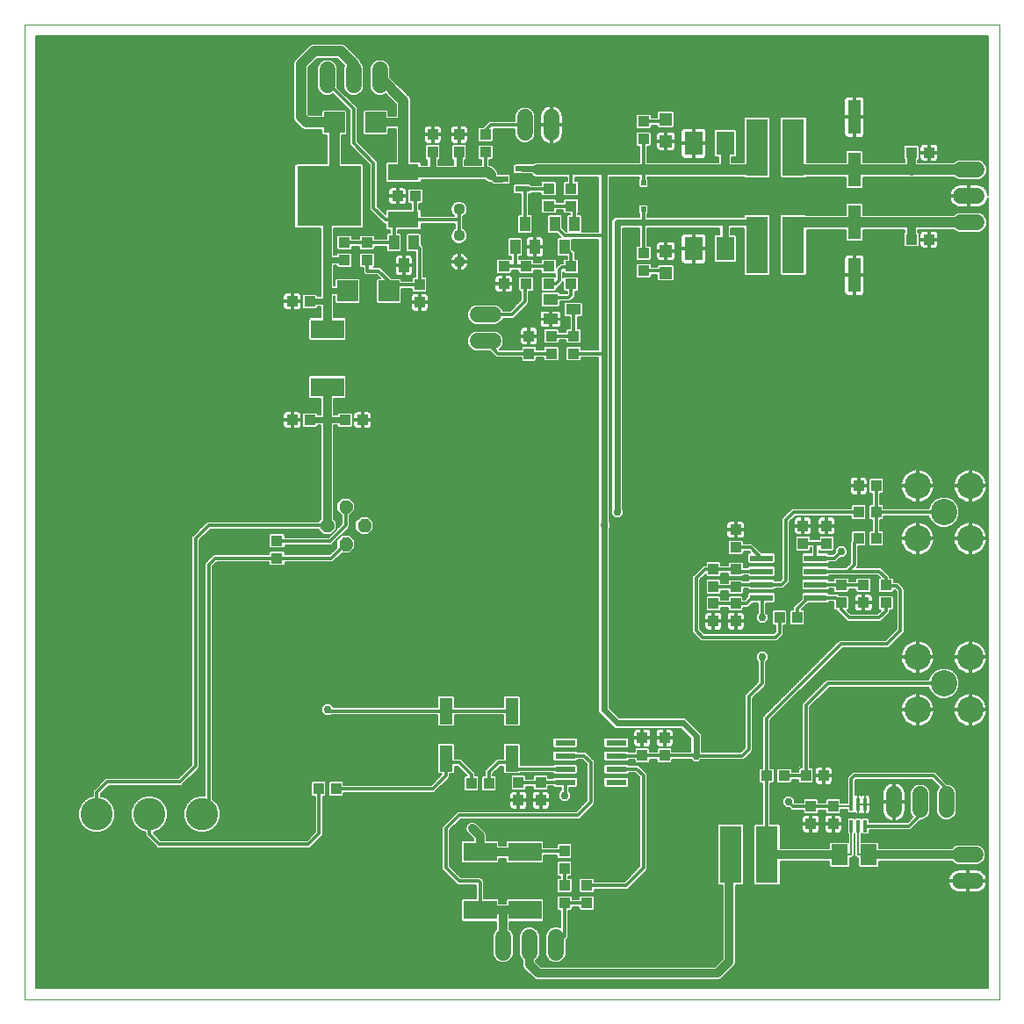
<source format=gtl>
G75*
%MOIN*%
%OFA0B0*%
%FSLAX25Y25*%
%IPPOS*%
%LPD*%
%AMOC8*
5,1,8,0,0,1.08239X$1,22.5*
%
%ADD10C,0.00000*%
%ADD11R,0.24409X0.22835*%
%ADD12R,0.11811X0.06299*%
%ADD13R,0.04331X0.03937*%
%ADD14R,0.03937X0.04331*%
%ADD15R,0.07874X0.07874*%
%ADD16R,0.08465X0.21654*%
%ADD17R,0.03937X0.05512*%
%ADD18R,0.05000X0.13000*%
%ADD19R,0.07000X0.09000*%
%ADD20C,0.04400*%
%ADD21C,0.01040*%
%ADD22R,0.05000X0.10000*%
%ADD23C,0.06000*%
%ADD24R,0.08661X0.02362*%
%ADD25R,0.01400X0.04600*%
%ADD26R,0.07800X0.02200*%
%ADD27C,0.10000*%
%ADD28R,0.04724X0.04724*%
%ADD29R,0.02000X0.02000*%
%ADD30C,0.12200*%
%ADD31R,0.05512X0.03937*%
%ADD32R,0.05200X0.02200*%
%ADD33R,0.06299X0.07874*%
%ADD34R,0.12598X0.07087*%
%ADD35C,0.00600*%
%ADD36C,0.02978*%
%ADD37C,0.04000*%
%ADD38C,0.03200*%
%ADD39C,0.00800*%
%ADD40C,0.01200*%
%ADD41C,0.02400*%
%ADD42C,0.02200*%
%ADD43C,0.02000*%
D10*
X0052481Y0048308D02*
X0052481Y0418387D01*
X0422560Y0418387D01*
X0422560Y0048308D01*
X0052481Y0048308D01*
D11*
X0168111Y0353308D03*
D12*
X0196379Y0362284D03*
X0196379Y0344331D03*
D13*
X0194135Y0353308D03*
X0200828Y0353308D03*
X0182481Y0335654D03*
X0182481Y0328961D03*
X0173981Y0328961D03*
X0173981Y0335654D03*
X0160828Y0313308D03*
X0154135Y0313308D03*
X0154135Y0268308D03*
X0160828Y0268308D03*
X0174135Y0268308D03*
X0180828Y0268308D03*
X0148347Y0222461D03*
X0148347Y0215769D03*
X0234481Y0319961D03*
X0234481Y0326654D03*
X0242981Y0326654D03*
X0242981Y0319961D03*
X0251481Y0319961D03*
X0251481Y0326654D03*
X0259981Y0326654D03*
X0259981Y0319961D03*
X0260981Y0300154D03*
X0252481Y0300154D03*
X0252481Y0293461D03*
X0260981Y0293461D03*
X0287481Y0324961D03*
X0287481Y0331654D03*
X0259981Y0349461D03*
X0259981Y0356154D03*
X0251481Y0356154D03*
X0251481Y0349461D03*
X0227481Y0369961D03*
X0227481Y0376654D03*
X0287481Y0374961D03*
X0287481Y0381654D03*
X0389135Y0369800D03*
X0395828Y0369800D03*
X0395828Y0336816D03*
X0389135Y0336816D03*
X0322481Y0226654D03*
X0322481Y0219961D03*
X0322481Y0211654D03*
X0322481Y0204961D03*
X0362481Y0205654D03*
X0362481Y0198961D03*
X0370981Y0198961D03*
X0370981Y0205654D03*
X0379481Y0205654D03*
X0379481Y0198961D03*
X0340828Y0133308D03*
X0334135Y0133308D03*
X0265981Y0091654D03*
X0257481Y0091654D03*
X0257481Y0084961D03*
X0265981Y0084961D03*
D14*
X0257481Y0097961D03*
X0257481Y0104654D03*
X0248481Y0123961D03*
X0248481Y0130654D03*
X0239981Y0130654D03*
X0239981Y0123961D03*
X0228828Y0130308D03*
X0222135Y0130308D03*
X0170828Y0128308D03*
X0164135Y0128308D03*
X0286981Y0140961D03*
X0286981Y0147654D03*
X0295481Y0147654D03*
X0295481Y0140961D03*
X0349135Y0133308D03*
X0355828Y0133308D03*
X0359481Y0121654D03*
X0359481Y0114961D03*
X0350981Y0114961D03*
X0350981Y0121654D03*
X0345828Y0193308D03*
X0339135Y0193308D03*
X0322481Y0191961D03*
X0322481Y0198654D03*
X0313981Y0198654D03*
X0313981Y0191961D03*
X0313981Y0204961D03*
X0313981Y0211654D03*
X0347981Y0221461D03*
X0347981Y0228154D03*
X0356981Y0228154D03*
X0356981Y0221461D03*
X0369135Y0223308D03*
X0375828Y0223308D03*
X0375828Y0233308D03*
X0369135Y0233308D03*
X0369135Y0243308D03*
X0375828Y0243308D03*
X0243981Y0293461D03*
X0243981Y0300154D03*
X0202481Y0312961D03*
X0202481Y0319654D03*
X0207481Y0369961D03*
X0207481Y0376654D03*
X0217481Y0376654D03*
X0217481Y0369961D03*
D15*
X0185855Y0381308D03*
X0170107Y0381308D03*
X0175107Y0317308D03*
X0190855Y0317308D03*
D16*
X0330591Y0334808D03*
X0344371Y0334808D03*
X0344371Y0371808D03*
X0330591Y0371808D03*
X0334371Y0103308D03*
X0320591Y0103308D03*
D17*
X0196481Y0326977D03*
X0192741Y0335639D03*
X0200221Y0335639D03*
X0238741Y0333977D03*
X0246221Y0333977D03*
X0242481Y0342639D03*
X0253741Y0342639D03*
X0261221Y0342639D03*
X0257481Y0333977D03*
D18*
X0367481Y0343308D03*
X0367481Y0363308D03*
X0367481Y0383308D03*
X0367481Y0323308D03*
D19*
X0318485Y0333308D03*
X0306477Y0333308D03*
X0306477Y0373308D03*
X0318485Y0373308D03*
D20*
X0217481Y0348308D03*
X0217481Y0338308D03*
X0217481Y0328308D03*
D21*
X0174822Y0233820D02*
X0175342Y0233300D01*
X0173620Y0233300D01*
X0172402Y0234518D01*
X0172402Y0236240D01*
X0173620Y0237458D01*
X0175342Y0237458D01*
X0176560Y0236240D01*
X0176560Y0234518D01*
X0175342Y0233300D01*
X0175019Y0234080D01*
X0173943Y0234080D01*
X0173182Y0234841D01*
X0173182Y0235917D01*
X0173943Y0236678D01*
X0175019Y0236678D01*
X0175780Y0235917D01*
X0175780Y0234841D01*
X0175019Y0234080D01*
X0174696Y0234860D01*
X0174266Y0234860D01*
X0173962Y0235164D01*
X0173962Y0235594D01*
X0174266Y0235898D01*
X0174696Y0235898D01*
X0175000Y0235594D01*
X0175000Y0235164D01*
X0174696Y0234860D01*
X0181893Y0226749D02*
X0182413Y0226229D01*
X0180691Y0226229D01*
X0179473Y0227447D01*
X0179473Y0229169D01*
X0180691Y0230387D01*
X0182413Y0230387D01*
X0183631Y0229169D01*
X0183631Y0227447D01*
X0182413Y0226229D01*
X0182090Y0227009D01*
X0181014Y0227009D01*
X0180253Y0227770D01*
X0180253Y0228846D01*
X0181014Y0229607D01*
X0182090Y0229607D01*
X0182851Y0228846D01*
X0182851Y0227770D01*
X0182090Y0227009D01*
X0181767Y0227789D01*
X0181337Y0227789D01*
X0181033Y0228093D01*
X0181033Y0228523D01*
X0181337Y0228827D01*
X0181767Y0228827D01*
X0182071Y0228523D01*
X0182071Y0228093D01*
X0181767Y0227789D01*
X0174822Y0219678D02*
X0175342Y0219158D01*
X0173620Y0219158D01*
X0172402Y0220376D01*
X0172402Y0222098D01*
X0173620Y0223316D01*
X0175342Y0223316D01*
X0176560Y0222098D01*
X0176560Y0220376D01*
X0175342Y0219158D01*
X0175019Y0219938D01*
X0173943Y0219938D01*
X0173182Y0220699D01*
X0173182Y0221775D01*
X0173943Y0222536D01*
X0175019Y0222536D01*
X0175780Y0221775D01*
X0175780Y0220699D01*
X0175019Y0219938D01*
X0174696Y0220718D01*
X0174266Y0220718D01*
X0173962Y0221022D01*
X0173962Y0221452D01*
X0174266Y0221756D01*
X0174696Y0221756D01*
X0175000Y0221452D01*
X0175000Y0221022D01*
X0174696Y0220718D01*
X0167751Y0226749D02*
X0168271Y0226229D01*
X0166549Y0226229D01*
X0165331Y0227447D01*
X0165331Y0229169D01*
X0166549Y0230387D01*
X0168271Y0230387D01*
X0169489Y0229169D01*
X0169489Y0227447D01*
X0168271Y0226229D01*
X0167948Y0227009D01*
X0166872Y0227009D01*
X0166111Y0227770D01*
X0166111Y0228846D01*
X0166872Y0229607D01*
X0167948Y0229607D01*
X0168709Y0228846D01*
X0168709Y0227770D01*
X0167948Y0227009D01*
X0167625Y0227789D01*
X0167195Y0227789D01*
X0166891Y0228093D01*
X0166891Y0228523D01*
X0167195Y0228827D01*
X0167625Y0228827D01*
X0167929Y0228523D01*
X0167929Y0228093D01*
X0167625Y0227789D01*
D22*
X0212481Y0157808D03*
X0212481Y0139808D03*
X0237481Y0139808D03*
X0237481Y0157808D03*
D23*
X0234174Y0072174D02*
X0234174Y0066174D01*
X0244174Y0066174D02*
X0244174Y0072174D01*
X0254174Y0072174D02*
X0254174Y0066174D01*
X0382481Y0120308D02*
X0382481Y0126308D01*
X0392481Y0126308D02*
X0392481Y0120308D01*
X0402481Y0120308D02*
X0402481Y0126308D01*
X0407481Y0103308D02*
X0413481Y0103308D01*
X0413481Y0093308D02*
X0407481Y0093308D01*
X0230481Y0298308D02*
X0224481Y0298308D01*
X0224481Y0308308D02*
X0230481Y0308308D01*
X0242481Y0377308D02*
X0242481Y0383308D01*
X0252481Y0383308D02*
X0252481Y0377308D01*
X0187481Y0395308D02*
X0187481Y0401308D01*
X0177481Y0401308D02*
X0177481Y0395308D01*
X0167481Y0395308D02*
X0167481Y0401308D01*
X0407981Y0363308D02*
X0413981Y0363308D01*
X0413981Y0353308D02*
X0407981Y0353308D01*
X0407981Y0343308D02*
X0413981Y0343308D01*
D24*
X0352717Y0215808D03*
X0352717Y0210808D03*
X0352717Y0205808D03*
X0352717Y0200808D03*
X0332245Y0200808D03*
X0332245Y0205808D03*
X0332245Y0210808D03*
X0332245Y0215808D03*
D25*
X0366381Y0122408D03*
X0368981Y0122408D03*
X0371581Y0122408D03*
X0371581Y0114208D03*
X0368981Y0114208D03*
X0366381Y0114208D03*
D26*
X0277181Y0130808D03*
X0277181Y0135808D03*
X0277181Y0140808D03*
X0277181Y0145808D03*
X0257781Y0145808D03*
X0257781Y0140808D03*
X0257781Y0135808D03*
X0257781Y0130808D03*
D27*
X0391481Y0158308D03*
X0401481Y0168308D03*
X0391481Y0178308D03*
X0411481Y0178308D03*
X0411481Y0158308D03*
X0411481Y0223308D03*
X0401481Y0233308D03*
X0391481Y0243308D03*
X0411481Y0243308D03*
X0391481Y0223308D03*
D28*
X0295981Y0324174D03*
X0295981Y0332442D03*
X0295981Y0374174D03*
X0295981Y0382442D03*
D29*
X0287481Y0358308D03*
X0287481Y0348308D03*
D30*
X0119981Y0118623D03*
X0099981Y0118623D03*
X0079981Y0118623D03*
D31*
X0252150Y0306568D03*
X0252150Y0314048D03*
X0260812Y0310308D03*
D32*
X0241481Y0356008D03*
X0241481Y0363608D03*
X0233481Y0359808D03*
D33*
X0361969Y0103308D03*
X0372993Y0103308D03*
D34*
X0242481Y0104331D03*
X0225481Y0104331D03*
X0225481Y0082284D03*
X0242481Y0082284D03*
X0167481Y0280784D03*
X0167481Y0302831D03*
D35*
X0164981Y0307275D02*
X0160809Y0307275D01*
X0160282Y0306748D01*
X0160282Y0298915D01*
X0160809Y0298388D01*
X0174153Y0298388D01*
X0174680Y0298915D01*
X0174680Y0306748D01*
X0174153Y0307275D01*
X0169981Y0307275D01*
X0169981Y0315308D01*
X0170270Y0315308D01*
X0170270Y0312998D01*
X0170797Y0312471D01*
X0179417Y0312471D01*
X0179944Y0312998D01*
X0179944Y0321618D01*
X0179417Y0322145D01*
X0170797Y0322145D01*
X0170270Y0321618D01*
X0170270Y0319308D01*
X0169981Y0319308D01*
X0169981Y0326961D01*
X0170916Y0326961D01*
X0170916Y0326620D01*
X0171443Y0326093D01*
X0176519Y0326093D01*
X0177046Y0326620D01*
X0177046Y0331303D01*
X0176519Y0331830D01*
X0171443Y0331830D01*
X0170916Y0331303D01*
X0170916Y0330961D01*
X0169981Y0330961D01*
X0169981Y0340991D01*
X0180689Y0340991D01*
X0181216Y0341518D01*
X0181216Y0365098D01*
X0180689Y0365625D01*
X0173007Y0365625D01*
X0173007Y0376471D01*
X0174417Y0376471D01*
X0174944Y0376998D01*
X0174944Y0385618D01*
X0174417Y0386145D01*
X0165797Y0386145D01*
X0165270Y0385618D01*
X0165270Y0384208D01*
X0160682Y0384208D01*
X0160381Y0384509D01*
X0160381Y0402107D01*
X0163682Y0405408D01*
X0171280Y0405408D01*
X0173881Y0402807D01*
X0173581Y0402084D01*
X0173581Y0394532D01*
X0174175Y0393099D01*
X0175272Y0392002D01*
X0176705Y0391408D01*
X0178257Y0391408D01*
X0179690Y0392002D01*
X0180787Y0393099D01*
X0181381Y0394532D01*
X0181381Y0402084D01*
X0180787Y0403517D01*
X0180354Y0403951D01*
X0179940Y0404951D01*
X0174940Y0409951D01*
X0174124Y0410766D01*
X0173058Y0411208D01*
X0161904Y0411208D01*
X0160838Y0410766D01*
X0155838Y0405766D01*
X0155023Y0404951D01*
X0154581Y0403885D01*
X0154581Y0382731D01*
X0155023Y0381665D01*
X0155838Y0380849D01*
X0157838Y0378849D01*
X0158904Y0378408D01*
X0165270Y0378408D01*
X0165270Y0376998D01*
X0165797Y0376471D01*
X0167207Y0376471D01*
X0167207Y0365625D01*
X0155534Y0365625D01*
X0155006Y0365098D01*
X0155006Y0341518D01*
X0155534Y0340991D01*
X0164981Y0340991D01*
X0164981Y0315308D01*
X0163893Y0315308D01*
X0163893Y0315649D01*
X0163366Y0316176D01*
X0158289Y0316176D01*
X0157762Y0315649D01*
X0157762Y0310967D01*
X0158289Y0310439D01*
X0163366Y0310439D01*
X0163893Y0310967D01*
X0163893Y0311308D01*
X0164981Y0311308D01*
X0164981Y0307275D01*
X0164981Y0307463D02*
X0056781Y0307463D01*
X0056781Y0306865D02*
X0160399Y0306865D01*
X0160282Y0306266D02*
X0056781Y0306266D01*
X0056781Y0305668D02*
X0160282Y0305668D01*
X0160282Y0305069D02*
X0056781Y0305069D01*
X0056781Y0304471D02*
X0160282Y0304471D01*
X0160282Y0303872D02*
X0056781Y0303872D01*
X0056781Y0303274D02*
X0160282Y0303274D01*
X0160282Y0302675D02*
X0056781Y0302675D01*
X0056781Y0302077D02*
X0160282Y0302077D01*
X0160282Y0301478D02*
X0056781Y0301478D01*
X0056781Y0300880D02*
X0160282Y0300880D01*
X0160282Y0300281D02*
X0056781Y0300281D01*
X0056781Y0299683D02*
X0160282Y0299683D01*
X0160282Y0299084D02*
X0056781Y0299084D01*
X0056781Y0298486D02*
X0160712Y0298486D01*
X0164981Y0308062D02*
X0056781Y0308062D01*
X0056781Y0308660D02*
X0164981Y0308660D01*
X0164981Y0309259D02*
X0056781Y0309259D01*
X0056781Y0309857D02*
X0164981Y0309857D01*
X0164981Y0310456D02*
X0163382Y0310456D01*
X0163893Y0311054D02*
X0164981Y0311054D01*
X0164981Y0315842D02*
X0163700Y0315842D01*
X0164981Y0316441D02*
X0156883Y0316441D01*
X0156802Y0316488D02*
X0156471Y0316576D01*
X0154435Y0316576D01*
X0154435Y0313608D01*
X0157600Y0313608D01*
X0157600Y0315448D01*
X0157511Y0315778D01*
X0157340Y0316075D01*
X0157098Y0316317D01*
X0156802Y0316488D01*
X0157474Y0315842D02*
X0157955Y0315842D01*
X0157762Y0315244D02*
X0157600Y0315244D01*
X0157600Y0314645D02*
X0157762Y0314645D01*
X0157762Y0314047D02*
X0157600Y0314047D01*
X0157762Y0313448D02*
X0154435Y0313448D01*
X0154435Y0313608D02*
X0154435Y0313008D01*
X0157600Y0313008D01*
X0157600Y0311168D01*
X0157511Y0310838D01*
X0157340Y0310541D01*
X0157098Y0310299D01*
X0156802Y0310128D01*
X0156471Y0310039D01*
X0154435Y0310039D01*
X0154435Y0313008D01*
X0153835Y0313008D01*
X0153835Y0310039D01*
X0151798Y0310039D01*
X0151468Y0310128D01*
X0151171Y0310299D01*
X0150929Y0310541D01*
X0150758Y0310838D01*
X0150669Y0311168D01*
X0150669Y0313008D01*
X0153835Y0313008D01*
X0153835Y0313608D01*
X0153835Y0316576D01*
X0151798Y0316576D01*
X0151468Y0316488D01*
X0151171Y0316317D01*
X0150929Y0316075D01*
X0150758Y0315778D01*
X0150669Y0315448D01*
X0150669Y0313608D01*
X0153835Y0313608D01*
X0154435Y0313608D01*
X0154435Y0314047D02*
X0153835Y0314047D01*
X0153835Y0314645D02*
X0154435Y0314645D01*
X0154435Y0315244D02*
X0153835Y0315244D01*
X0153835Y0315842D02*
X0154435Y0315842D01*
X0154435Y0316441D02*
X0153835Y0316441D01*
X0151386Y0316441D02*
X0056781Y0316441D01*
X0056781Y0317039D02*
X0164981Y0317039D01*
X0164981Y0317638D02*
X0056781Y0317638D01*
X0056781Y0318236D02*
X0164981Y0318236D01*
X0164981Y0318835D02*
X0056781Y0318835D01*
X0056781Y0319434D02*
X0164981Y0319434D01*
X0164981Y0320032D02*
X0056781Y0320032D01*
X0056781Y0320631D02*
X0164981Y0320631D01*
X0164981Y0321229D02*
X0056781Y0321229D01*
X0056781Y0321828D02*
X0164981Y0321828D01*
X0164981Y0322426D02*
X0056781Y0322426D01*
X0056781Y0323025D02*
X0164981Y0323025D01*
X0164981Y0323623D02*
X0056781Y0323623D01*
X0056781Y0324222D02*
X0164981Y0324222D01*
X0164981Y0324820D02*
X0056781Y0324820D01*
X0056781Y0325419D02*
X0164981Y0325419D01*
X0164981Y0326017D02*
X0056781Y0326017D01*
X0056781Y0326616D02*
X0164981Y0326616D01*
X0164981Y0327214D02*
X0056781Y0327214D01*
X0056781Y0327813D02*
X0164981Y0327813D01*
X0164981Y0328411D02*
X0056781Y0328411D01*
X0056781Y0329010D02*
X0164981Y0329010D01*
X0164981Y0329608D02*
X0056781Y0329608D01*
X0056781Y0330207D02*
X0164981Y0330207D01*
X0164981Y0330805D02*
X0056781Y0330805D01*
X0056781Y0331404D02*
X0164981Y0331404D01*
X0164981Y0332002D02*
X0056781Y0332002D01*
X0056781Y0332601D02*
X0164981Y0332601D01*
X0164981Y0333199D02*
X0056781Y0333199D01*
X0056781Y0333798D02*
X0164981Y0333798D01*
X0164981Y0334396D02*
X0056781Y0334396D01*
X0056781Y0334995D02*
X0164981Y0334995D01*
X0164981Y0335593D02*
X0056781Y0335593D01*
X0056781Y0336192D02*
X0164981Y0336192D01*
X0164981Y0336790D02*
X0056781Y0336790D01*
X0056781Y0337389D02*
X0164981Y0337389D01*
X0164981Y0337987D02*
X0056781Y0337987D01*
X0056781Y0338586D02*
X0164981Y0338586D01*
X0164981Y0339184D02*
X0056781Y0339184D01*
X0056781Y0339783D02*
X0164981Y0339783D01*
X0164981Y0340381D02*
X0056781Y0340381D01*
X0056781Y0340980D02*
X0164981Y0340980D01*
X0169981Y0340980D02*
X0189573Y0340980D01*
X0189573Y0340809D02*
X0190100Y0340282D01*
X0191241Y0340282D01*
X0191241Y0339294D01*
X0190400Y0339294D01*
X0189872Y0338767D01*
X0189872Y0337154D01*
X0189729Y0337154D01*
X0189112Y0337158D01*
X0189108Y0337154D01*
X0185546Y0337154D01*
X0185546Y0337996D01*
X0185019Y0338523D01*
X0179943Y0338523D01*
X0179416Y0337996D01*
X0179416Y0337154D01*
X0177046Y0337154D01*
X0177046Y0337996D01*
X0176519Y0338523D01*
X0171443Y0338523D01*
X0170916Y0337996D01*
X0170916Y0333313D01*
X0171443Y0332786D01*
X0176519Y0332786D01*
X0177046Y0333313D01*
X0177046Y0334154D01*
X0179416Y0334154D01*
X0179416Y0333313D01*
X0179943Y0332786D01*
X0185019Y0332786D01*
X0185546Y0333313D01*
X0185546Y0334154D01*
X0189721Y0334154D01*
X0189872Y0334154D01*
X0189872Y0332510D01*
X0190400Y0331983D01*
X0195082Y0331983D01*
X0195609Y0332510D01*
X0195609Y0338767D01*
X0195082Y0339294D01*
X0194241Y0339294D01*
X0194241Y0340282D01*
X0202657Y0340282D01*
X0203184Y0340809D01*
X0203184Y0342831D01*
X0215981Y0342831D01*
X0215981Y0341042D01*
X0215725Y0340936D01*
X0214853Y0340064D01*
X0214381Y0338924D01*
X0214381Y0337691D01*
X0214853Y0336552D01*
X0215725Y0335680D01*
X0216864Y0335208D01*
X0218098Y0335208D01*
X0219237Y0335680D01*
X0220109Y0336552D01*
X0220581Y0337691D01*
X0220581Y0338924D01*
X0220109Y0340064D01*
X0219237Y0340936D01*
X0218981Y0341042D01*
X0218981Y0345574D01*
X0219237Y0345680D01*
X0220109Y0346552D01*
X0220581Y0347691D01*
X0220581Y0348924D01*
X0220109Y0350064D01*
X0219237Y0350936D01*
X0218098Y0351408D01*
X0216864Y0351408D01*
X0215725Y0350936D01*
X0214853Y0350064D01*
X0214381Y0348924D01*
X0214381Y0347691D01*
X0214853Y0346552D01*
X0215573Y0345831D01*
X0203184Y0345831D01*
X0203184Y0347854D01*
X0202657Y0348381D01*
X0202328Y0348381D01*
X0202328Y0350439D01*
X0203366Y0350439D01*
X0203893Y0350967D01*
X0203893Y0355649D01*
X0203366Y0356176D01*
X0198289Y0356176D01*
X0197762Y0355649D01*
X0197762Y0350967D01*
X0198289Y0350439D01*
X0199328Y0350439D01*
X0199328Y0348381D01*
X0190100Y0348381D01*
X0189573Y0347854D01*
X0189573Y0346337D01*
X0186481Y0349429D01*
X0186481Y0366429D01*
X0178981Y0373929D01*
X0178981Y0386929D01*
X0171380Y0394530D01*
X0171381Y0394532D01*
X0171381Y0402084D01*
X0170787Y0403517D01*
X0169690Y0404614D01*
X0168257Y0405208D01*
X0166705Y0405208D01*
X0165272Y0404614D01*
X0164175Y0403517D01*
X0163581Y0402084D01*
X0163581Y0394532D01*
X0164175Y0393099D01*
X0165272Y0392002D01*
X0166705Y0391408D01*
X0168257Y0391408D01*
X0169673Y0391995D01*
X0175981Y0385687D01*
X0175981Y0372687D01*
X0176860Y0371808D01*
X0183481Y0365187D01*
X0183481Y0348187D01*
X0184360Y0347308D01*
X0188836Y0342831D01*
X0189573Y0342831D01*
X0189573Y0340809D01*
X0190001Y0340381D02*
X0169981Y0340381D01*
X0169981Y0339783D02*
X0191241Y0339783D01*
X0190290Y0339184D02*
X0169981Y0339184D01*
X0169981Y0338586D02*
X0189872Y0338586D01*
X0189872Y0337987D02*
X0185546Y0337987D01*
X0185546Y0337389D02*
X0189872Y0337389D01*
X0189872Y0333798D02*
X0185546Y0333798D01*
X0185433Y0333199D02*
X0189872Y0333199D01*
X0189872Y0332601D02*
X0169981Y0332601D01*
X0169981Y0333199D02*
X0171030Y0333199D01*
X0170916Y0333798D02*
X0169981Y0333798D01*
X0169981Y0334396D02*
X0170916Y0334396D01*
X0170916Y0334995D02*
X0169981Y0334995D01*
X0169981Y0335593D02*
X0170916Y0335593D01*
X0170916Y0336192D02*
X0169981Y0336192D01*
X0169981Y0336790D02*
X0170916Y0336790D01*
X0170916Y0337389D02*
X0169981Y0337389D01*
X0169981Y0337987D02*
X0170916Y0337987D01*
X0177046Y0337987D02*
X0179416Y0337987D01*
X0179416Y0337389D02*
X0177046Y0337389D01*
X0177046Y0333798D02*
X0179416Y0333798D01*
X0179530Y0333199D02*
X0176933Y0333199D01*
X0176945Y0331404D02*
X0179517Y0331404D01*
X0179416Y0331303D02*
X0179416Y0326620D01*
X0179943Y0326093D01*
X0181086Y0326093D01*
X0181135Y0324780D01*
X0181135Y0324187D01*
X0181157Y0324164D01*
X0181159Y0324132D01*
X0181593Y0323728D01*
X0182013Y0323308D01*
X0182046Y0323308D01*
X0182069Y0323286D01*
X0182662Y0323308D01*
X0186360Y0323308D01*
X0187523Y0322145D01*
X0186545Y0322145D01*
X0186018Y0321618D01*
X0186018Y0312998D01*
X0186545Y0312471D01*
X0195165Y0312471D01*
X0195692Y0312998D01*
X0195692Y0318154D01*
X0199613Y0318154D01*
X0199613Y0317116D01*
X0200140Y0316589D01*
X0204822Y0316589D01*
X0205350Y0317116D01*
X0205350Y0322192D01*
X0204822Y0322720D01*
X0203981Y0322720D01*
X0203981Y0334000D01*
X0203090Y0334891D01*
X0203090Y0338767D01*
X0202563Y0339294D01*
X0197880Y0339294D01*
X0197353Y0338767D01*
X0197353Y0332510D01*
X0197880Y0331983D01*
X0200981Y0331983D01*
X0200981Y0322720D01*
X0200140Y0322720D01*
X0199613Y0322192D01*
X0199613Y0321154D01*
X0195692Y0321154D01*
X0195692Y0321618D01*
X0195165Y0322145D01*
X0191765Y0322145D01*
X0188481Y0325429D01*
X0187602Y0326308D01*
X0185234Y0326308D01*
X0185546Y0326620D01*
X0185546Y0331303D01*
X0185019Y0331830D01*
X0179943Y0331830D01*
X0179416Y0331303D01*
X0179416Y0330805D02*
X0177046Y0330805D01*
X0177046Y0330207D02*
X0179416Y0330207D01*
X0179416Y0329608D02*
X0177046Y0329608D01*
X0177046Y0329010D02*
X0179416Y0329010D01*
X0179416Y0328411D02*
X0177046Y0328411D01*
X0177046Y0327813D02*
X0179416Y0327813D01*
X0179416Y0327214D02*
X0177046Y0327214D01*
X0177042Y0326616D02*
X0179420Y0326616D01*
X0181089Y0326017D02*
X0169981Y0326017D01*
X0169981Y0325419D02*
X0181111Y0325419D01*
X0181133Y0324820D02*
X0169981Y0324820D01*
X0169981Y0324222D02*
X0181135Y0324222D01*
X0181698Y0323623D02*
X0169981Y0323623D01*
X0169981Y0323025D02*
X0186643Y0323025D01*
X0187242Y0322426D02*
X0169981Y0322426D01*
X0169981Y0321828D02*
X0170480Y0321828D01*
X0170270Y0321229D02*
X0169981Y0321229D01*
X0169981Y0320631D02*
X0170270Y0320631D01*
X0170270Y0320032D02*
X0169981Y0320032D01*
X0169981Y0319434D02*
X0170270Y0319434D01*
X0170270Y0315244D02*
X0169981Y0315244D01*
X0169981Y0314645D02*
X0170270Y0314645D01*
X0170270Y0314047D02*
X0169981Y0314047D01*
X0169981Y0313448D02*
X0170270Y0313448D01*
X0170418Y0312850D02*
X0169981Y0312850D01*
X0169981Y0312251D02*
X0199213Y0312251D01*
X0199213Y0312661D02*
X0199213Y0310625D01*
X0199301Y0310294D01*
X0199472Y0309998D01*
X0199714Y0309756D01*
X0200011Y0309585D01*
X0200341Y0309496D01*
X0202181Y0309496D01*
X0202181Y0312661D01*
X0202781Y0312661D01*
X0202781Y0309496D01*
X0204621Y0309496D01*
X0204951Y0309585D01*
X0205248Y0309756D01*
X0205490Y0309998D01*
X0205661Y0310294D01*
X0205750Y0310625D01*
X0205750Y0312661D01*
X0202781Y0312661D01*
X0202781Y0313261D01*
X0205750Y0313261D01*
X0205750Y0315298D01*
X0205661Y0315629D01*
X0205490Y0315925D01*
X0205248Y0316167D01*
X0204951Y0316338D01*
X0204621Y0316427D01*
X0202781Y0316427D01*
X0202781Y0313261D01*
X0202181Y0313261D01*
X0202181Y0312661D01*
X0199213Y0312661D01*
X0199213Y0313261D02*
X0202181Y0313261D01*
X0202181Y0316427D01*
X0200341Y0316427D01*
X0200011Y0316338D01*
X0199714Y0316167D01*
X0199472Y0315925D01*
X0199301Y0315629D01*
X0199213Y0315298D01*
X0199213Y0313261D01*
X0199213Y0313448D02*
X0195692Y0313448D01*
X0195692Y0314047D02*
X0199213Y0314047D01*
X0199213Y0314645D02*
X0195692Y0314645D01*
X0195692Y0315244D02*
X0199213Y0315244D01*
X0199425Y0315842D02*
X0195692Y0315842D01*
X0195692Y0316441D02*
X0240981Y0316441D01*
X0240981Y0317039D02*
X0237531Y0317039D01*
X0237445Y0316953D02*
X0237687Y0317195D01*
X0237858Y0317491D01*
X0237946Y0317822D01*
X0237946Y0319661D01*
X0234781Y0319661D01*
X0234781Y0316693D01*
X0236818Y0316693D01*
X0237148Y0316782D01*
X0237445Y0316953D01*
X0237897Y0317638D02*
X0239916Y0317638D01*
X0239916Y0317620D02*
X0240443Y0317093D01*
X0240981Y0317093D01*
X0240981Y0313929D01*
X0236860Y0309808D01*
X0234081Y0309808D01*
X0233787Y0310517D01*
X0232690Y0311614D01*
X0231257Y0312208D01*
X0223705Y0312208D01*
X0222272Y0311614D01*
X0221175Y0310517D01*
X0220581Y0309084D01*
X0220581Y0307532D01*
X0221175Y0306099D01*
X0222272Y0305002D01*
X0223705Y0304408D01*
X0231257Y0304408D01*
X0232690Y0305002D01*
X0233787Y0306099D01*
X0234081Y0306808D01*
X0238102Y0306808D01*
X0243102Y0311808D01*
X0243981Y0312687D01*
X0243981Y0317093D01*
X0245519Y0317093D01*
X0246046Y0317620D01*
X0246046Y0322303D01*
X0245519Y0322830D01*
X0240443Y0322830D01*
X0239916Y0322303D01*
X0239916Y0317620D01*
X0239916Y0318236D02*
X0237946Y0318236D01*
X0237946Y0318835D02*
X0239916Y0318835D01*
X0239916Y0319434D02*
X0237946Y0319434D01*
X0237946Y0320261D02*
X0237946Y0322101D01*
X0237858Y0322432D01*
X0237687Y0322728D01*
X0237445Y0322970D01*
X0237148Y0323141D01*
X0236818Y0323230D01*
X0234781Y0323230D01*
X0234781Y0320261D01*
X0237946Y0320261D01*
X0237946Y0320631D02*
X0239916Y0320631D01*
X0239916Y0321229D02*
X0237946Y0321229D01*
X0237946Y0321828D02*
X0239916Y0321828D01*
X0240039Y0322426D02*
X0237859Y0322426D01*
X0237350Y0323025D02*
X0253981Y0323025D01*
X0253981Y0322830D02*
X0248943Y0322830D01*
X0248416Y0322303D01*
X0248416Y0317620D01*
X0248943Y0317093D01*
X0254019Y0317093D01*
X0254546Y0317620D01*
X0254546Y0318461D01*
X0254756Y0318461D01*
X0256102Y0319808D01*
X0256916Y0320621D01*
X0256916Y0317620D01*
X0257443Y0317093D01*
X0258481Y0317093D01*
X0258481Y0316429D01*
X0258360Y0316308D01*
X0255806Y0316308D01*
X0255806Y0316389D01*
X0255279Y0316917D01*
X0249022Y0316917D01*
X0248494Y0316389D01*
X0248494Y0311707D01*
X0249022Y0311180D01*
X0255279Y0311180D01*
X0255806Y0311707D01*
X0255806Y0313308D01*
X0259602Y0313308D01*
X0260481Y0314187D01*
X0261481Y0315187D01*
X0261481Y0317093D01*
X0262519Y0317093D01*
X0263046Y0317620D01*
X0263046Y0322303D01*
X0262519Y0322830D01*
X0257443Y0322830D01*
X0256981Y0322368D01*
X0256981Y0324248D01*
X0257443Y0323786D01*
X0262519Y0323786D01*
X0263046Y0324313D01*
X0263046Y0328996D01*
X0262519Y0329523D01*
X0261481Y0329523D01*
X0261481Y0332098D01*
X0260350Y0333230D01*
X0260350Y0336808D01*
X0270381Y0336808D01*
X0270381Y0294961D01*
X0264046Y0294961D01*
X0264046Y0295803D01*
X0263519Y0296330D01*
X0258443Y0296330D01*
X0257916Y0295803D01*
X0257916Y0291120D01*
X0258443Y0290593D01*
X0263519Y0290593D01*
X0264046Y0291120D01*
X0264046Y0291961D01*
X0270381Y0291961D01*
X0270381Y0229586D01*
X0270092Y0229297D01*
X0270092Y0227318D01*
X0270381Y0227029D01*
X0270381Y0157438D01*
X0271611Y0156208D01*
X0275381Y0152438D01*
X0276611Y0151208D01*
X0301611Y0151208D01*
X0305381Y0147438D01*
X0305381Y0142461D01*
X0298350Y0142461D01*
X0298350Y0143500D01*
X0297822Y0144027D01*
X0293140Y0144027D01*
X0292613Y0143500D01*
X0292613Y0142461D01*
X0289850Y0142461D01*
X0289850Y0143500D01*
X0289322Y0144027D01*
X0284640Y0144027D01*
X0284113Y0143500D01*
X0284113Y0142308D01*
X0281954Y0142308D01*
X0281454Y0142808D01*
X0272908Y0142808D01*
X0272381Y0142281D01*
X0272381Y0139335D01*
X0272908Y0138808D01*
X0281454Y0138808D01*
X0281954Y0139308D01*
X0284113Y0139308D01*
X0284113Y0138423D01*
X0284640Y0137896D01*
X0289322Y0137896D01*
X0289850Y0138423D01*
X0289850Y0139461D01*
X0292613Y0139461D01*
X0292613Y0138423D01*
X0293140Y0137896D01*
X0297822Y0137896D01*
X0298350Y0138423D01*
X0298350Y0139461D01*
X0305449Y0139461D01*
X0306492Y0138419D01*
X0308471Y0138419D01*
X0309360Y0139308D01*
X0325602Y0139308D01*
X0326481Y0140187D01*
X0328102Y0141808D01*
X0328102Y0141808D01*
X0328981Y0142687D01*
X0328981Y0162687D01*
X0333102Y0166808D01*
X0333981Y0167687D01*
X0333981Y0176429D01*
X0334870Y0177318D01*
X0334870Y0179297D01*
X0333471Y0180697D01*
X0331492Y0180697D01*
X0330092Y0179297D01*
X0330092Y0177318D01*
X0330981Y0176429D01*
X0330981Y0168929D01*
X0325981Y0163929D01*
X0325981Y0143929D01*
X0324360Y0142308D01*
X0309581Y0142308D01*
X0309581Y0149178D01*
X0303351Y0155408D01*
X0278351Y0155408D01*
X0274581Y0159178D01*
X0274581Y0227029D01*
X0274870Y0227318D01*
X0274870Y0229297D01*
X0274581Y0229586D01*
X0274581Y0360408D01*
X0285981Y0360408D01*
X0285981Y0360081D01*
X0285581Y0359681D01*
X0285581Y0356935D01*
X0286108Y0356408D01*
X0288854Y0356408D01*
X0289381Y0356935D01*
X0289381Y0359681D01*
X0288981Y0360081D01*
X0288981Y0360408D01*
X0325659Y0360408D01*
X0325986Y0360081D01*
X0335196Y0360081D01*
X0335724Y0360608D01*
X0335724Y0383007D01*
X0335196Y0383535D01*
X0325986Y0383535D01*
X0325459Y0383007D01*
X0325459Y0366208D01*
X0320985Y0366208D01*
X0320985Y0367908D01*
X0322358Y0367908D01*
X0322885Y0368435D01*
X0322885Y0378181D01*
X0322358Y0378708D01*
X0314612Y0378708D01*
X0314085Y0378181D01*
X0314085Y0368435D01*
X0314612Y0367908D01*
X0315985Y0367908D01*
X0315985Y0366208D01*
X0288981Y0366208D01*
X0288981Y0372093D01*
X0290019Y0372093D01*
X0290546Y0372620D01*
X0290546Y0377303D01*
X0290019Y0377830D01*
X0284943Y0377830D01*
X0284416Y0377303D01*
X0284416Y0372620D01*
X0284943Y0372093D01*
X0285981Y0372093D01*
X0285981Y0366208D01*
X0246704Y0366208D01*
X0245638Y0365766D01*
X0245480Y0365608D01*
X0238508Y0365608D01*
X0237981Y0365081D01*
X0237981Y0362135D01*
X0238508Y0361608D01*
X0244880Y0361608D01*
X0245638Y0360849D01*
X0246704Y0360408D01*
X0258481Y0360408D01*
X0258481Y0359023D01*
X0257443Y0359023D01*
X0256916Y0358496D01*
X0256916Y0353813D01*
X0257443Y0353286D01*
X0262519Y0353286D01*
X0263046Y0353813D01*
X0263046Y0358496D01*
X0262519Y0359023D01*
X0261481Y0359023D01*
X0261481Y0360408D01*
X0270381Y0360408D01*
X0270381Y0339808D01*
X0264090Y0339808D01*
X0264090Y0345767D01*
X0263563Y0346294D01*
X0262721Y0346294D01*
X0262721Y0346795D01*
X0263046Y0347120D01*
X0263046Y0351803D01*
X0262519Y0352330D01*
X0257443Y0352330D01*
X0256916Y0351803D01*
X0256916Y0350961D01*
X0254546Y0350961D01*
X0254546Y0351803D01*
X0254019Y0352330D01*
X0248943Y0352330D01*
X0248416Y0351803D01*
X0248416Y0347120D01*
X0248943Y0346593D01*
X0254019Y0346593D01*
X0254546Y0347120D01*
X0254546Y0347961D01*
X0256916Y0347961D01*
X0256916Y0347120D01*
X0257443Y0346593D01*
X0259721Y0346593D01*
X0259721Y0346294D01*
X0258880Y0346294D01*
X0258353Y0345767D01*
X0258353Y0339808D01*
X0258102Y0339808D01*
X0256609Y0341301D01*
X0256609Y0345767D01*
X0256082Y0346294D01*
X0251400Y0346294D01*
X0250872Y0345767D01*
X0250872Y0339510D01*
X0251400Y0338983D01*
X0254685Y0338983D01*
X0255981Y0337687D01*
X0256035Y0337633D01*
X0255140Y0337633D01*
X0254613Y0337106D01*
X0254613Y0330848D01*
X0255140Y0330321D01*
X0258481Y0330321D01*
X0258481Y0329523D01*
X0257443Y0329523D01*
X0256916Y0328996D01*
X0256916Y0327808D01*
X0255860Y0327808D01*
X0254981Y0326929D01*
X0254546Y0326495D01*
X0254546Y0328996D01*
X0254019Y0329523D01*
X0248943Y0329523D01*
X0248416Y0328996D01*
X0248416Y0328154D01*
X0246046Y0328154D01*
X0246046Y0328996D01*
X0245519Y0329523D01*
X0240443Y0329523D01*
X0240241Y0329321D01*
X0240241Y0330321D01*
X0241082Y0330321D01*
X0241609Y0330848D01*
X0241609Y0337106D01*
X0241082Y0337633D01*
X0236400Y0337633D01*
X0235872Y0337106D01*
X0235872Y0330848D01*
X0236400Y0330321D01*
X0237241Y0330321D01*
X0237241Y0329301D01*
X0237019Y0329523D01*
X0231943Y0329523D01*
X0231416Y0328996D01*
X0231416Y0324313D01*
X0231943Y0323786D01*
X0237019Y0323786D01*
X0237546Y0324313D01*
X0237546Y0325154D01*
X0239916Y0325154D01*
X0239916Y0324313D01*
X0240443Y0323786D01*
X0245519Y0323786D01*
X0246046Y0324313D01*
X0246046Y0325154D01*
X0248416Y0325154D01*
X0248416Y0324313D01*
X0248943Y0323786D01*
X0253981Y0323786D01*
X0253981Y0322830D01*
X0253981Y0323623D02*
X0203981Y0323623D01*
X0203981Y0323025D02*
X0231612Y0323025D01*
X0231518Y0322970D02*
X0231275Y0322728D01*
X0231104Y0322432D01*
X0231016Y0322101D01*
X0231016Y0320261D01*
X0234181Y0320261D01*
X0234181Y0319661D01*
X0234781Y0319661D01*
X0234781Y0320261D01*
X0234181Y0320261D01*
X0234181Y0323230D01*
X0232145Y0323230D01*
X0231814Y0323141D01*
X0231518Y0322970D01*
X0231103Y0322426D02*
X0205116Y0322426D01*
X0205350Y0321828D02*
X0231016Y0321828D01*
X0231016Y0321229D02*
X0205350Y0321229D01*
X0205350Y0320631D02*
X0231016Y0320631D01*
X0231016Y0319661D02*
X0231016Y0317822D01*
X0231104Y0317491D01*
X0231275Y0317195D01*
X0231518Y0316953D01*
X0231814Y0316782D01*
X0232145Y0316693D01*
X0234181Y0316693D01*
X0234181Y0319661D01*
X0231016Y0319661D01*
X0231016Y0319434D02*
X0205350Y0319434D01*
X0205350Y0320032D02*
X0234181Y0320032D01*
X0234181Y0319434D02*
X0234781Y0319434D01*
X0234781Y0320032D02*
X0239916Y0320032D01*
X0240007Y0324222D02*
X0237455Y0324222D01*
X0237546Y0324820D02*
X0239916Y0324820D01*
X0240241Y0329608D02*
X0258481Y0329608D01*
X0258481Y0330207D02*
X0249014Y0330207D01*
X0248988Y0330181D02*
X0249230Y0330423D01*
X0249401Y0330719D01*
X0249490Y0331050D01*
X0249490Y0333677D01*
X0246521Y0333677D01*
X0246521Y0329921D01*
X0248361Y0329921D01*
X0248692Y0330010D01*
X0248988Y0330181D01*
X0249424Y0330805D02*
X0254656Y0330805D01*
X0254613Y0331404D02*
X0249490Y0331404D01*
X0249490Y0332002D02*
X0254613Y0332002D01*
X0254613Y0332601D02*
X0249490Y0332601D01*
X0249490Y0333199D02*
X0254613Y0333199D01*
X0254613Y0333798D02*
X0246521Y0333798D01*
X0246521Y0333677D02*
X0246521Y0334277D01*
X0245921Y0334277D01*
X0245921Y0333677D01*
X0242953Y0333677D01*
X0242953Y0331050D01*
X0243041Y0330719D01*
X0243212Y0330423D01*
X0243455Y0330181D01*
X0243751Y0330010D01*
X0244082Y0329921D01*
X0245921Y0329921D01*
X0245921Y0333677D01*
X0246521Y0333677D01*
X0246521Y0333199D02*
X0245921Y0333199D01*
X0245921Y0332601D02*
X0246521Y0332601D01*
X0246521Y0332002D02*
X0245921Y0332002D01*
X0245921Y0331404D02*
X0246521Y0331404D01*
X0246521Y0330805D02*
X0245921Y0330805D01*
X0245921Y0330207D02*
X0246521Y0330207D01*
X0246032Y0329010D02*
X0248430Y0329010D01*
X0248416Y0328411D02*
X0246046Y0328411D01*
X0243429Y0330207D02*
X0240241Y0330207D01*
X0241566Y0330805D02*
X0243018Y0330805D01*
X0242953Y0331404D02*
X0241609Y0331404D01*
X0241609Y0332002D02*
X0242953Y0332002D01*
X0242953Y0332601D02*
X0241609Y0332601D01*
X0241609Y0333199D02*
X0242953Y0333199D01*
X0242953Y0334277D02*
X0245921Y0334277D01*
X0245921Y0338033D01*
X0244082Y0338033D01*
X0243751Y0337944D01*
X0243455Y0337773D01*
X0243212Y0337531D01*
X0243041Y0337235D01*
X0242953Y0336904D01*
X0242953Y0334277D01*
X0242953Y0334396D02*
X0241609Y0334396D01*
X0241609Y0333798D02*
X0245921Y0333798D01*
X0245921Y0334396D02*
X0246521Y0334396D01*
X0246521Y0334277D02*
X0246521Y0338033D01*
X0248361Y0338033D01*
X0248692Y0337944D01*
X0248988Y0337773D01*
X0249230Y0337531D01*
X0249401Y0337235D01*
X0249490Y0336904D01*
X0249490Y0334277D01*
X0246521Y0334277D01*
X0246521Y0334995D02*
X0245921Y0334995D01*
X0245921Y0335593D02*
X0246521Y0335593D01*
X0246521Y0336192D02*
X0245921Y0336192D01*
X0245921Y0336790D02*
X0246521Y0336790D01*
X0246521Y0337389D02*
X0245921Y0337389D01*
X0245921Y0337987D02*
X0246521Y0337987D01*
X0245024Y0339184D02*
X0251198Y0339184D01*
X0250872Y0339783D02*
X0245350Y0339783D01*
X0245350Y0339510D02*
X0245350Y0345767D01*
X0244822Y0346294D01*
X0243981Y0346294D01*
X0243981Y0354008D01*
X0244454Y0354008D01*
X0244954Y0354508D01*
X0248416Y0354508D01*
X0248416Y0353813D01*
X0248943Y0353286D01*
X0254019Y0353286D01*
X0254546Y0353813D01*
X0254546Y0358496D01*
X0254019Y0359023D01*
X0248943Y0359023D01*
X0248416Y0358496D01*
X0248416Y0357508D01*
X0244954Y0357508D01*
X0244454Y0358008D01*
X0238508Y0358008D01*
X0237981Y0357481D01*
X0237981Y0354535D01*
X0238508Y0354008D01*
X0240981Y0354008D01*
X0240981Y0346294D01*
X0240140Y0346294D01*
X0239613Y0345767D01*
X0239613Y0339510D01*
X0240140Y0338983D01*
X0244822Y0338983D01*
X0245350Y0339510D01*
X0245350Y0340381D02*
X0250872Y0340381D01*
X0250872Y0340980D02*
X0245350Y0340980D01*
X0245350Y0341578D02*
X0250872Y0341578D01*
X0250872Y0342177D02*
X0245350Y0342177D01*
X0245350Y0342775D02*
X0250872Y0342775D01*
X0250872Y0343374D02*
X0245350Y0343374D01*
X0245350Y0343972D02*
X0250872Y0343972D01*
X0250872Y0344571D02*
X0245350Y0344571D01*
X0245350Y0345169D02*
X0250872Y0345169D01*
X0250873Y0345768D02*
X0245349Y0345768D01*
X0243981Y0346367D02*
X0259721Y0346367D01*
X0258353Y0345768D02*
X0256609Y0345768D01*
X0256609Y0345169D02*
X0258353Y0345169D01*
X0258353Y0344571D02*
X0256609Y0344571D01*
X0256609Y0343972D02*
X0258353Y0343972D01*
X0258353Y0343374D02*
X0256609Y0343374D01*
X0256609Y0342775D02*
X0258353Y0342775D01*
X0258353Y0342177D02*
X0256609Y0342177D01*
X0256609Y0341578D02*
X0258353Y0341578D01*
X0258353Y0340980D02*
X0256930Y0340980D01*
X0257529Y0340381D02*
X0258353Y0340381D01*
X0255680Y0337987D02*
X0248531Y0337987D01*
X0249312Y0337389D02*
X0254896Y0337389D01*
X0254613Y0336790D02*
X0249490Y0336790D01*
X0249490Y0336192D02*
X0254613Y0336192D01*
X0254613Y0335593D02*
X0249490Y0335593D01*
X0249490Y0334995D02*
X0254613Y0334995D01*
X0254613Y0334396D02*
X0249490Y0334396D01*
X0242953Y0334995D02*
X0241609Y0334995D01*
X0241609Y0335593D02*
X0242953Y0335593D01*
X0242953Y0336192D02*
X0241609Y0336192D01*
X0241609Y0336790D02*
X0242953Y0336790D01*
X0243130Y0337389D02*
X0241326Y0337389D01*
X0239938Y0339184D02*
X0220473Y0339184D01*
X0220581Y0338586D02*
X0255082Y0338586D01*
X0260350Y0336790D02*
X0270381Y0336790D01*
X0270381Y0336192D02*
X0260350Y0336192D01*
X0260350Y0335593D02*
X0270381Y0335593D01*
X0270381Y0334995D02*
X0260350Y0334995D01*
X0260350Y0334396D02*
X0270381Y0334396D01*
X0270381Y0333798D02*
X0260350Y0333798D01*
X0260380Y0333199D02*
X0270381Y0333199D01*
X0270381Y0332601D02*
X0260979Y0332601D01*
X0261481Y0332002D02*
X0270381Y0332002D01*
X0270381Y0331404D02*
X0261481Y0331404D01*
X0261481Y0330805D02*
X0270381Y0330805D01*
X0270381Y0330207D02*
X0261481Y0330207D01*
X0261481Y0329608D02*
X0270381Y0329608D01*
X0270381Y0329010D02*
X0263032Y0329010D01*
X0263046Y0328411D02*
X0270381Y0328411D01*
X0270381Y0327813D02*
X0263046Y0327813D01*
X0263046Y0327214D02*
X0270381Y0327214D01*
X0270381Y0326616D02*
X0263046Y0326616D01*
X0263046Y0326017D02*
X0270381Y0326017D01*
X0270381Y0325419D02*
X0263046Y0325419D01*
X0263046Y0324820D02*
X0270381Y0324820D01*
X0270381Y0324222D02*
X0262955Y0324222D01*
X0262923Y0322426D02*
X0270381Y0322426D01*
X0270381Y0321828D02*
X0263046Y0321828D01*
X0263046Y0321229D02*
X0270381Y0321229D01*
X0270381Y0320631D02*
X0263046Y0320631D01*
X0263046Y0320032D02*
X0270381Y0320032D01*
X0270381Y0319434D02*
X0263046Y0319434D01*
X0263046Y0318835D02*
X0270381Y0318835D01*
X0270381Y0318236D02*
X0263046Y0318236D01*
X0263046Y0317638D02*
X0270381Y0317638D01*
X0270381Y0317039D02*
X0261481Y0317039D01*
X0261481Y0316441D02*
X0270381Y0316441D01*
X0270381Y0315842D02*
X0261481Y0315842D01*
X0261481Y0315244D02*
X0270381Y0315244D01*
X0270381Y0314645D02*
X0260940Y0314645D01*
X0260341Y0314047D02*
X0270381Y0314047D01*
X0270381Y0313448D02*
X0259743Y0313448D01*
X0257683Y0313176D02*
X0257156Y0312649D01*
X0257156Y0307967D01*
X0257683Y0307439D01*
X0259481Y0307439D01*
X0259481Y0303023D01*
X0258443Y0303023D01*
X0257916Y0302496D01*
X0257916Y0301654D01*
X0255546Y0301654D01*
X0255546Y0302496D01*
X0255019Y0303023D01*
X0249943Y0303023D01*
X0249416Y0302496D01*
X0249416Y0297813D01*
X0249943Y0297286D01*
X0255019Y0297286D01*
X0255546Y0297813D01*
X0255546Y0298654D01*
X0257916Y0298654D01*
X0257916Y0297813D01*
X0258443Y0297286D01*
X0263519Y0297286D01*
X0264046Y0297813D01*
X0264046Y0302496D01*
X0263519Y0303023D01*
X0262481Y0303023D01*
X0262481Y0307439D01*
X0263941Y0307439D01*
X0264468Y0307967D01*
X0264468Y0312649D01*
X0263941Y0313176D01*
X0257683Y0313176D01*
X0257357Y0312850D02*
X0255806Y0312850D01*
X0255806Y0312251D02*
X0257156Y0312251D01*
X0257156Y0311653D02*
X0255752Y0311653D01*
X0257156Y0311054D02*
X0242349Y0311054D01*
X0241750Y0310456D02*
X0257156Y0310456D01*
X0257156Y0309857D02*
X0241152Y0309857D01*
X0240553Y0309259D02*
X0248311Y0309259D01*
X0248354Y0309334D02*
X0248183Y0309038D01*
X0248094Y0308707D01*
X0248094Y0306868D01*
X0251850Y0306868D01*
X0251850Y0306268D01*
X0248094Y0306268D01*
X0248094Y0304428D01*
X0248183Y0304097D01*
X0248354Y0303801D01*
X0248596Y0303559D01*
X0248893Y0303388D01*
X0249223Y0303299D01*
X0251850Y0303299D01*
X0251850Y0306268D01*
X0252450Y0306268D01*
X0252450Y0303299D01*
X0255077Y0303299D01*
X0255408Y0303388D01*
X0255705Y0303559D01*
X0255947Y0303801D01*
X0256118Y0304097D01*
X0256206Y0304428D01*
X0256206Y0306268D01*
X0252450Y0306268D01*
X0252450Y0306868D01*
X0251850Y0306868D01*
X0251850Y0309836D01*
X0249223Y0309836D01*
X0248893Y0309748D01*
X0248596Y0309576D01*
X0248354Y0309334D01*
X0248094Y0308660D02*
X0239955Y0308660D01*
X0239356Y0308062D02*
X0248094Y0308062D01*
X0248094Y0307463D02*
X0238758Y0307463D01*
X0238159Y0306865D02*
X0251850Y0306865D01*
X0251850Y0307463D02*
X0252450Y0307463D01*
X0252450Y0306868D02*
X0252450Y0309836D01*
X0255077Y0309836D01*
X0255408Y0309748D01*
X0255705Y0309576D01*
X0255947Y0309334D01*
X0256118Y0309038D01*
X0256206Y0308707D01*
X0256206Y0306868D01*
X0252450Y0306868D01*
X0252450Y0306865D02*
X0259481Y0306865D01*
X0259481Y0306266D02*
X0256206Y0306266D01*
X0256206Y0305668D02*
X0259481Y0305668D01*
X0259481Y0305069D02*
X0256206Y0305069D01*
X0256206Y0304471D02*
X0259481Y0304471D01*
X0259481Y0303872D02*
X0255988Y0303872D01*
X0255367Y0302675D02*
X0258095Y0302675D01*
X0257916Y0302077D02*
X0255546Y0302077D01*
X0252450Y0303872D02*
X0251850Y0303872D01*
X0251850Y0304471D02*
X0252450Y0304471D01*
X0252450Y0305069D02*
X0251850Y0305069D01*
X0251850Y0305668D02*
X0252450Y0305668D01*
X0252450Y0306266D02*
X0251850Y0306266D01*
X0251850Y0308062D02*
X0252450Y0308062D01*
X0252450Y0308660D02*
X0251850Y0308660D01*
X0251850Y0309259D02*
X0252450Y0309259D01*
X0255990Y0309259D02*
X0257156Y0309259D01*
X0257156Y0308660D02*
X0256206Y0308660D01*
X0256206Y0308062D02*
X0257156Y0308062D01*
X0257659Y0307463D02*
X0256206Y0307463D01*
X0259481Y0303274D02*
X0246834Y0303274D01*
X0246748Y0303360D02*
X0246451Y0303531D01*
X0246121Y0303620D01*
X0244281Y0303620D01*
X0244281Y0300454D01*
X0247250Y0300454D01*
X0247250Y0302491D01*
X0247161Y0302821D01*
X0246990Y0303118D01*
X0246748Y0303360D01*
X0247200Y0302675D02*
X0249595Y0302675D01*
X0249416Y0302077D02*
X0247250Y0302077D01*
X0247250Y0301478D02*
X0249416Y0301478D01*
X0249416Y0300880D02*
X0247250Y0300880D01*
X0247250Y0299854D02*
X0244281Y0299854D01*
X0244281Y0296689D01*
X0246121Y0296689D01*
X0246451Y0296778D01*
X0246748Y0296949D01*
X0246990Y0297191D01*
X0247161Y0297487D01*
X0247250Y0297818D01*
X0247250Y0299854D01*
X0247250Y0299683D02*
X0249416Y0299683D01*
X0249416Y0300281D02*
X0244281Y0300281D01*
X0244281Y0300454D02*
X0244281Y0299854D01*
X0243681Y0299854D01*
X0243681Y0296689D01*
X0241841Y0296689D01*
X0241511Y0296778D01*
X0241214Y0296949D01*
X0240972Y0297191D01*
X0240801Y0297487D01*
X0240713Y0297818D01*
X0240713Y0299854D01*
X0243681Y0299854D01*
X0243681Y0300454D01*
X0240713Y0300454D01*
X0240713Y0302491D01*
X0240801Y0302821D01*
X0240972Y0303118D01*
X0241214Y0303360D01*
X0241511Y0303531D01*
X0241841Y0303620D01*
X0243681Y0303620D01*
X0243681Y0300454D01*
X0244281Y0300454D01*
X0244281Y0300880D02*
X0243681Y0300880D01*
X0243681Y0301478D02*
X0244281Y0301478D01*
X0244281Y0302077D02*
X0243681Y0302077D01*
X0243681Y0302675D02*
X0244281Y0302675D01*
X0244281Y0303274D02*
X0243681Y0303274D01*
X0241128Y0303274D02*
X0174680Y0303274D01*
X0174680Y0303872D02*
X0248313Y0303872D01*
X0248094Y0304471D02*
X0231409Y0304471D01*
X0232758Y0305069D02*
X0248094Y0305069D01*
X0248094Y0305668D02*
X0233356Y0305668D01*
X0233857Y0306266D02*
X0248094Y0306266D01*
X0248548Y0311653D02*
X0242947Y0311653D01*
X0243546Y0312251D02*
X0248494Y0312251D01*
X0248494Y0312850D02*
X0243981Y0312850D01*
X0243981Y0313448D02*
X0248494Y0313448D01*
X0248494Y0314047D02*
X0243981Y0314047D01*
X0243981Y0314645D02*
X0248494Y0314645D01*
X0248494Y0315244D02*
X0243981Y0315244D01*
X0243981Y0315842D02*
X0248494Y0315842D01*
X0248546Y0316441D02*
X0243981Y0316441D01*
X0243981Y0317039D02*
X0258481Y0317039D01*
X0258481Y0316441D02*
X0255755Y0316441D01*
X0256916Y0317638D02*
X0254546Y0317638D01*
X0254546Y0318236D02*
X0256916Y0318236D01*
X0256916Y0318835D02*
X0255130Y0318835D01*
X0255728Y0319434D02*
X0256916Y0319434D01*
X0256916Y0320032D02*
X0256327Y0320032D01*
X0256981Y0322426D02*
X0257039Y0322426D01*
X0256981Y0323025D02*
X0270381Y0323025D01*
X0270381Y0323623D02*
X0256981Y0323623D01*
X0256981Y0324222D02*
X0257007Y0324222D01*
X0254668Y0326616D02*
X0254546Y0326616D01*
X0254546Y0327214D02*
X0255266Y0327214D01*
X0254546Y0327813D02*
X0256916Y0327813D01*
X0256916Y0328411D02*
X0254546Y0328411D01*
X0254532Y0329010D02*
X0256930Y0329010D01*
X0248416Y0324820D02*
X0246046Y0324820D01*
X0245955Y0324222D02*
X0248507Y0324222D01*
X0248539Y0322426D02*
X0245923Y0322426D01*
X0246046Y0321828D02*
X0248416Y0321828D01*
X0248416Y0321229D02*
X0246046Y0321229D01*
X0246046Y0320631D02*
X0248416Y0320631D01*
X0248416Y0320032D02*
X0246046Y0320032D01*
X0246046Y0319434D02*
X0248416Y0319434D01*
X0248416Y0318835D02*
X0246046Y0318835D01*
X0246046Y0318236D02*
X0248416Y0318236D01*
X0248416Y0317638D02*
X0246046Y0317638D01*
X0240981Y0315842D02*
X0205538Y0315842D01*
X0205750Y0315244D02*
X0240981Y0315244D01*
X0240981Y0314645D02*
X0205750Y0314645D01*
X0205750Y0314047D02*
X0240981Y0314047D01*
X0240500Y0313448D02*
X0205750Y0313448D01*
X0205750Y0312251D02*
X0239303Y0312251D01*
X0238705Y0311653D02*
X0232597Y0311653D01*
X0233250Y0311054D02*
X0238106Y0311054D01*
X0237508Y0310456D02*
X0233813Y0310456D01*
X0234061Y0309857D02*
X0236909Y0309857D01*
X0239902Y0312850D02*
X0202781Y0312850D01*
X0202781Y0313448D02*
X0202181Y0313448D01*
X0202181Y0312850D02*
X0195544Y0312850D01*
X0199213Y0311653D02*
X0169981Y0311653D01*
X0169981Y0311054D02*
X0199213Y0311054D01*
X0199258Y0310456D02*
X0169981Y0310456D01*
X0169981Y0309857D02*
X0199613Y0309857D01*
X0202181Y0309857D02*
X0202781Y0309857D01*
X0202781Y0310456D02*
X0202181Y0310456D01*
X0202181Y0311054D02*
X0202781Y0311054D01*
X0202781Y0311653D02*
X0202181Y0311653D01*
X0202181Y0312251D02*
X0202781Y0312251D01*
X0202781Y0314047D02*
X0202181Y0314047D01*
X0202181Y0314645D02*
X0202781Y0314645D01*
X0202781Y0315244D02*
X0202181Y0315244D01*
X0202181Y0315842D02*
X0202781Y0315842D01*
X0205273Y0317039D02*
X0231431Y0317039D01*
X0231065Y0317638D02*
X0205350Y0317638D01*
X0205350Y0318236D02*
X0231016Y0318236D01*
X0231016Y0318835D02*
X0205350Y0318835D01*
X0199613Y0317638D02*
X0195692Y0317638D01*
X0195692Y0317039D02*
X0199689Y0317039D01*
X0199613Y0321229D02*
X0195692Y0321229D01*
X0195482Y0321828D02*
X0199613Y0321828D01*
X0199846Y0322426D02*
X0191484Y0322426D01*
X0190886Y0323025D02*
X0193985Y0323025D01*
X0194011Y0323010D02*
X0194341Y0322921D01*
X0196181Y0322921D01*
X0196181Y0326677D01*
X0196781Y0326677D01*
X0196781Y0322921D01*
X0198621Y0322921D01*
X0198951Y0323010D01*
X0199248Y0323181D01*
X0199490Y0323423D01*
X0199661Y0323719D01*
X0199750Y0324050D01*
X0199750Y0326677D01*
X0196781Y0326677D01*
X0196781Y0327277D01*
X0199750Y0327277D01*
X0199750Y0329904D01*
X0199661Y0330235D01*
X0199490Y0330531D01*
X0199248Y0330773D01*
X0198951Y0330944D01*
X0198621Y0331033D01*
X0196781Y0331033D01*
X0196781Y0327277D01*
X0196181Y0327277D01*
X0196181Y0326677D01*
X0193213Y0326677D01*
X0193213Y0324050D01*
X0193301Y0323719D01*
X0193472Y0323423D01*
X0193714Y0323181D01*
X0194011Y0323010D01*
X0193357Y0323623D02*
X0190287Y0323623D01*
X0189689Y0324222D02*
X0193213Y0324222D01*
X0193213Y0324820D02*
X0189090Y0324820D01*
X0188492Y0325419D02*
X0193213Y0325419D01*
X0193213Y0326017D02*
X0187893Y0326017D01*
X0185542Y0326616D02*
X0193213Y0326616D01*
X0193213Y0327277D02*
X0196181Y0327277D01*
X0196181Y0331033D01*
X0194341Y0331033D01*
X0194011Y0330944D01*
X0193714Y0330773D01*
X0193472Y0330531D01*
X0193301Y0330235D01*
X0193213Y0329904D01*
X0193213Y0327277D01*
X0193213Y0327813D02*
X0185546Y0327813D01*
X0185546Y0328411D02*
X0193213Y0328411D01*
X0193213Y0329010D02*
X0185546Y0329010D01*
X0185546Y0329608D02*
X0193213Y0329608D01*
X0193294Y0330207D02*
X0185546Y0330207D01*
X0185546Y0330805D02*
X0193770Y0330805D01*
X0195102Y0332002D02*
X0197860Y0332002D01*
X0197353Y0332601D02*
X0195609Y0332601D01*
X0195609Y0333199D02*
X0197353Y0333199D01*
X0197353Y0333798D02*
X0195609Y0333798D01*
X0195609Y0334396D02*
X0197353Y0334396D01*
X0197353Y0334995D02*
X0195609Y0334995D01*
X0195609Y0335593D02*
X0197353Y0335593D01*
X0197353Y0336192D02*
X0195609Y0336192D01*
X0195609Y0336790D02*
X0197353Y0336790D01*
X0197353Y0337389D02*
X0195609Y0337389D01*
X0195609Y0337987D02*
X0197353Y0337987D01*
X0197353Y0338586D02*
X0195609Y0338586D01*
X0195192Y0339184D02*
X0197770Y0339184D01*
X0194241Y0339783D02*
X0214737Y0339783D01*
X0214489Y0339184D02*
X0202673Y0339184D01*
X0203090Y0338586D02*
X0214381Y0338586D01*
X0214381Y0337987D02*
X0203090Y0337987D01*
X0203090Y0337389D02*
X0214506Y0337389D01*
X0214754Y0336790D02*
X0203090Y0336790D01*
X0203090Y0336192D02*
X0215213Y0336192D01*
X0215934Y0335593D02*
X0203090Y0335593D01*
X0203090Y0334995D02*
X0235872Y0334995D01*
X0235872Y0335593D02*
X0219028Y0335593D01*
X0219749Y0336192D02*
X0235872Y0336192D01*
X0235872Y0336790D02*
X0220208Y0336790D01*
X0220456Y0337389D02*
X0236155Y0337389D01*
X0235872Y0334396D02*
X0203585Y0334396D01*
X0203981Y0333798D02*
X0235872Y0333798D01*
X0235872Y0333199D02*
X0203981Y0333199D01*
X0203981Y0332601D02*
X0235872Y0332601D01*
X0235872Y0332002D02*
X0203981Y0332002D01*
X0203981Y0331404D02*
X0215815Y0331404D01*
X0215823Y0331410D02*
X0215250Y0331026D01*
X0214762Y0330539D01*
X0214379Y0329966D01*
X0214116Y0329329D01*
X0213981Y0328653D01*
X0213981Y0328608D01*
X0217181Y0328608D01*
X0217181Y0331808D01*
X0217136Y0331808D01*
X0216460Y0331673D01*
X0215823Y0331410D01*
X0215029Y0330805D02*
X0203981Y0330805D01*
X0203981Y0330207D02*
X0214540Y0330207D01*
X0214231Y0329608D02*
X0203981Y0329608D01*
X0203981Y0329010D02*
X0214052Y0329010D01*
X0213981Y0328008D02*
X0213981Y0327963D01*
X0214116Y0327287D01*
X0214379Y0326650D01*
X0214762Y0326077D01*
X0215250Y0325589D01*
X0215823Y0325206D01*
X0216460Y0324942D01*
X0217136Y0324808D01*
X0217181Y0324808D01*
X0217181Y0328008D01*
X0213981Y0328008D01*
X0214011Y0327813D02*
X0203981Y0327813D01*
X0203981Y0328411D02*
X0217181Y0328411D01*
X0217181Y0328608D02*
X0217181Y0328008D01*
X0217781Y0328008D01*
X0217781Y0328608D01*
X0217181Y0328608D01*
X0217181Y0329010D02*
X0217781Y0329010D01*
X0217781Y0328608D02*
X0217781Y0331808D01*
X0217826Y0331808D01*
X0218502Y0331673D01*
X0219139Y0331410D01*
X0219712Y0331026D01*
X0220200Y0330539D01*
X0220583Y0329966D01*
X0220847Y0329329D01*
X0220981Y0328653D01*
X0220981Y0328608D01*
X0217781Y0328608D01*
X0217781Y0328411D02*
X0231416Y0328411D01*
X0231416Y0327813D02*
X0220951Y0327813D01*
X0220981Y0327963D02*
X0220981Y0328008D01*
X0217781Y0328008D01*
X0217781Y0324808D01*
X0217826Y0324808D01*
X0218502Y0324942D01*
X0219139Y0325206D01*
X0219712Y0325589D01*
X0220200Y0326077D01*
X0220583Y0326650D01*
X0220847Y0327287D01*
X0220981Y0327963D01*
X0220816Y0327214D02*
X0231416Y0327214D01*
X0231416Y0326616D02*
X0220560Y0326616D01*
X0220140Y0326017D02*
X0231416Y0326017D01*
X0231416Y0325419D02*
X0219457Y0325419D01*
X0217781Y0325419D02*
X0217181Y0325419D01*
X0217181Y0326017D02*
X0217781Y0326017D01*
X0217781Y0326616D02*
X0217181Y0326616D01*
X0217181Y0327214D02*
X0217781Y0327214D01*
X0217781Y0327813D02*
X0217181Y0327813D01*
X0217181Y0329608D02*
X0217781Y0329608D01*
X0217781Y0330207D02*
X0217181Y0330207D01*
X0217181Y0330805D02*
X0217781Y0330805D01*
X0217781Y0331404D02*
X0217181Y0331404D01*
X0219148Y0331404D02*
X0235872Y0331404D01*
X0235916Y0330805D02*
X0219933Y0330805D01*
X0220422Y0330207D02*
X0237241Y0330207D01*
X0237241Y0329608D02*
X0220731Y0329608D01*
X0220910Y0329010D02*
X0231430Y0329010D01*
X0231416Y0324820D02*
X0217887Y0324820D01*
X0217781Y0324820D02*
X0217181Y0324820D01*
X0217075Y0324820D02*
X0203981Y0324820D01*
X0203981Y0324222D02*
X0231507Y0324222D01*
X0234181Y0323025D02*
X0234781Y0323025D01*
X0234781Y0322426D02*
X0234181Y0322426D01*
X0234181Y0321828D02*
X0234781Y0321828D01*
X0234781Y0321229D02*
X0234181Y0321229D01*
X0234181Y0320631D02*
X0234781Y0320631D01*
X0234781Y0318835D02*
X0234181Y0318835D01*
X0234181Y0318236D02*
X0234781Y0318236D01*
X0234781Y0317638D02*
X0234181Y0317638D01*
X0234181Y0317039D02*
X0234781Y0317039D01*
X0222365Y0311653D02*
X0205750Y0311653D01*
X0205750Y0311054D02*
X0221712Y0311054D01*
X0221149Y0310456D02*
X0205704Y0310456D01*
X0205349Y0309857D02*
X0220902Y0309857D01*
X0220654Y0309259D02*
X0169981Y0309259D01*
X0169981Y0308660D02*
X0220581Y0308660D01*
X0220581Y0308062D02*
X0169981Y0308062D01*
X0169981Y0307463D02*
X0220610Y0307463D01*
X0220858Y0306865D02*
X0174563Y0306865D01*
X0174680Y0306266D02*
X0221105Y0306266D01*
X0221606Y0305668D02*
X0174680Y0305668D01*
X0174680Y0305069D02*
X0222204Y0305069D01*
X0223554Y0304471D02*
X0174680Y0304471D01*
X0174680Y0302675D02*
X0240762Y0302675D01*
X0240713Y0302077D02*
X0231574Y0302077D01*
X0231257Y0302208D02*
X0232690Y0301614D01*
X0233787Y0300517D01*
X0234381Y0299084D01*
X0240713Y0299084D01*
X0240713Y0298486D02*
X0234381Y0298486D01*
X0234381Y0299084D02*
X0234381Y0297532D01*
X0233787Y0296099D01*
X0232799Y0295111D01*
X0232949Y0294961D01*
X0241113Y0294961D01*
X0241113Y0296000D01*
X0241640Y0296527D01*
X0246322Y0296527D01*
X0246850Y0296000D01*
X0246850Y0294961D01*
X0249416Y0294961D01*
X0249416Y0295803D01*
X0249943Y0296330D01*
X0255019Y0296330D01*
X0255546Y0295803D01*
X0255546Y0291120D01*
X0255019Y0290593D01*
X0249943Y0290593D01*
X0249416Y0291120D01*
X0249416Y0291961D01*
X0246850Y0291961D01*
X0246850Y0290923D01*
X0246322Y0290396D01*
X0241640Y0290396D01*
X0241113Y0290923D01*
X0241113Y0291961D01*
X0231706Y0291961D01*
X0229260Y0294408D01*
X0223705Y0294408D01*
X0222272Y0295002D01*
X0221175Y0296099D01*
X0220581Y0297532D01*
X0220581Y0299084D01*
X0174680Y0299084D01*
X0174680Y0299683D02*
X0220829Y0299683D01*
X0221077Y0300281D02*
X0174680Y0300281D01*
X0174680Y0300880D02*
X0221537Y0300880D01*
X0221175Y0300517D02*
X0220581Y0299084D01*
X0220581Y0298486D02*
X0174251Y0298486D01*
X0174680Y0301478D02*
X0222136Y0301478D01*
X0222272Y0301614D02*
X0221175Y0300517D01*
X0222272Y0301614D02*
X0223705Y0302208D01*
X0231257Y0302208D01*
X0232826Y0301478D02*
X0240713Y0301478D01*
X0240713Y0300880D02*
X0233425Y0300880D01*
X0233885Y0300281D02*
X0243681Y0300281D01*
X0243681Y0299683D02*
X0244281Y0299683D01*
X0244281Y0299084D02*
X0243681Y0299084D01*
X0243681Y0298486D02*
X0244281Y0298486D01*
X0244281Y0297887D02*
X0243681Y0297887D01*
X0243681Y0297289D02*
X0244281Y0297289D01*
X0244281Y0296690D02*
X0243681Y0296690D01*
X0241837Y0296690D02*
X0234032Y0296690D01*
X0234280Y0297289D02*
X0240916Y0297289D01*
X0240713Y0297887D02*
X0234381Y0297887D01*
X0234133Y0299683D02*
X0240713Y0299683D01*
X0241205Y0296092D02*
X0233780Y0296092D01*
X0233182Y0295493D02*
X0241113Y0295493D01*
X0241113Y0291902D02*
X0056781Y0291902D01*
X0056781Y0292500D02*
X0231167Y0292500D01*
X0230569Y0293099D02*
X0056781Y0293099D01*
X0056781Y0293698D02*
X0229970Y0293698D01*
X0229372Y0294296D02*
X0056781Y0294296D01*
X0056781Y0294895D02*
X0222530Y0294895D01*
X0221780Y0295493D02*
X0056781Y0295493D01*
X0056781Y0296092D02*
X0221182Y0296092D01*
X0220930Y0296690D02*
X0056781Y0296690D01*
X0056781Y0297289D02*
X0220682Y0297289D01*
X0220581Y0297887D02*
X0056781Y0297887D01*
X0056781Y0291303D02*
X0241113Y0291303D01*
X0241331Y0290705D02*
X0056781Y0290705D01*
X0056781Y0290106D02*
X0270381Y0290106D01*
X0270381Y0289508D02*
X0056781Y0289508D01*
X0056781Y0288909D02*
X0270381Y0288909D01*
X0270381Y0288311D02*
X0056781Y0288311D01*
X0056781Y0287712D02*
X0270381Y0287712D01*
X0270381Y0287114D02*
X0056781Y0287114D01*
X0056781Y0286515D02*
X0270381Y0286515D01*
X0270381Y0285917D02*
X0056781Y0285917D01*
X0056781Y0285318D02*
X0270381Y0285318D01*
X0270381Y0284720D02*
X0174661Y0284720D01*
X0174680Y0284700D02*
X0174153Y0285228D01*
X0160809Y0285228D01*
X0160282Y0284700D01*
X0160282Y0276868D01*
X0160809Y0276341D01*
X0164910Y0276341D01*
X0164910Y0270308D01*
X0163893Y0270308D01*
X0163893Y0270649D01*
X0163366Y0271176D01*
X0158289Y0271176D01*
X0157762Y0270649D01*
X0157762Y0265967D01*
X0158289Y0265439D01*
X0163366Y0265439D01*
X0163893Y0265967D01*
X0163893Y0266308D01*
X0164910Y0266308D01*
X0164910Y0230758D01*
X0163960Y0229808D01*
X0121860Y0229808D01*
X0120981Y0228929D01*
X0116860Y0224808D01*
X0115981Y0223929D01*
X0115981Y0137551D01*
X0110915Y0132485D01*
X0083356Y0132485D01*
X0079419Y0128548D01*
X0078540Y0127669D01*
X0078540Y0125603D01*
X0076016Y0124557D01*
X0074047Y0122588D01*
X0072981Y0120015D01*
X0072981Y0117230D01*
X0074047Y0114658D01*
X0076016Y0112689D01*
X0078589Y0111623D01*
X0081373Y0111623D01*
X0083946Y0112689D01*
X0085915Y0114658D01*
X0086981Y0117230D01*
X0086981Y0120015D01*
X0085915Y0122588D01*
X0083946Y0124557D01*
X0081540Y0125554D01*
X0081540Y0126427D01*
X0084598Y0129485D01*
X0112158Y0129485D01*
X0113036Y0130364D01*
X0118102Y0135430D01*
X0118102Y0135430D01*
X0118981Y0136309D01*
X0118981Y0222687D01*
X0123102Y0226808D01*
X0163960Y0226808D01*
X0165960Y0224808D01*
X0168860Y0224808D01*
X0170910Y0226858D01*
X0170910Y0229758D01*
X0169910Y0230758D01*
X0169910Y0266308D01*
X0171069Y0266308D01*
X0171069Y0265967D01*
X0171596Y0265439D01*
X0176673Y0265439D01*
X0177200Y0265967D01*
X0177200Y0270649D01*
X0176673Y0271176D01*
X0171596Y0271176D01*
X0171069Y0270649D01*
X0171069Y0270308D01*
X0169910Y0270308D01*
X0169910Y0276341D01*
X0174153Y0276341D01*
X0174680Y0276868D01*
X0174680Y0284700D01*
X0174680Y0284121D02*
X0270381Y0284121D01*
X0270381Y0283523D02*
X0174680Y0283523D01*
X0174680Y0282924D02*
X0270381Y0282924D01*
X0270381Y0282326D02*
X0174680Y0282326D01*
X0174680Y0281727D02*
X0270381Y0281727D01*
X0270381Y0281129D02*
X0174680Y0281129D01*
X0174680Y0280530D02*
X0270381Y0280530D01*
X0270381Y0279932D02*
X0174680Y0279932D01*
X0174680Y0279333D02*
X0270381Y0279333D01*
X0270381Y0278735D02*
X0174680Y0278735D01*
X0174680Y0278136D02*
X0270381Y0278136D01*
X0270381Y0277538D02*
X0174680Y0277538D01*
X0174680Y0276939D02*
X0270381Y0276939D01*
X0270381Y0276341D02*
X0169910Y0276341D01*
X0169910Y0275742D02*
X0270381Y0275742D01*
X0270381Y0275144D02*
X0169910Y0275144D01*
X0169910Y0274545D02*
X0270381Y0274545D01*
X0270381Y0273947D02*
X0169910Y0273947D01*
X0169910Y0273348D02*
X0270381Y0273348D01*
X0270381Y0272750D02*
X0169910Y0272750D01*
X0169910Y0272151D02*
X0270381Y0272151D01*
X0270381Y0271553D02*
X0183253Y0271553D01*
X0183164Y0271576D02*
X0181128Y0271576D01*
X0181128Y0268608D01*
X0184293Y0268608D01*
X0184293Y0270448D01*
X0184204Y0270778D01*
X0184033Y0271075D01*
X0183791Y0271317D01*
X0183495Y0271488D01*
X0183164Y0271576D01*
X0184103Y0270954D02*
X0270381Y0270954D01*
X0270381Y0270356D02*
X0184293Y0270356D01*
X0184293Y0269757D02*
X0270381Y0269757D01*
X0270381Y0269159D02*
X0184293Y0269159D01*
X0184293Y0268008D02*
X0181128Y0268008D01*
X0181128Y0268608D01*
X0180528Y0268608D01*
X0180528Y0271576D01*
X0178491Y0271576D01*
X0178160Y0271488D01*
X0177864Y0271317D01*
X0177622Y0271075D01*
X0177451Y0270778D01*
X0177362Y0270448D01*
X0177362Y0268608D01*
X0180528Y0268608D01*
X0180528Y0268008D01*
X0181128Y0268008D01*
X0181128Y0265039D01*
X0183164Y0265039D01*
X0183495Y0265128D01*
X0183791Y0265299D01*
X0184033Y0265541D01*
X0184204Y0265838D01*
X0184293Y0266168D01*
X0184293Y0268008D01*
X0184293Y0267962D02*
X0270381Y0267962D01*
X0270381Y0268560D02*
X0181128Y0268560D01*
X0181128Y0267962D02*
X0180528Y0267962D01*
X0180528Y0268008D02*
X0180528Y0265039D01*
X0178491Y0265039D01*
X0178160Y0265128D01*
X0177864Y0265299D01*
X0177622Y0265541D01*
X0177451Y0265838D01*
X0177362Y0266168D01*
X0177362Y0268008D01*
X0180528Y0268008D01*
X0180528Y0268560D02*
X0177200Y0268560D01*
X0177200Y0267962D02*
X0177362Y0267962D01*
X0177362Y0267363D02*
X0177200Y0267363D01*
X0177200Y0266765D02*
X0177362Y0266765D01*
X0177363Y0266166D02*
X0177200Y0266166D01*
X0176801Y0265567D02*
X0177607Y0265567D01*
X0180528Y0265567D02*
X0181128Y0265567D01*
X0181128Y0266166D02*
X0180528Y0266166D01*
X0180528Y0266765D02*
X0181128Y0266765D01*
X0181128Y0267363D02*
X0180528Y0267363D01*
X0180528Y0269159D02*
X0181128Y0269159D01*
X0181128Y0269757D02*
X0180528Y0269757D01*
X0180528Y0270356D02*
X0181128Y0270356D01*
X0181128Y0270954D02*
X0180528Y0270954D01*
X0180528Y0271553D02*
X0181128Y0271553D01*
X0178402Y0271553D02*
X0169910Y0271553D01*
X0169910Y0270954D02*
X0171374Y0270954D01*
X0171069Y0270356D02*
X0169910Y0270356D01*
X0169910Y0266166D02*
X0171069Y0266166D01*
X0171468Y0265567D02*
X0169910Y0265567D01*
X0169910Y0264969D02*
X0270381Y0264969D01*
X0270381Y0265567D02*
X0184048Y0265567D01*
X0184292Y0266166D02*
X0270381Y0266166D01*
X0270381Y0266765D02*
X0184293Y0266765D01*
X0184293Y0267363D02*
X0270381Y0267363D01*
X0270381Y0264370D02*
X0169910Y0264370D01*
X0169910Y0263772D02*
X0270381Y0263772D01*
X0270381Y0263173D02*
X0169910Y0263173D01*
X0169910Y0262575D02*
X0270381Y0262575D01*
X0270381Y0261976D02*
X0169910Y0261976D01*
X0169910Y0261378D02*
X0270381Y0261378D01*
X0270381Y0260779D02*
X0169910Y0260779D01*
X0169910Y0260181D02*
X0270381Y0260181D01*
X0270381Y0259582D02*
X0169910Y0259582D01*
X0169910Y0258984D02*
X0270381Y0258984D01*
X0270381Y0258385D02*
X0169910Y0258385D01*
X0169910Y0257787D02*
X0270381Y0257787D01*
X0270381Y0257188D02*
X0169910Y0257188D01*
X0169910Y0256590D02*
X0270381Y0256590D01*
X0270381Y0255991D02*
X0169910Y0255991D01*
X0169910Y0255393D02*
X0270381Y0255393D01*
X0270381Y0254794D02*
X0169910Y0254794D01*
X0169910Y0254196D02*
X0270381Y0254196D01*
X0270381Y0253597D02*
X0169910Y0253597D01*
X0169910Y0252999D02*
X0270381Y0252999D01*
X0270381Y0252400D02*
X0169910Y0252400D01*
X0169910Y0251802D02*
X0270381Y0251802D01*
X0270381Y0251203D02*
X0169910Y0251203D01*
X0169910Y0250605D02*
X0270381Y0250605D01*
X0270381Y0250006D02*
X0169910Y0250006D01*
X0169910Y0249408D02*
X0270381Y0249408D01*
X0270381Y0248809D02*
X0169910Y0248809D01*
X0169910Y0248211D02*
X0270381Y0248211D01*
X0270381Y0247612D02*
X0169910Y0247612D01*
X0169910Y0247014D02*
X0270381Y0247014D01*
X0270381Y0246415D02*
X0169910Y0246415D01*
X0169910Y0245817D02*
X0270381Y0245817D01*
X0270381Y0245218D02*
X0169910Y0245218D01*
X0169910Y0244620D02*
X0270381Y0244620D01*
X0270381Y0244021D02*
X0169910Y0244021D01*
X0169910Y0243423D02*
X0270381Y0243423D01*
X0270381Y0242824D02*
X0169910Y0242824D01*
X0169910Y0242226D02*
X0270381Y0242226D01*
X0270381Y0241627D02*
X0169910Y0241627D01*
X0169910Y0241029D02*
X0270381Y0241029D01*
X0270381Y0240430D02*
X0169910Y0240430D01*
X0169910Y0239831D02*
X0270381Y0239831D01*
X0270381Y0239233D02*
X0169910Y0239233D01*
X0169910Y0238634D02*
X0172787Y0238634D01*
X0173031Y0238879D02*
X0170981Y0236829D01*
X0170981Y0233929D01*
X0172981Y0231929D01*
X0172981Y0228929D01*
X0167860Y0223808D01*
X0151413Y0223808D01*
X0151413Y0224803D01*
X0150885Y0225330D01*
X0145809Y0225330D01*
X0145282Y0224803D01*
X0145282Y0220120D01*
X0145809Y0219593D01*
X0150885Y0219593D01*
X0151413Y0220120D01*
X0151413Y0220808D01*
X0169102Y0220808D01*
X0169981Y0221687D01*
X0175102Y0226808D01*
X0175981Y0227687D01*
X0175981Y0231929D01*
X0177981Y0233929D01*
X0177981Y0236829D01*
X0175931Y0238879D01*
X0173031Y0238879D01*
X0172188Y0238036D02*
X0169910Y0238036D01*
X0169910Y0237437D02*
X0171590Y0237437D01*
X0170991Y0236839D02*
X0169910Y0236839D01*
X0169910Y0236240D02*
X0170981Y0236240D01*
X0170981Y0235642D02*
X0169910Y0235642D01*
X0169910Y0235043D02*
X0170981Y0235043D01*
X0170981Y0234445D02*
X0169910Y0234445D01*
X0169910Y0233846D02*
X0171064Y0233846D01*
X0171662Y0233248D02*
X0169910Y0233248D01*
X0169910Y0232649D02*
X0172261Y0232649D01*
X0172859Y0232051D02*
X0169910Y0232051D01*
X0169910Y0231452D02*
X0172981Y0231452D01*
X0172981Y0230854D02*
X0169910Y0230854D01*
X0170412Y0230255D02*
X0172981Y0230255D01*
X0172981Y0229657D02*
X0170910Y0229657D01*
X0170910Y0229058D02*
X0172981Y0229058D01*
X0172512Y0228460D02*
X0170910Y0228460D01*
X0170910Y0227861D02*
X0171913Y0227861D01*
X0171315Y0227263D02*
X0170910Y0227263D01*
X0170716Y0226664D02*
X0170716Y0226664D01*
X0170118Y0226066D02*
X0170118Y0226066D01*
X0169519Y0225467D02*
X0169519Y0225467D01*
X0168921Y0224869D02*
X0168921Y0224869D01*
X0168322Y0224270D02*
X0151413Y0224270D01*
X0151347Y0224869D02*
X0165899Y0224869D01*
X0165301Y0225467D02*
X0121762Y0225467D01*
X0122360Y0226066D02*
X0164702Y0226066D01*
X0164104Y0226664D02*
X0122959Y0226664D01*
X0121163Y0224869D02*
X0145348Y0224869D01*
X0145282Y0224270D02*
X0120565Y0224270D01*
X0119966Y0223672D02*
X0145282Y0223672D01*
X0145282Y0223073D02*
X0119368Y0223073D01*
X0118981Y0222475D02*
X0145282Y0222475D01*
X0145282Y0221876D02*
X0118981Y0221876D01*
X0118981Y0221278D02*
X0145282Y0221278D01*
X0145282Y0220679D02*
X0118981Y0220679D01*
X0118981Y0220081D02*
X0145321Y0220081D01*
X0145809Y0218637D02*
X0145282Y0218110D01*
X0145282Y0217268D01*
X0124320Y0217268D01*
X0120981Y0213929D01*
X0120981Y0125623D01*
X0118589Y0125623D01*
X0116016Y0124557D01*
X0114047Y0122588D01*
X0112981Y0120015D01*
X0112981Y0117230D01*
X0114047Y0114658D01*
X0116016Y0112689D01*
X0118589Y0111623D01*
X0121373Y0111623D01*
X0123946Y0112689D01*
X0125915Y0114658D01*
X0126981Y0117230D01*
X0126981Y0120015D01*
X0125915Y0122588D01*
X0123981Y0124522D01*
X0123981Y0212687D01*
X0125563Y0214269D01*
X0145282Y0214269D01*
X0145282Y0213427D01*
X0145809Y0212900D01*
X0150885Y0212900D01*
X0151413Y0213427D01*
X0151413Y0214269D01*
X0169634Y0214269D01*
X0173102Y0217737D01*
X0175931Y0217737D01*
X0177981Y0219787D01*
X0177981Y0222687D01*
X0175931Y0224737D01*
X0173031Y0224737D01*
X0170981Y0222687D01*
X0170981Y0219858D01*
X0168391Y0217268D01*
X0151413Y0217268D01*
X0151413Y0218110D01*
X0150885Y0218637D01*
X0145809Y0218637D01*
X0145457Y0218285D02*
X0118981Y0218285D01*
X0118981Y0217687D02*
X0145282Y0217687D01*
X0145282Y0214096D02*
X0125390Y0214096D01*
X0124792Y0213497D02*
X0145282Y0213497D01*
X0151413Y0213497D02*
X0270381Y0213497D01*
X0270381Y0214096D02*
X0151413Y0214096D01*
X0151413Y0217687D02*
X0168810Y0217687D01*
X0169408Y0218285D02*
X0151237Y0218285D01*
X0151373Y0220081D02*
X0170981Y0220081D01*
X0170981Y0220679D02*
X0151413Y0220679D01*
X0164408Y0230255D02*
X0056781Y0230255D01*
X0056781Y0229657D02*
X0121709Y0229657D01*
X0121110Y0229058D02*
X0056781Y0229058D01*
X0056781Y0228460D02*
X0120512Y0228460D01*
X0119913Y0227861D02*
X0056781Y0227861D01*
X0056781Y0227263D02*
X0119315Y0227263D01*
X0118716Y0226664D02*
X0056781Y0226664D01*
X0056781Y0226066D02*
X0118118Y0226066D01*
X0117519Y0225467D02*
X0056781Y0225467D01*
X0056781Y0224869D02*
X0116921Y0224869D01*
X0116322Y0224270D02*
X0056781Y0224270D01*
X0056781Y0223672D02*
X0115981Y0223672D01*
X0115981Y0223073D02*
X0056781Y0223073D01*
X0056781Y0222475D02*
X0115981Y0222475D01*
X0115981Y0221876D02*
X0056781Y0221876D01*
X0056781Y0221278D02*
X0115981Y0221278D01*
X0115981Y0220679D02*
X0056781Y0220679D01*
X0056781Y0220081D02*
X0115981Y0220081D01*
X0115981Y0219482D02*
X0056781Y0219482D01*
X0056781Y0218884D02*
X0115981Y0218884D01*
X0115981Y0218285D02*
X0056781Y0218285D01*
X0056781Y0217687D02*
X0115981Y0217687D01*
X0115981Y0217088D02*
X0056781Y0217088D01*
X0056781Y0216490D02*
X0115981Y0216490D01*
X0115981Y0215891D02*
X0056781Y0215891D01*
X0056781Y0215293D02*
X0115981Y0215293D01*
X0115981Y0214694D02*
X0056781Y0214694D01*
X0056781Y0214096D02*
X0115981Y0214096D01*
X0115981Y0213497D02*
X0056781Y0213497D01*
X0056781Y0212898D02*
X0115981Y0212898D01*
X0115981Y0212300D02*
X0056781Y0212300D01*
X0056781Y0211701D02*
X0115981Y0211701D01*
X0115981Y0211103D02*
X0056781Y0211103D01*
X0056781Y0210504D02*
X0115981Y0210504D01*
X0115981Y0209906D02*
X0056781Y0209906D01*
X0056781Y0209307D02*
X0115981Y0209307D01*
X0115981Y0208709D02*
X0056781Y0208709D01*
X0056781Y0208110D02*
X0115981Y0208110D01*
X0115981Y0207512D02*
X0056781Y0207512D01*
X0056781Y0206913D02*
X0115981Y0206913D01*
X0115981Y0206315D02*
X0056781Y0206315D01*
X0056781Y0205716D02*
X0115981Y0205716D01*
X0115981Y0205118D02*
X0056781Y0205118D01*
X0056781Y0204519D02*
X0115981Y0204519D01*
X0115981Y0203921D02*
X0056781Y0203921D01*
X0056781Y0203322D02*
X0115981Y0203322D01*
X0115981Y0202724D02*
X0056781Y0202724D01*
X0056781Y0202125D02*
X0115981Y0202125D01*
X0115981Y0201527D02*
X0056781Y0201527D01*
X0056781Y0200928D02*
X0115981Y0200928D01*
X0115981Y0200330D02*
X0056781Y0200330D01*
X0056781Y0199731D02*
X0115981Y0199731D01*
X0115981Y0199133D02*
X0056781Y0199133D01*
X0056781Y0198534D02*
X0115981Y0198534D01*
X0115981Y0197936D02*
X0056781Y0197936D01*
X0056781Y0197337D02*
X0115981Y0197337D01*
X0115981Y0196739D02*
X0056781Y0196739D01*
X0056781Y0196140D02*
X0115981Y0196140D01*
X0115981Y0195542D02*
X0056781Y0195542D01*
X0056781Y0194943D02*
X0115981Y0194943D01*
X0115981Y0194345D02*
X0056781Y0194345D01*
X0056781Y0193746D02*
X0115981Y0193746D01*
X0115981Y0193148D02*
X0056781Y0193148D01*
X0056781Y0192549D02*
X0115981Y0192549D01*
X0115981Y0191951D02*
X0056781Y0191951D01*
X0056781Y0191352D02*
X0115981Y0191352D01*
X0115981Y0190754D02*
X0056781Y0190754D01*
X0056781Y0190155D02*
X0115981Y0190155D01*
X0115981Y0189557D02*
X0056781Y0189557D01*
X0056781Y0188958D02*
X0115981Y0188958D01*
X0115981Y0188360D02*
X0056781Y0188360D01*
X0056781Y0187761D02*
X0115981Y0187761D01*
X0115981Y0187162D02*
X0056781Y0187162D01*
X0056781Y0186564D02*
X0115981Y0186564D01*
X0115981Y0185965D02*
X0056781Y0185965D01*
X0056781Y0185367D02*
X0115981Y0185367D01*
X0115981Y0184768D02*
X0056781Y0184768D01*
X0056781Y0184170D02*
X0115981Y0184170D01*
X0115981Y0183571D02*
X0056781Y0183571D01*
X0056781Y0182973D02*
X0115981Y0182973D01*
X0115981Y0182374D02*
X0056781Y0182374D01*
X0056781Y0181776D02*
X0115981Y0181776D01*
X0115981Y0181177D02*
X0056781Y0181177D01*
X0056781Y0180579D02*
X0115981Y0180579D01*
X0115981Y0179980D02*
X0056781Y0179980D01*
X0056781Y0179382D02*
X0115981Y0179382D01*
X0115981Y0178783D02*
X0056781Y0178783D01*
X0056781Y0178185D02*
X0115981Y0178185D01*
X0115981Y0177586D02*
X0056781Y0177586D01*
X0056781Y0176988D02*
X0115981Y0176988D01*
X0115981Y0176389D02*
X0056781Y0176389D01*
X0056781Y0175791D02*
X0115981Y0175791D01*
X0115981Y0175192D02*
X0056781Y0175192D01*
X0056781Y0174594D02*
X0115981Y0174594D01*
X0115981Y0173995D02*
X0056781Y0173995D01*
X0056781Y0173397D02*
X0115981Y0173397D01*
X0115981Y0172798D02*
X0056781Y0172798D01*
X0056781Y0172200D02*
X0115981Y0172200D01*
X0115981Y0171601D02*
X0056781Y0171601D01*
X0056781Y0171003D02*
X0115981Y0171003D01*
X0115981Y0170404D02*
X0056781Y0170404D01*
X0056781Y0169806D02*
X0115981Y0169806D01*
X0115981Y0169207D02*
X0056781Y0169207D01*
X0056781Y0168609D02*
X0115981Y0168609D01*
X0115981Y0168010D02*
X0056781Y0168010D01*
X0056781Y0167412D02*
X0115981Y0167412D01*
X0115981Y0166813D02*
X0056781Y0166813D01*
X0056781Y0166215D02*
X0115981Y0166215D01*
X0115981Y0165616D02*
X0056781Y0165616D01*
X0056781Y0165018D02*
X0115981Y0165018D01*
X0115981Y0164419D02*
X0056781Y0164419D01*
X0056781Y0163821D02*
X0115981Y0163821D01*
X0115981Y0163222D02*
X0056781Y0163222D01*
X0056781Y0162624D02*
X0115981Y0162624D01*
X0115981Y0162025D02*
X0056781Y0162025D01*
X0056781Y0161427D02*
X0115981Y0161427D01*
X0115981Y0160828D02*
X0056781Y0160828D01*
X0056781Y0160229D02*
X0115981Y0160229D01*
X0115981Y0159631D02*
X0056781Y0159631D01*
X0056781Y0159032D02*
X0115981Y0159032D01*
X0115981Y0158434D02*
X0056781Y0158434D01*
X0056781Y0157835D02*
X0115981Y0157835D01*
X0115981Y0157237D02*
X0056781Y0157237D01*
X0056781Y0156638D02*
X0115981Y0156638D01*
X0115981Y0156040D02*
X0056781Y0156040D01*
X0056781Y0155441D02*
X0115981Y0155441D01*
X0115981Y0154843D02*
X0056781Y0154843D01*
X0056781Y0154244D02*
X0115981Y0154244D01*
X0115981Y0153646D02*
X0056781Y0153646D01*
X0056781Y0153047D02*
X0115981Y0153047D01*
X0115981Y0152449D02*
X0056781Y0152449D01*
X0056781Y0151850D02*
X0115981Y0151850D01*
X0115981Y0151252D02*
X0056781Y0151252D01*
X0056781Y0150653D02*
X0115981Y0150653D01*
X0115981Y0150055D02*
X0056781Y0150055D01*
X0056781Y0149456D02*
X0115981Y0149456D01*
X0115981Y0148858D02*
X0056781Y0148858D01*
X0056781Y0148259D02*
X0115981Y0148259D01*
X0115981Y0147661D02*
X0056781Y0147661D01*
X0056781Y0147062D02*
X0115981Y0147062D01*
X0115981Y0146464D02*
X0056781Y0146464D01*
X0056781Y0145865D02*
X0115981Y0145865D01*
X0115981Y0145267D02*
X0056781Y0145267D01*
X0056781Y0144668D02*
X0115981Y0144668D01*
X0115981Y0144070D02*
X0056781Y0144070D01*
X0056781Y0143471D02*
X0115981Y0143471D01*
X0115981Y0142873D02*
X0056781Y0142873D01*
X0056781Y0142274D02*
X0115981Y0142274D01*
X0115981Y0141676D02*
X0056781Y0141676D01*
X0056781Y0141077D02*
X0115981Y0141077D01*
X0115981Y0140479D02*
X0056781Y0140479D01*
X0056781Y0139880D02*
X0115981Y0139880D01*
X0115981Y0139282D02*
X0056781Y0139282D01*
X0056781Y0138683D02*
X0115981Y0138683D01*
X0115981Y0138085D02*
X0056781Y0138085D01*
X0056781Y0137486D02*
X0115916Y0137486D01*
X0115317Y0136888D02*
X0056781Y0136888D01*
X0056781Y0136289D02*
X0114719Y0136289D01*
X0114120Y0135691D02*
X0056781Y0135691D01*
X0056781Y0135092D02*
X0113522Y0135092D01*
X0112923Y0134494D02*
X0056781Y0134494D01*
X0056781Y0133895D02*
X0112325Y0133895D01*
X0111726Y0133296D02*
X0056781Y0133296D01*
X0056781Y0132698D02*
X0111128Y0132698D01*
X0113036Y0130364D02*
X0113036Y0130364D01*
X0112976Y0130304D02*
X0120981Y0130304D01*
X0120981Y0130902D02*
X0113575Y0130902D01*
X0114173Y0131501D02*
X0120981Y0131501D01*
X0120981Y0132099D02*
X0114772Y0132099D01*
X0115370Y0132698D02*
X0120981Y0132698D01*
X0120981Y0133296D02*
X0115969Y0133296D01*
X0116567Y0133895D02*
X0120981Y0133895D01*
X0120981Y0134494D02*
X0117166Y0134494D01*
X0117765Y0135092D02*
X0120981Y0135092D01*
X0120981Y0135691D02*
X0118363Y0135691D01*
X0118962Y0136289D02*
X0120981Y0136289D01*
X0120981Y0136888D02*
X0118981Y0136888D01*
X0118981Y0137486D02*
X0120981Y0137486D01*
X0120981Y0138085D02*
X0118981Y0138085D01*
X0118981Y0138683D02*
X0120981Y0138683D01*
X0120981Y0139282D02*
X0118981Y0139282D01*
X0118981Y0139880D02*
X0120981Y0139880D01*
X0120981Y0140479D02*
X0118981Y0140479D01*
X0118981Y0141077D02*
X0120981Y0141077D01*
X0120981Y0141676D02*
X0118981Y0141676D01*
X0118981Y0142274D02*
X0120981Y0142274D01*
X0120981Y0142873D02*
X0118981Y0142873D01*
X0118981Y0143471D02*
X0120981Y0143471D01*
X0120981Y0144070D02*
X0118981Y0144070D01*
X0118981Y0144668D02*
X0120981Y0144668D01*
X0120981Y0145267D02*
X0118981Y0145267D01*
X0118981Y0145865D02*
X0120981Y0145865D01*
X0120981Y0146464D02*
X0118981Y0146464D01*
X0118981Y0147062D02*
X0120981Y0147062D01*
X0120981Y0147661D02*
X0118981Y0147661D01*
X0118981Y0148259D02*
X0120981Y0148259D01*
X0120981Y0148858D02*
X0118981Y0148858D01*
X0118981Y0149456D02*
X0120981Y0149456D01*
X0120981Y0150055D02*
X0118981Y0150055D01*
X0118981Y0150653D02*
X0120981Y0150653D01*
X0120981Y0151252D02*
X0118981Y0151252D01*
X0118981Y0151850D02*
X0120981Y0151850D01*
X0120981Y0152449D02*
X0118981Y0152449D01*
X0118981Y0153047D02*
X0120981Y0153047D01*
X0120981Y0153646D02*
X0118981Y0153646D01*
X0118981Y0154244D02*
X0120981Y0154244D01*
X0120981Y0154843D02*
X0118981Y0154843D01*
X0118981Y0155441D02*
X0120981Y0155441D01*
X0120981Y0156040D02*
X0118981Y0156040D01*
X0118981Y0156638D02*
X0120981Y0156638D01*
X0120981Y0157237D02*
X0118981Y0157237D01*
X0118981Y0157835D02*
X0120981Y0157835D01*
X0120981Y0158434D02*
X0118981Y0158434D01*
X0118981Y0159032D02*
X0120981Y0159032D01*
X0120981Y0159631D02*
X0118981Y0159631D01*
X0118981Y0160229D02*
X0120981Y0160229D01*
X0120981Y0160828D02*
X0118981Y0160828D01*
X0118981Y0161427D02*
X0120981Y0161427D01*
X0120981Y0162025D02*
X0118981Y0162025D01*
X0118981Y0162624D02*
X0120981Y0162624D01*
X0120981Y0163222D02*
X0118981Y0163222D01*
X0118981Y0163821D02*
X0120981Y0163821D01*
X0120981Y0164419D02*
X0118981Y0164419D01*
X0118981Y0165018D02*
X0120981Y0165018D01*
X0120981Y0165616D02*
X0118981Y0165616D01*
X0118981Y0166215D02*
X0120981Y0166215D01*
X0120981Y0166813D02*
X0118981Y0166813D01*
X0118981Y0167412D02*
X0120981Y0167412D01*
X0120981Y0168010D02*
X0118981Y0168010D01*
X0118981Y0168609D02*
X0120981Y0168609D01*
X0120981Y0169207D02*
X0118981Y0169207D01*
X0118981Y0169806D02*
X0120981Y0169806D01*
X0120981Y0170404D02*
X0118981Y0170404D01*
X0118981Y0171003D02*
X0120981Y0171003D01*
X0120981Y0171601D02*
X0118981Y0171601D01*
X0118981Y0172200D02*
X0120981Y0172200D01*
X0120981Y0172798D02*
X0118981Y0172798D01*
X0118981Y0173397D02*
X0120981Y0173397D01*
X0120981Y0173995D02*
X0118981Y0173995D01*
X0118981Y0174594D02*
X0120981Y0174594D01*
X0120981Y0175192D02*
X0118981Y0175192D01*
X0118981Y0175791D02*
X0120981Y0175791D01*
X0120981Y0176389D02*
X0118981Y0176389D01*
X0118981Y0176988D02*
X0120981Y0176988D01*
X0120981Y0177586D02*
X0118981Y0177586D01*
X0118981Y0178185D02*
X0120981Y0178185D01*
X0120981Y0178783D02*
X0118981Y0178783D01*
X0118981Y0179382D02*
X0120981Y0179382D01*
X0120981Y0179980D02*
X0118981Y0179980D01*
X0118981Y0180579D02*
X0120981Y0180579D01*
X0120981Y0181177D02*
X0118981Y0181177D01*
X0118981Y0181776D02*
X0120981Y0181776D01*
X0120981Y0182374D02*
X0118981Y0182374D01*
X0118981Y0182973D02*
X0120981Y0182973D01*
X0120981Y0183571D02*
X0118981Y0183571D01*
X0118981Y0184170D02*
X0120981Y0184170D01*
X0120981Y0184768D02*
X0118981Y0184768D01*
X0118981Y0185367D02*
X0120981Y0185367D01*
X0120981Y0185965D02*
X0118981Y0185965D01*
X0118981Y0186564D02*
X0120981Y0186564D01*
X0120981Y0187162D02*
X0118981Y0187162D01*
X0118981Y0187761D02*
X0120981Y0187761D01*
X0120981Y0188360D02*
X0118981Y0188360D01*
X0118981Y0188958D02*
X0120981Y0188958D01*
X0120981Y0189557D02*
X0118981Y0189557D01*
X0118981Y0190155D02*
X0120981Y0190155D01*
X0120981Y0190754D02*
X0118981Y0190754D01*
X0118981Y0191352D02*
X0120981Y0191352D01*
X0120981Y0191951D02*
X0118981Y0191951D01*
X0118981Y0192549D02*
X0120981Y0192549D01*
X0120981Y0193148D02*
X0118981Y0193148D01*
X0118981Y0193746D02*
X0120981Y0193746D01*
X0120981Y0194345D02*
X0118981Y0194345D01*
X0118981Y0194943D02*
X0120981Y0194943D01*
X0120981Y0195542D02*
X0118981Y0195542D01*
X0118981Y0196140D02*
X0120981Y0196140D01*
X0120981Y0196739D02*
X0118981Y0196739D01*
X0118981Y0197337D02*
X0120981Y0197337D01*
X0120981Y0197936D02*
X0118981Y0197936D01*
X0118981Y0198534D02*
X0120981Y0198534D01*
X0120981Y0199133D02*
X0118981Y0199133D01*
X0118981Y0199731D02*
X0120981Y0199731D01*
X0120981Y0200330D02*
X0118981Y0200330D01*
X0118981Y0200928D02*
X0120981Y0200928D01*
X0120981Y0201527D02*
X0118981Y0201527D01*
X0118981Y0202125D02*
X0120981Y0202125D01*
X0120981Y0202724D02*
X0118981Y0202724D01*
X0118981Y0203322D02*
X0120981Y0203322D01*
X0120981Y0203921D02*
X0118981Y0203921D01*
X0118981Y0204519D02*
X0120981Y0204519D01*
X0120981Y0205118D02*
X0118981Y0205118D01*
X0118981Y0205716D02*
X0120981Y0205716D01*
X0120981Y0206315D02*
X0118981Y0206315D01*
X0118981Y0206913D02*
X0120981Y0206913D01*
X0120981Y0207512D02*
X0118981Y0207512D01*
X0118981Y0208110D02*
X0120981Y0208110D01*
X0120981Y0208709D02*
X0118981Y0208709D01*
X0118981Y0209307D02*
X0120981Y0209307D01*
X0120981Y0209906D02*
X0118981Y0209906D01*
X0118981Y0210504D02*
X0120981Y0210504D01*
X0120981Y0211103D02*
X0118981Y0211103D01*
X0118981Y0211701D02*
X0120981Y0211701D01*
X0120981Y0212300D02*
X0118981Y0212300D01*
X0118981Y0212898D02*
X0120981Y0212898D01*
X0120981Y0213497D02*
X0118981Y0213497D01*
X0118981Y0214096D02*
X0121147Y0214096D01*
X0121746Y0214694D02*
X0118981Y0214694D01*
X0118981Y0215293D02*
X0122344Y0215293D01*
X0122943Y0215891D02*
X0118981Y0215891D01*
X0118981Y0216490D02*
X0123541Y0216490D01*
X0124140Y0217088D02*
X0118981Y0217088D01*
X0118981Y0218884D02*
X0170007Y0218884D01*
X0170605Y0219482D02*
X0118981Y0219482D01*
X0124193Y0212898D02*
X0270381Y0212898D01*
X0270381Y0212300D02*
X0123981Y0212300D01*
X0123981Y0211701D02*
X0270381Y0211701D01*
X0270381Y0211103D02*
X0123981Y0211103D01*
X0123981Y0210504D02*
X0270381Y0210504D01*
X0270381Y0209906D02*
X0123981Y0209906D01*
X0123981Y0209307D02*
X0270381Y0209307D01*
X0270381Y0208709D02*
X0123981Y0208709D01*
X0123981Y0208110D02*
X0270381Y0208110D01*
X0270381Y0207512D02*
X0123981Y0207512D01*
X0123981Y0206913D02*
X0270381Y0206913D01*
X0270381Y0206315D02*
X0123981Y0206315D01*
X0123981Y0205716D02*
X0270381Y0205716D01*
X0270381Y0205118D02*
X0123981Y0205118D01*
X0123981Y0204519D02*
X0270381Y0204519D01*
X0270381Y0203921D02*
X0123981Y0203921D01*
X0123981Y0203322D02*
X0270381Y0203322D01*
X0270381Y0202724D02*
X0123981Y0202724D01*
X0123981Y0202125D02*
X0270381Y0202125D01*
X0270381Y0201527D02*
X0123981Y0201527D01*
X0123981Y0200928D02*
X0270381Y0200928D01*
X0270381Y0200330D02*
X0123981Y0200330D01*
X0123981Y0199731D02*
X0270381Y0199731D01*
X0270381Y0199133D02*
X0123981Y0199133D01*
X0123981Y0198534D02*
X0270381Y0198534D01*
X0270381Y0197936D02*
X0123981Y0197936D01*
X0123981Y0197337D02*
X0270381Y0197337D01*
X0270381Y0196739D02*
X0123981Y0196739D01*
X0123981Y0196140D02*
X0270381Y0196140D01*
X0270381Y0195542D02*
X0123981Y0195542D01*
X0123981Y0194943D02*
X0270381Y0194943D01*
X0270381Y0194345D02*
X0123981Y0194345D01*
X0123981Y0193746D02*
X0270381Y0193746D01*
X0270381Y0193148D02*
X0123981Y0193148D01*
X0123981Y0192549D02*
X0270381Y0192549D01*
X0270381Y0191951D02*
X0123981Y0191951D01*
X0123981Y0191352D02*
X0270381Y0191352D01*
X0270381Y0190754D02*
X0123981Y0190754D01*
X0123981Y0190155D02*
X0270381Y0190155D01*
X0270381Y0189557D02*
X0123981Y0189557D01*
X0123981Y0188958D02*
X0270381Y0188958D01*
X0270381Y0188360D02*
X0123981Y0188360D01*
X0123981Y0187761D02*
X0270381Y0187761D01*
X0270381Y0187162D02*
X0123981Y0187162D01*
X0123981Y0186564D02*
X0270381Y0186564D01*
X0270381Y0185965D02*
X0123981Y0185965D01*
X0123981Y0185367D02*
X0270381Y0185367D01*
X0270381Y0184768D02*
X0123981Y0184768D01*
X0123981Y0184170D02*
X0270381Y0184170D01*
X0270381Y0183571D02*
X0123981Y0183571D01*
X0123981Y0182973D02*
X0270381Y0182973D01*
X0270381Y0182374D02*
X0123981Y0182374D01*
X0123981Y0181776D02*
X0270381Y0181776D01*
X0270381Y0181177D02*
X0123981Y0181177D01*
X0123981Y0180579D02*
X0270381Y0180579D01*
X0270381Y0179980D02*
X0123981Y0179980D01*
X0123981Y0179382D02*
X0270381Y0179382D01*
X0270381Y0178783D02*
X0123981Y0178783D01*
X0123981Y0178185D02*
X0270381Y0178185D01*
X0270381Y0177586D02*
X0123981Y0177586D01*
X0123981Y0176988D02*
X0270381Y0176988D01*
X0270381Y0176389D02*
X0123981Y0176389D01*
X0123981Y0175791D02*
X0270381Y0175791D01*
X0270381Y0175192D02*
X0123981Y0175192D01*
X0123981Y0174594D02*
X0270381Y0174594D01*
X0270381Y0173995D02*
X0123981Y0173995D01*
X0123981Y0173397D02*
X0270381Y0173397D01*
X0270381Y0172798D02*
X0123981Y0172798D01*
X0123981Y0172200D02*
X0270381Y0172200D01*
X0270381Y0171601D02*
X0123981Y0171601D01*
X0123981Y0171003D02*
X0270381Y0171003D01*
X0270381Y0170404D02*
X0123981Y0170404D01*
X0123981Y0169806D02*
X0270381Y0169806D01*
X0270381Y0169207D02*
X0123981Y0169207D01*
X0123981Y0168609D02*
X0270381Y0168609D01*
X0270381Y0168010D02*
X0123981Y0168010D01*
X0123981Y0167412D02*
X0270381Y0167412D01*
X0270381Y0166813D02*
X0123981Y0166813D01*
X0123981Y0166215D02*
X0270381Y0166215D01*
X0270381Y0165616D02*
X0123981Y0165616D01*
X0123981Y0165018D02*
X0270381Y0165018D01*
X0270381Y0164419D02*
X0123981Y0164419D01*
X0123981Y0163821D02*
X0270381Y0163821D01*
X0270381Y0163222D02*
X0240840Y0163222D01*
X0240881Y0163181D02*
X0240354Y0163708D01*
X0234608Y0163708D01*
X0234081Y0163181D01*
X0234081Y0159308D01*
X0215881Y0159308D01*
X0215881Y0163181D01*
X0215354Y0163708D01*
X0209608Y0163708D01*
X0209081Y0163181D01*
X0209081Y0159308D01*
X0169860Y0159308D01*
X0168471Y0160697D01*
X0166492Y0160697D01*
X0165092Y0159297D01*
X0165092Y0157318D01*
X0166492Y0155919D01*
X0168471Y0155919D01*
X0168860Y0156308D01*
X0209081Y0156308D01*
X0209081Y0152435D01*
X0209608Y0151908D01*
X0215354Y0151908D01*
X0215881Y0152435D01*
X0215881Y0156308D01*
X0234081Y0156308D01*
X0234081Y0152435D01*
X0234608Y0151908D01*
X0240354Y0151908D01*
X0240881Y0152435D01*
X0240881Y0163181D01*
X0240881Y0162624D02*
X0270381Y0162624D01*
X0270381Y0162025D02*
X0240881Y0162025D01*
X0240881Y0161427D02*
X0270381Y0161427D01*
X0270381Y0160828D02*
X0240881Y0160828D01*
X0240881Y0160229D02*
X0270381Y0160229D01*
X0270381Y0159631D02*
X0240881Y0159631D01*
X0240881Y0159032D02*
X0270381Y0159032D01*
X0270381Y0158434D02*
X0240881Y0158434D01*
X0240881Y0157835D02*
X0270381Y0157835D01*
X0270582Y0157237D02*
X0240881Y0157237D01*
X0240881Y0156638D02*
X0271181Y0156638D01*
X0271779Y0156040D02*
X0240881Y0156040D01*
X0240881Y0155441D02*
X0272378Y0155441D01*
X0272976Y0154843D02*
X0240881Y0154843D01*
X0240881Y0154244D02*
X0273575Y0154244D01*
X0274173Y0153646D02*
X0240881Y0153646D01*
X0240881Y0153047D02*
X0274772Y0153047D01*
X0275370Y0152449D02*
X0240881Y0152449D01*
X0234081Y0152449D02*
X0215881Y0152449D01*
X0215881Y0153047D02*
X0234081Y0153047D01*
X0234081Y0153646D02*
X0215881Y0153646D01*
X0215881Y0154244D02*
X0234081Y0154244D01*
X0234081Y0154843D02*
X0215881Y0154843D01*
X0215881Y0155441D02*
X0234081Y0155441D01*
X0234081Y0156040D02*
X0215881Y0156040D01*
X0215881Y0159631D02*
X0234081Y0159631D01*
X0234081Y0160229D02*
X0215881Y0160229D01*
X0215881Y0160828D02*
X0234081Y0160828D01*
X0234081Y0161427D02*
X0215881Y0161427D01*
X0215881Y0162025D02*
X0234081Y0162025D01*
X0234081Y0162624D02*
X0215881Y0162624D01*
X0215840Y0163222D02*
X0234122Y0163222D01*
X0234608Y0145708D02*
X0234081Y0145181D01*
X0234081Y0139808D01*
X0231860Y0139808D01*
X0230981Y0138929D01*
X0227328Y0135276D01*
X0227328Y0133373D01*
X0226486Y0133373D01*
X0225959Y0132846D01*
X0225959Y0127770D01*
X0226486Y0127243D01*
X0231169Y0127243D01*
X0231696Y0127770D01*
X0231696Y0132846D01*
X0231169Y0133373D01*
X0230328Y0133373D01*
X0230328Y0134033D01*
X0233102Y0136808D01*
X0234081Y0136808D01*
X0234081Y0134435D01*
X0234608Y0133908D01*
X0240354Y0133908D01*
X0240754Y0134308D01*
X0253008Y0134308D01*
X0253508Y0133808D01*
X0262054Y0133808D01*
X0262581Y0134335D01*
X0262581Y0137281D01*
X0262054Y0137808D01*
X0253508Y0137808D01*
X0253008Y0137308D01*
X0240881Y0137308D01*
X0240881Y0145181D01*
X0240354Y0145708D01*
X0234608Y0145708D01*
X0234167Y0145267D02*
X0215795Y0145267D01*
X0215881Y0145181D02*
X0215354Y0145708D01*
X0209608Y0145708D01*
X0209081Y0145181D01*
X0209081Y0134435D01*
X0209608Y0133908D01*
X0210960Y0133908D01*
X0206860Y0129808D01*
X0173696Y0129808D01*
X0173696Y0130846D01*
X0173169Y0131373D01*
X0168486Y0131373D01*
X0167959Y0130846D01*
X0167959Y0125770D01*
X0168486Y0125243D01*
X0173169Y0125243D01*
X0173696Y0125770D01*
X0173696Y0126808D01*
X0208102Y0126808D01*
X0208981Y0127687D01*
X0213102Y0131808D01*
X0213981Y0132687D01*
X0213981Y0133908D01*
X0215354Y0133908D01*
X0215881Y0134435D01*
X0215881Y0136808D01*
X0216860Y0136808D01*
X0220294Y0133373D01*
X0219793Y0133373D01*
X0219266Y0132846D01*
X0219266Y0127770D01*
X0219793Y0127243D01*
X0224476Y0127243D01*
X0225003Y0127770D01*
X0225003Y0132846D01*
X0224476Y0133373D01*
X0223635Y0133373D01*
X0223635Y0134276D01*
X0218981Y0138929D01*
X0218102Y0139808D01*
X0215881Y0139808D01*
X0215881Y0145181D01*
X0215881Y0144668D02*
X0234081Y0144668D01*
X0234081Y0144070D02*
X0215881Y0144070D01*
X0215881Y0143471D02*
X0234081Y0143471D01*
X0234081Y0142873D02*
X0215881Y0142873D01*
X0215881Y0142274D02*
X0234081Y0142274D01*
X0234081Y0141676D02*
X0215881Y0141676D01*
X0215881Y0141077D02*
X0234081Y0141077D01*
X0234081Y0140479D02*
X0215881Y0140479D01*
X0215881Y0139880D02*
X0234081Y0139880D01*
X0231334Y0139282D02*
X0218629Y0139282D01*
X0219227Y0138683D02*
X0230735Y0138683D01*
X0230136Y0138085D02*
X0219826Y0138085D01*
X0220424Y0137486D02*
X0229538Y0137486D01*
X0228939Y0136888D02*
X0221023Y0136888D01*
X0221621Y0136289D02*
X0228341Y0136289D01*
X0227742Y0135691D02*
X0222220Y0135691D01*
X0222818Y0135092D02*
X0227328Y0135092D01*
X0227328Y0134494D02*
X0223417Y0134494D01*
X0223635Y0133895D02*
X0227328Y0133895D01*
X0226410Y0133296D02*
X0224553Y0133296D01*
X0225003Y0132698D02*
X0225959Y0132698D01*
X0225959Y0132099D02*
X0225003Y0132099D01*
X0225003Y0131501D02*
X0225959Y0131501D01*
X0225959Y0130902D02*
X0225003Y0130902D01*
X0225003Y0130304D02*
X0225959Y0130304D01*
X0225959Y0129705D02*
X0225003Y0129705D01*
X0225003Y0129107D02*
X0225959Y0129107D01*
X0225959Y0128508D02*
X0225003Y0128508D01*
X0225003Y0127910D02*
X0225959Y0127910D01*
X0226417Y0127311D02*
X0224545Y0127311D01*
X0219724Y0127311D02*
X0208606Y0127311D01*
X0209204Y0127910D02*
X0219266Y0127910D01*
X0219266Y0128508D02*
X0209803Y0128508D01*
X0210401Y0129107D02*
X0219266Y0129107D01*
X0219266Y0129705D02*
X0211000Y0129705D01*
X0211598Y0130304D02*
X0219266Y0130304D01*
X0219266Y0130902D02*
X0212197Y0130902D01*
X0212795Y0131501D02*
X0219266Y0131501D01*
X0219266Y0132099D02*
X0213394Y0132099D01*
X0213981Y0132698D02*
X0219266Y0132698D01*
X0219717Y0133296D02*
X0213981Y0133296D01*
X0213981Y0133895D02*
X0219773Y0133895D01*
X0219174Y0134494D02*
X0215881Y0134494D01*
X0215881Y0135092D02*
X0218576Y0135092D01*
X0217977Y0135691D02*
X0215881Y0135691D01*
X0215881Y0136289D02*
X0217379Y0136289D01*
X0210947Y0133895D02*
X0123981Y0133895D01*
X0123981Y0134494D02*
X0209081Y0134494D01*
X0209081Y0135092D02*
X0123981Y0135092D01*
X0123981Y0135691D02*
X0209081Y0135691D01*
X0209081Y0136289D02*
X0123981Y0136289D01*
X0123981Y0136888D02*
X0209081Y0136888D01*
X0209081Y0137486D02*
X0123981Y0137486D01*
X0123981Y0138085D02*
X0209081Y0138085D01*
X0209081Y0138683D02*
X0123981Y0138683D01*
X0123981Y0139282D02*
X0209081Y0139282D01*
X0209081Y0139880D02*
X0123981Y0139880D01*
X0123981Y0140479D02*
X0209081Y0140479D01*
X0209081Y0141077D02*
X0123981Y0141077D01*
X0123981Y0141676D02*
X0209081Y0141676D01*
X0209081Y0142274D02*
X0123981Y0142274D01*
X0123981Y0142873D02*
X0209081Y0142873D01*
X0209081Y0143471D02*
X0123981Y0143471D01*
X0123981Y0144070D02*
X0209081Y0144070D01*
X0209081Y0144668D02*
X0123981Y0144668D01*
X0123981Y0145267D02*
X0209167Y0145267D01*
X0209081Y0152449D02*
X0123981Y0152449D01*
X0123981Y0153047D02*
X0209081Y0153047D01*
X0209081Y0153646D02*
X0123981Y0153646D01*
X0123981Y0154244D02*
X0209081Y0154244D01*
X0209081Y0154843D02*
X0123981Y0154843D01*
X0123981Y0155441D02*
X0209081Y0155441D01*
X0209081Y0156040D02*
X0168592Y0156040D01*
X0166371Y0156040D02*
X0123981Y0156040D01*
X0123981Y0156638D02*
X0165772Y0156638D01*
X0165174Y0157237D02*
X0123981Y0157237D01*
X0123981Y0157835D02*
X0165092Y0157835D01*
X0165092Y0158434D02*
X0123981Y0158434D01*
X0123981Y0159032D02*
X0165092Y0159032D01*
X0165426Y0159631D02*
X0123981Y0159631D01*
X0123981Y0160229D02*
X0166024Y0160229D01*
X0168938Y0160229D02*
X0209081Y0160229D01*
X0209081Y0159631D02*
X0169537Y0159631D01*
X0166476Y0131373D02*
X0161793Y0131373D01*
X0161266Y0130846D01*
X0161266Y0125770D01*
X0161793Y0125243D01*
X0162792Y0125243D01*
X0162792Y0111921D01*
X0159734Y0108863D01*
X0104284Y0108863D01*
X0101481Y0111665D01*
X0101481Y0111667D01*
X0103946Y0112689D01*
X0105915Y0114658D01*
X0106981Y0117230D01*
X0106981Y0120015D01*
X0105915Y0122588D01*
X0103946Y0124557D01*
X0101373Y0125623D01*
X0098589Y0125623D01*
X0096016Y0124557D01*
X0094047Y0122588D01*
X0092981Y0120015D01*
X0092981Y0117230D01*
X0094047Y0114658D01*
X0096016Y0112689D01*
X0098481Y0111667D01*
X0098481Y0110423D01*
X0102162Y0106742D01*
X0103041Y0105863D01*
X0160976Y0105863D01*
X0164913Y0109800D01*
X0165792Y0110679D01*
X0165792Y0125243D01*
X0166476Y0125243D01*
X0167003Y0125770D01*
X0167003Y0130846D01*
X0166476Y0131373D01*
X0166947Y0130902D02*
X0168015Y0130902D01*
X0167959Y0130304D02*
X0167003Y0130304D01*
X0167003Y0129705D02*
X0167959Y0129705D01*
X0167959Y0129107D02*
X0167003Y0129107D01*
X0167003Y0128508D02*
X0167959Y0128508D01*
X0167959Y0127910D02*
X0167003Y0127910D01*
X0167003Y0127311D02*
X0167959Y0127311D01*
X0167959Y0126713D02*
X0167003Y0126713D01*
X0167003Y0126114D02*
X0167959Y0126114D01*
X0168213Y0125516D02*
X0166749Y0125516D01*
X0165792Y0124917D02*
X0236713Y0124917D01*
X0236713Y0124319D02*
X0165792Y0124319D01*
X0165792Y0123720D02*
X0239681Y0123720D01*
X0239681Y0123661D02*
X0236713Y0123661D01*
X0236713Y0121625D01*
X0236801Y0121294D01*
X0236972Y0120998D01*
X0237214Y0120756D01*
X0237511Y0120585D01*
X0237841Y0120496D01*
X0239681Y0120496D01*
X0239681Y0123661D01*
X0240281Y0123661D01*
X0240281Y0120496D01*
X0242121Y0120496D01*
X0242451Y0120585D01*
X0242748Y0120756D01*
X0242990Y0120998D01*
X0243161Y0121294D01*
X0243250Y0121625D01*
X0243250Y0123661D01*
X0240281Y0123661D01*
X0240281Y0124261D01*
X0243250Y0124261D01*
X0243250Y0126298D01*
X0243161Y0126629D01*
X0242990Y0126925D01*
X0242748Y0127167D01*
X0242451Y0127338D01*
X0242121Y0127427D01*
X0240281Y0127427D01*
X0240281Y0124261D01*
X0239681Y0124261D01*
X0239681Y0123661D01*
X0239681Y0123122D02*
X0240281Y0123122D01*
X0240281Y0123720D02*
X0248181Y0123720D01*
X0248181Y0123661D02*
X0245213Y0123661D01*
X0245213Y0121625D01*
X0245301Y0121294D01*
X0245472Y0120998D01*
X0245714Y0120756D01*
X0246011Y0120585D01*
X0246341Y0120496D01*
X0248181Y0120496D01*
X0248181Y0123661D01*
X0248781Y0123661D01*
X0248781Y0120496D01*
X0250621Y0120496D01*
X0250951Y0120585D01*
X0251248Y0120756D01*
X0251490Y0120998D01*
X0251661Y0121294D01*
X0251750Y0121625D01*
X0251750Y0123661D01*
X0248781Y0123661D01*
X0248781Y0124261D01*
X0251750Y0124261D01*
X0251750Y0126298D01*
X0251661Y0126629D01*
X0251490Y0126925D01*
X0251248Y0127167D01*
X0250951Y0127338D01*
X0250621Y0127427D01*
X0248781Y0127427D01*
X0248781Y0124261D01*
X0248181Y0124261D01*
X0248181Y0123661D01*
X0248181Y0123122D02*
X0248781Y0123122D01*
X0248781Y0123720D02*
X0256190Y0123720D01*
X0256492Y0123419D02*
X0258471Y0123419D01*
X0259870Y0124818D01*
X0259870Y0126797D01*
X0259281Y0127386D01*
X0259281Y0128808D01*
X0262054Y0128808D01*
X0262581Y0129335D01*
X0262581Y0132281D01*
X0262054Y0132808D01*
X0253508Y0132808D01*
X0253008Y0132308D01*
X0251350Y0132308D01*
X0251350Y0133192D01*
X0250822Y0133720D01*
X0246140Y0133720D01*
X0245613Y0133192D01*
X0245613Y0132154D01*
X0242850Y0132154D01*
X0242850Y0133192D01*
X0242322Y0133720D01*
X0237640Y0133720D01*
X0237113Y0133192D01*
X0237113Y0128116D01*
X0237640Y0127589D01*
X0242322Y0127589D01*
X0242850Y0128116D01*
X0242850Y0129154D01*
X0245613Y0129154D01*
X0245613Y0128116D01*
X0246140Y0127589D01*
X0250822Y0127589D01*
X0251350Y0128116D01*
X0251350Y0129308D01*
X0253008Y0129308D01*
X0253508Y0128808D01*
X0256281Y0128808D01*
X0256281Y0127986D01*
X0255092Y0126797D01*
X0255092Y0124818D01*
X0256492Y0123419D01*
X0255592Y0124319D02*
X0251750Y0124319D01*
X0251750Y0124917D02*
X0255092Y0124917D01*
X0255092Y0125516D02*
X0251750Y0125516D01*
X0251750Y0126114D02*
X0255092Y0126114D01*
X0255092Y0126713D02*
X0251612Y0126713D01*
X0250998Y0127311D02*
X0255606Y0127311D01*
X0256205Y0127910D02*
X0251143Y0127910D01*
X0251350Y0128508D02*
X0256281Y0128508D01*
X0259281Y0128508D02*
X0265981Y0128508D01*
X0265981Y0127910D02*
X0259281Y0127910D01*
X0259356Y0127311D02*
X0265981Y0127311D01*
X0265981Y0126713D02*
X0259870Y0126713D01*
X0259870Y0126114D02*
X0265981Y0126114D01*
X0265981Y0125516D02*
X0259870Y0125516D01*
X0259870Y0124917D02*
X0265981Y0124917D01*
X0265981Y0124319D02*
X0259371Y0124319D01*
X0258772Y0123720D02*
X0265772Y0123720D01*
X0265981Y0123929D02*
X0261860Y0119808D01*
X0216860Y0119808D01*
X0211860Y0114808D01*
X0210981Y0113929D01*
X0210981Y0097687D01*
X0215981Y0092687D01*
X0216860Y0091808D01*
X0223981Y0091808D01*
X0223981Y0086728D01*
X0218809Y0086728D01*
X0218282Y0086200D01*
X0218282Y0078368D01*
X0218809Y0077841D01*
X0231674Y0077841D01*
X0231674Y0075189D01*
X0230868Y0074383D01*
X0230274Y0072950D01*
X0230274Y0065398D01*
X0230868Y0063965D01*
X0231965Y0062868D01*
X0233398Y0062274D01*
X0234950Y0062274D01*
X0236383Y0062868D01*
X0237480Y0063965D01*
X0238074Y0065398D01*
X0238074Y0072950D01*
X0237480Y0074383D01*
X0236674Y0075189D01*
X0236674Y0077841D01*
X0249153Y0077841D01*
X0249680Y0078368D01*
X0249680Y0086200D01*
X0249153Y0086728D01*
X0235809Y0086728D01*
X0235282Y0086200D01*
X0235282Y0084784D01*
X0232680Y0084784D01*
X0232680Y0086200D01*
X0232153Y0086728D01*
X0226981Y0086728D01*
X0226981Y0093429D01*
X0226102Y0094308D01*
X0225602Y0094808D01*
X0218102Y0094808D01*
X0213981Y0098929D01*
X0213981Y0112687D01*
X0218102Y0116808D01*
X0263102Y0116808D01*
X0268102Y0121808D01*
X0268981Y0122687D01*
X0268981Y0138929D01*
X0265602Y0142308D01*
X0262554Y0142308D01*
X0262054Y0142808D01*
X0253508Y0142808D01*
X0252981Y0142281D01*
X0252981Y0139335D01*
X0253508Y0138808D01*
X0262054Y0138808D01*
X0262554Y0139308D01*
X0264360Y0139308D01*
X0265981Y0137687D01*
X0265981Y0123929D01*
X0265174Y0123122D02*
X0251750Y0123122D01*
X0251750Y0122523D02*
X0264575Y0122523D01*
X0263977Y0121925D02*
X0251750Y0121925D01*
X0251670Y0121326D02*
X0263378Y0121326D01*
X0262780Y0120728D02*
X0251199Y0120728D01*
X0248781Y0120728D02*
X0248181Y0120728D01*
X0248181Y0121326D02*
X0248781Y0121326D01*
X0248781Y0121925D02*
X0248181Y0121925D01*
X0248181Y0122523D02*
X0248781Y0122523D01*
X0248781Y0124319D02*
X0248181Y0124319D01*
X0248181Y0124261D02*
X0248181Y0127427D01*
X0246341Y0127427D01*
X0246011Y0127338D01*
X0245714Y0127167D01*
X0245472Y0126925D01*
X0245301Y0126629D01*
X0245213Y0126298D01*
X0245213Y0124261D01*
X0248181Y0124261D01*
X0248181Y0124917D02*
X0248781Y0124917D01*
X0248781Y0125516D02*
X0248181Y0125516D01*
X0248181Y0126114D02*
X0248781Y0126114D01*
X0248781Y0126713D02*
X0248181Y0126713D01*
X0248181Y0127311D02*
X0248781Y0127311D01*
X0245964Y0127311D02*
X0242498Y0127311D01*
X0242643Y0127910D02*
X0245819Y0127910D01*
X0245613Y0128508D02*
X0242850Y0128508D01*
X0242850Y0129107D02*
X0245613Y0129107D01*
X0245350Y0126713D02*
X0243112Y0126713D01*
X0243250Y0126114D02*
X0245213Y0126114D01*
X0245213Y0125516D02*
X0243250Y0125516D01*
X0243250Y0124917D02*
X0245213Y0124917D01*
X0245213Y0124319D02*
X0243250Y0124319D01*
X0243250Y0123122D02*
X0245213Y0123122D01*
X0245213Y0122523D02*
X0243250Y0122523D01*
X0243250Y0121925D02*
X0245213Y0121925D01*
X0245293Y0121326D02*
X0243170Y0121326D01*
X0242699Y0120728D02*
X0245763Y0120728D01*
X0240281Y0120728D02*
X0239681Y0120728D01*
X0239681Y0121326D02*
X0240281Y0121326D01*
X0240281Y0121925D02*
X0239681Y0121925D01*
X0239681Y0122523D02*
X0240281Y0122523D01*
X0240281Y0124319D02*
X0239681Y0124319D01*
X0239681Y0124261D02*
X0239681Y0127427D01*
X0237841Y0127427D01*
X0237511Y0127338D01*
X0237214Y0127167D01*
X0236972Y0126925D01*
X0236801Y0126629D01*
X0236713Y0126298D01*
X0236713Y0124261D01*
X0239681Y0124261D01*
X0239681Y0124917D02*
X0240281Y0124917D01*
X0240281Y0125516D02*
X0239681Y0125516D01*
X0239681Y0126114D02*
X0240281Y0126114D01*
X0240281Y0126713D02*
X0239681Y0126713D01*
X0239681Y0127311D02*
X0240281Y0127311D01*
X0237464Y0127311D02*
X0231238Y0127311D01*
X0231696Y0127910D02*
X0237319Y0127910D01*
X0237113Y0128508D02*
X0231696Y0128508D01*
X0231696Y0129107D02*
X0237113Y0129107D01*
X0237113Y0129705D02*
X0231696Y0129705D01*
X0231696Y0130304D02*
X0237113Y0130304D01*
X0237113Y0130902D02*
X0231696Y0130902D01*
X0231696Y0131501D02*
X0237113Y0131501D01*
X0237113Y0132099D02*
X0231696Y0132099D01*
X0231696Y0132698D02*
X0237113Y0132698D01*
X0237217Y0133296D02*
X0231246Y0133296D01*
X0230328Y0133895D02*
X0253421Y0133895D01*
X0253398Y0132698D02*
X0251350Y0132698D01*
X0251246Y0133296D02*
X0265981Y0133296D01*
X0265981Y0132698D02*
X0262164Y0132698D01*
X0262581Y0132099D02*
X0265981Y0132099D01*
X0265981Y0131501D02*
X0262581Y0131501D01*
X0262581Y0130902D02*
X0265981Y0130902D01*
X0265981Y0130304D02*
X0262581Y0130304D01*
X0262581Y0129705D02*
X0265981Y0129705D01*
X0265981Y0129107D02*
X0262353Y0129107D01*
X0262141Y0133895D02*
X0265981Y0133895D01*
X0265981Y0134494D02*
X0262581Y0134494D01*
X0262581Y0135092D02*
X0265981Y0135092D01*
X0265981Y0135691D02*
X0262581Y0135691D01*
X0262581Y0136289D02*
X0265981Y0136289D01*
X0265981Y0136888D02*
X0262581Y0136888D01*
X0262376Y0137486D02*
X0265981Y0137486D01*
X0265583Y0138085D02*
X0240881Y0138085D01*
X0240881Y0138683D02*
X0264985Y0138683D01*
X0264386Y0139282D02*
X0262528Y0139282D01*
X0265636Y0142274D02*
X0272381Y0142274D01*
X0272381Y0141676D02*
X0266235Y0141676D01*
X0266833Y0141077D02*
X0272381Y0141077D01*
X0272381Y0140479D02*
X0267432Y0140479D01*
X0268030Y0139880D02*
X0272381Y0139880D01*
X0272435Y0139282D02*
X0268629Y0139282D01*
X0268981Y0138683D02*
X0284113Y0138683D01*
X0284113Y0139282D02*
X0281928Y0139282D01*
X0281454Y0137808D02*
X0281954Y0137308D01*
X0285602Y0137308D01*
X0288102Y0134808D01*
X0288981Y0133929D01*
X0288981Y0097687D01*
X0288102Y0096808D01*
X0281449Y0090154D01*
X0269046Y0090154D01*
X0269046Y0089313D01*
X0268519Y0088786D01*
X0263443Y0088786D01*
X0262916Y0089313D01*
X0262916Y0093996D01*
X0263443Y0094523D01*
X0268519Y0094523D01*
X0269046Y0093996D01*
X0269046Y0093154D01*
X0280206Y0093154D01*
X0285981Y0098929D01*
X0285981Y0132687D01*
X0284360Y0134308D01*
X0281954Y0134308D01*
X0281454Y0133808D01*
X0272908Y0133808D01*
X0272381Y0134335D01*
X0272381Y0137281D01*
X0272908Y0137808D01*
X0281454Y0137808D01*
X0281776Y0137486D02*
X0332635Y0137486D01*
X0332635Y0136888D02*
X0286023Y0136888D01*
X0286621Y0136289D02*
X0332635Y0136289D01*
X0332635Y0136176D02*
X0331596Y0136176D01*
X0331069Y0135649D01*
X0331069Y0130967D01*
X0331596Y0130439D01*
X0332635Y0130439D01*
X0332635Y0115035D01*
X0329766Y0115035D01*
X0329239Y0114507D01*
X0329239Y0092108D01*
X0329766Y0091581D01*
X0338976Y0091581D01*
X0339503Y0092108D01*
X0339503Y0100808D01*
X0357920Y0100808D01*
X0357920Y0098998D01*
X0358447Y0098471D01*
X0365492Y0098471D01*
X0366019Y0098998D01*
X0366019Y0102008D01*
X0366635Y0102008D01*
X0367681Y0103054D01*
X0367681Y0111235D01*
X0367681Y0111235D01*
X0367681Y0102769D01*
X0368443Y0102008D01*
X0368943Y0102008D01*
X0368943Y0098998D01*
X0369471Y0098471D01*
X0376515Y0098471D01*
X0377043Y0098998D01*
X0377043Y0100808D01*
X0404466Y0100808D01*
X0405272Y0100002D01*
X0406705Y0099408D01*
X0414257Y0099408D01*
X0415690Y0100002D01*
X0416787Y0101099D01*
X0417381Y0102532D01*
X0417381Y0104084D01*
X0416787Y0105517D01*
X0415690Y0106614D01*
X0414257Y0107208D01*
X0406705Y0107208D01*
X0405272Y0106614D01*
X0404466Y0105808D01*
X0377043Y0105808D01*
X0377043Y0107618D01*
X0376515Y0108145D01*
X0370281Y0108145D01*
X0370281Y0111235D01*
X0370508Y0111008D01*
X0372654Y0111008D01*
X0373181Y0111535D01*
X0373181Y0112708D01*
X0389002Y0112708D01*
X0392702Y0116408D01*
X0393257Y0116408D01*
X0394690Y0117002D01*
X0395787Y0118099D01*
X0396381Y0119532D01*
X0396381Y0127084D01*
X0395787Y0128517D01*
X0394690Y0129614D01*
X0393257Y0130208D01*
X0391705Y0130208D01*
X0390272Y0129614D01*
X0389175Y0128517D01*
X0388581Y0127084D01*
X0388581Y0119532D01*
X0389175Y0118099D01*
X0389663Y0117611D01*
X0387760Y0115708D01*
X0373181Y0115708D01*
X0373181Y0116881D01*
X0372654Y0117408D01*
X0370508Y0117408D01*
X0370281Y0117181D01*
X0370054Y0117408D01*
X0367908Y0117408D01*
X0367681Y0117181D01*
X0367454Y0117408D01*
X0365308Y0117408D01*
X0364781Y0116881D01*
X0364781Y0111535D01*
X0365081Y0111235D01*
X0365081Y0108145D01*
X0358447Y0108145D01*
X0357920Y0107618D01*
X0357920Y0105808D01*
X0339503Y0105808D01*
X0339503Y0114507D01*
X0338976Y0115035D01*
X0335635Y0115035D01*
X0335635Y0130439D01*
X0336673Y0130439D01*
X0337200Y0130967D01*
X0337200Y0135649D01*
X0336673Y0136176D01*
X0335635Y0136176D01*
X0335635Y0154340D01*
X0363102Y0181808D01*
X0380602Y0181808D01*
X0385602Y0186808D01*
X0386481Y0187687D01*
X0386481Y0204429D01*
X0384981Y0205929D01*
X0384102Y0206808D01*
X0382546Y0206808D01*
X0382546Y0207996D01*
X0382019Y0208523D01*
X0380981Y0208523D01*
X0380981Y0208929D01*
X0380102Y0209808D01*
X0377602Y0212308D01*
X0368602Y0212308D01*
X0368981Y0212687D01*
X0368981Y0220243D01*
X0371476Y0220243D01*
X0372003Y0220770D01*
X0372003Y0225846D01*
X0371476Y0226373D01*
X0366793Y0226373D01*
X0366266Y0225846D01*
X0366266Y0222561D01*
X0365981Y0222276D01*
X0365981Y0213929D01*
X0364360Y0212308D01*
X0357948Y0212308D01*
X0357948Y0212362D01*
X0357421Y0212889D01*
X0348014Y0212889D01*
X0347487Y0212362D01*
X0347487Y0209254D01*
X0348014Y0208727D01*
X0357421Y0208727D01*
X0357948Y0209254D01*
X0357948Y0209308D01*
X0376360Y0209308D01*
X0377145Y0208523D01*
X0376943Y0208523D01*
X0376416Y0207996D01*
X0376416Y0203313D01*
X0376943Y0202786D01*
X0382019Y0202786D01*
X0382546Y0203313D01*
X0382546Y0203808D01*
X0382860Y0203808D01*
X0383481Y0203187D01*
X0383481Y0188929D01*
X0379360Y0184808D01*
X0361860Y0184808D01*
X0360981Y0183929D01*
X0332635Y0155583D01*
X0332635Y0136176D01*
X0331111Y0135691D02*
X0287220Y0135691D01*
X0287818Y0135092D02*
X0331069Y0135092D01*
X0331069Y0134494D02*
X0288417Y0134494D01*
X0288981Y0133895D02*
X0331069Y0133895D01*
X0331069Y0133296D02*
X0288981Y0133296D01*
X0288981Y0132698D02*
X0331069Y0132698D01*
X0331069Y0132099D02*
X0288981Y0132099D01*
X0288981Y0131501D02*
X0331069Y0131501D01*
X0331133Y0130902D02*
X0288981Y0130902D01*
X0288981Y0130304D02*
X0332635Y0130304D01*
X0332635Y0129705D02*
X0288981Y0129705D01*
X0288981Y0129107D02*
X0332635Y0129107D01*
X0332635Y0128508D02*
X0288981Y0128508D01*
X0288981Y0127910D02*
X0332635Y0127910D01*
X0332635Y0127311D02*
X0288981Y0127311D01*
X0288981Y0126713D02*
X0332635Y0126713D01*
X0332635Y0126114D02*
X0288981Y0126114D01*
X0288981Y0125516D02*
X0332635Y0125516D01*
X0332635Y0124917D02*
X0288981Y0124917D01*
X0288981Y0124319D02*
X0332635Y0124319D01*
X0332635Y0123720D02*
X0288981Y0123720D01*
X0288981Y0123122D02*
X0332635Y0123122D01*
X0332635Y0122523D02*
X0288981Y0122523D01*
X0288981Y0121925D02*
X0332635Y0121925D01*
X0332635Y0121326D02*
X0288981Y0121326D01*
X0288981Y0120728D02*
X0332635Y0120728D01*
X0332635Y0120129D02*
X0288981Y0120129D01*
X0288981Y0119531D02*
X0332635Y0119531D01*
X0332635Y0118932D02*
X0288981Y0118932D01*
X0288981Y0118334D02*
X0332635Y0118334D01*
X0332635Y0117735D02*
X0288981Y0117735D01*
X0288981Y0117137D02*
X0332635Y0117137D01*
X0332635Y0116538D02*
X0288981Y0116538D01*
X0288981Y0115940D02*
X0332635Y0115940D01*
X0332635Y0115341D02*
X0288981Y0115341D01*
X0288981Y0114743D02*
X0315694Y0114743D01*
X0315459Y0114507D02*
X0315459Y0092108D01*
X0315986Y0091581D01*
X0317481Y0091581D01*
X0317481Y0063843D01*
X0314446Y0060808D01*
X0248517Y0060808D01*
X0246674Y0062650D01*
X0246674Y0063159D01*
X0247480Y0063965D01*
X0248074Y0065398D01*
X0248074Y0072950D01*
X0247480Y0074383D01*
X0246383Y0075480D01*
X0244950Y0076074D01*
X0243398Y0076074D01*
X0241965Y0075480D01*
X0240868Y0074383D01*
X0240274Y0072950D01*
X0240274Y0065398D01*
X0240868Y0063965D01*
X0241674Y0063159D01*
X0241674Y0061118D01*
X0242055Y0060199D01*
X0245362Y0056892D01*
X0246065Y0056188D01*
X0246984Y0055808D01*
X0315978Y0055808D01*
X0316897Y0056188D01*
X0321397Y0060688D01*
X0322100Y0061392D01*
X0322481Y0062311D01*
X0322481Y0091581D01*
X0325196Y0091581D01*
X0325724Y0092108D01*
X0325724Y0114507D01*
X0325196Y0115035D01*
X0315986Y0115035D01*
X0315459Y0114507D01*
X0315459Y0114144D02*
X0288981Y0114144D01*
X0288981Y0113546D02*
X0315459Y0113546D01*
X0315459Y0112947D02*
X0288981Y0112947D01*
X0288981Y0112349D02*
X0315459Y0112349D01*
X0315459Y0111750D02*
X0288981Y0111750D01*
X0288981Y0111152D02*
X0315459Y0111152D01*
X0315459Y0110553D02*
X0288981Y0110553D01*
X0288981Y0109955D02*
X0315459Y0109955D01*
X0315459Y0109356D02*
X0288981Y0109356D01*
X0288981Y0108758D02*
X0315459Y0108758D01*
X0315459Y0108159D02*
X0288981Y0108159D01*
X0288981Y0107560D02*
X0315459Y0107560D01*
X0315459Y0106962D02*
X0288981Y0106962D01*
X0288981Y0106363D02*
X0315459Y0106363D01*
X0315459Y0105765D02*
X0288981Y0105765D01*
X0288981Y0105166D02*
X0315459Y0105166D01*
X0315459Y0104568D02*
X0288981Y0104568D01*
X0288981Y0103969D02*
X0315459Y0103969D01*
X0315459Y0103371D02*
X0288981Y0103371D01*
X0288981Y0102772D02*
X0315459Y0102772D01*
X0315459Y0102174D02*
X0288981Y0102174D01*
X0288981Y0101575D02*
X0315459Y0101575D01*
X0315459Y0100977D02*
X0288981Y0100977D01*
X0288981Y0100378D02*
X0315459Y0100378D01*
X0315459Y0099780D02*
X0288981Y0099780D01*
X0288981Y0099181D02*
X0315459Y0099181D01*
X0315459Y0098583D02*
X0288981Y0098583D01*
X0288981Y0097984D02*
X0315459Y0097984D01*
X0315459Y0097386D02*
X0288680Y0097386D01*
X0288082Y0096787D02*
X0315459Y0096787D01*
X0315459Y0096189D02*
X0287483Y0096189D01*
X0286885Y0095590D02*
X0315459Y0095590D01*
X0315459Y0094992D02*
X0286286Y0094992D01*
X0285688Y0094393D02*
X0315459Y0094393D01*
X0315459Y0093795D02*
X0285089Y0093795D01*
X0284491Y0093196D02*
X0315459Y0093196D01*
X0315459Y0092598D02*
X0283892Y0092598D01*
X0283294Y0091999D02*
X0315568Y0091999D01*
X0317481Y0091401D02*
X0282695Y0091401D01*
X0282097Y0090802D02*
X0317481Y0090802D01*
X0317481Y0090204D02*
X0281498Y0090204D01*
X0280248Y0093196D02*
X0269046Y0093196D01*
X0269046Y0093795D02*
X0280847Y0093795D01*
X0281445Y0094393D02*
X0268649Y0094393D01*
X0269046Y0089605D02*
X0317481Y0089605D01*
X0317481Y0089007D02*
X0268740Y0089007D01*
X0268519Y0087830D02*
X0263443Y0087830D01*
X0262916Y0087303D01*
X0262916Y0086461D01*
X0260546Y0086461D01*
X0260546Y0087303D01*
X0260019Y0087830D01*
X0254943Y0087830D01*
X0254416Y0087303D01*
X0254416Y0082620D01*
X0254943Y0082093D01*
X0255981Y0082093D01*
X0255981Y0075647D01*
X0254950Y0076074D01*
X0253398Y0076074D01*
X0251965Y0075480D01*
X0250868Y0074383D01*
X0250274Y0072950D01*
X0250274Y0065398D01*
X0250868Y0063965D01*
X0251965Y0062868D01*
X0253398Y0062274D01*
X0254950Y0062274D01*
X0256383Y0062868D01*
X0257480Y0063965D01*
X0258074Y0065398D01*
X0258074Y0070953D01*
X0258981Y0071860D01*
X0258981Y0082093D01*
X0260019Y0082093D01*
X0260546Y0082620D01*
X0260546Y0083461D01*
X0262916Y0083461D01*
X0262916Y0082620D01*
X0263443Y0082093D01*
X0268519Y0082093D01*
X0269046Y0082620D01*
X0269046Y0087303D01*
X0268519Y0087830D01*
X0268540Y0087810D02*
X0317481Y0087810D01*
X0317481Y0088408D02*
X0226981Y0088408D01*
X0226981Y0087810D02*
X0254923Y0087810D01*
X0254416Y0087211D02*
X0226981Y0087211D01*
X0226981Y0089007D02*
X0254722Y0089007D01*
X0254943Y0088786D02*
X0260019Y0088786D01*
X0260546Y0089313D01*
X0260546Y0093996D01*
X0260019Y0094523D01*
X0258981Y0094523D01*
X0258981Y0094896D01*
X0259822Y0094896D01*
X0260350Y0095423D01*
X0260350Y0100500D01*
X0259822Y0101027D01*
X0255140Y0101027D01*
X0254613Y0100500D01*
X0254613Y0095423D01*
X0255140Y0094896D01*
X0255981Y0094896D01*
X0255981Y0094523D01*
X0254943Y0094523D01*
X0254416Y0093996D01*
X0254416Y0089313D01*
X0254943Y0088786D01*
X0254416Y0089605D02*
X0226981Y0089605D01*
X0226981Y0090204D02*
X0254416Y0090204D01*
X0254416Y0090802D02*
X0226981Y0090802D01*
X0226981Y0091401D02*
X0254416Y0091401D01*
X0254416Y0091999D02*
X0226981Y0091999D01*
X0226981Y0092598D02*
X0254416Y0092598D01*
X0254416Y0093196D02*
X0226981Y0093196D01*
X0226616Y0093795D02*
X0254416Y0093795D01*
X0254813Y0094393D02*
X0226017Y0094393D01*
X0223981Y0091401D02*
X0056781Y0091401D01*
X0056781Y0091999D02*
X0216668Y0091999D01*
X0216070Y0092598D02*
X0056781Y0092598D01*
X0056781Y0093196D02*
X0215471Y0093196D01*
X0214873Y0093795D02*
X0056781Y0093795D01*
X0056781Y0094393D02*
X0214274Y0094393D01*
X0213676Y0094992D02*
X0056781Y0094992D01*
X0056781Y0095590D02*
X0213077Y0095590D01*
X0212479Y0096189D02*
X0056781Y0096189D01*
X0056781Y0096787D02*
X0211880Y0096787D01*
X0211282Y0097386D02*
X0056781Y0097386D01*
X0056781Y0097984D02*
X0210981Y0097984D01*
X0210981Y0098583D02*
X0056781Y0098583D01*
X0056781Y0099181D02*
X0210981Y0099181D01*
X0210981Y0099780D02*
X0056781Y0099780D01*
X0056781Y0100378D02*
X0210981Y0100378D01*
X0210981Y0100977D02*
X0056781Y0100977D01*
X0056781Y0101575D02*
X0210981Y0101575D01*
X0210981Y0102174D02*
X0056781Y0102174D01*
X0056781Y0102772D02*
X0210981Y0102772D01*
X0210981Y0103371D02*
X0056781Y0103371D01*
X0056781Y0103969D02*
X0210981Y0103969D01*
X0210981Y0104568D02*
X0056781Y0104568D01*
X0056781Y0105166D02*
X0210981Y0105166D01*
X0210981Y0105765D02*
X0056781Y0105765D01*
X0056781Y0106363D02*
X0102540Y0106363D01*
X0101942Y0106962D02*
X0056781Y0106962D01*
X0056781Y0107560D02*
X0101343Y0107560D01*
X0100745Y0108159D02*
X0056781Y0108159D01*
X0056781Y0108758D02*
X0100146Y0108758D01*
X0099548Y0109356D02*
X0056781Y0109356D01*
X0056781Y0109955D02*
X0098949Y0109955D01*
X0098481Y0110553D02*
X0056781Y0110553D01*
X0056781Y0111152D02*
X0098481Y0111152D01*
X0098282Y0111750D02*
X0081681Y0111750D01*
X0083126Y0112349D02*
X0096837Y0112349D01*
X0095757Y0112947D02*
X0084205Y0112947D01*
X0084803Y0113546D02*
X0095159Y0113546D01*
X0094560Y0114144D02*
X0085402Y0114144D01*
X0085951Y0114743D02*
X0094012Y0114743D01*
X0093764Y0115341D02*
X0086199Y0115341D01*
X0086446Y0115940D02*
X0093516Y0115940D01*
X0093268Y0116538D02*
X0086694Y0116538D01*
X0086942Y0117137D02*
X0093020Y0117137D01*
X0092981Y0117735D02*
X0086981Y0117735D01*
X0086981Y0118334D02*
X0092981Y0118334D01*
X0092981Y0118932D02*
X0086981Y0118932D01*
X0086981Y0119531D02*
X0092981Y0119531D01*
X0093028Y0120129D02*
X0086934Y0120129D01*
X0086686Y0120728D02*
X0093276Y0120728D01*
X0093524Y0121326D02*
X0086438Y0121326D01*
X0086190Y0121925D02*
X0093772Y0121925D01*
X0094020Y0122523D02*
X0085942Y0122523D01*
X0085382Y0123122D02*
X0094581Y0123122D01*
X0095179Y0123720D02*
X0084783Y0123720D01*
X0084185Y0124319D02*
X0095778Y0124319D01*
X0096885Y0124917D02*
X0083077Y0124917D01*
X0081632Y0125516D02*
X0098330Y0125516D01*
X0101632Y0125516D02*
X0118330Y0125516D01*
X0116885Y0124917D02*
X0103077Y0124917D01*
X0104185Y0124319D02*
X0115778Y0124319D01*
X0115179Y0123720D02*
X0104783Y0123720D01*
X0105382Y0123122D02*
X0114581Y0123122D01*
X0114020Y0122523D02*
X0105942Y0122523D01*
X0106190Y0121925D02*
X0113772Y0121925D01*
X0113524Y0121326D02*
X0106438Y0121326D01*
X0106686Y0120728D02*
X0113276Y0120728D01*
X0113028Y0120129D02*
X0106934Y0120129D01*
X0106981Y0119531D02*
X0112981Y0119531D01*
X0112981Y0118932D02*
X0106981Y0118932D01*
X0106981Y0118334D02*
X0112981Y0118334D01*
X0112981Y0117735D02*
X0106981Y0117735D01*
X0106942Y0117137D02*
X0113020Y0117137D01*
X0113268Y0116538D02*
X0106694Y0116538D01*
X0106446Y0115940D02*
X0113516Y0115940D01*
X0113764Y0115341D02*
X0106199Y0115341D01*
X0105951Y0114743D02*
X0114012Y0114743D01*
X0114560Y0114144D02*
X0105402Y0114144D01*
X0104803Y0113546D02*
X0115159Y0113546D01*
X0115757Y0112947D02*
X0104205Y0112947D01*
X0103126Y0112349D02*
X0116837Y0112349D01*
X0118282Y0111750D02*
X0101681Y0111750D01*
X0101995Y0111152D02*
X0162022Y0111152D01*
X0162621Y0111750D02*
X0121681Y0111750D01*
X0123126Y0112349D02*
X0162792Y0112349D01*
X0162792Y0112947D02*
X0124205Y0112947D01*
X0124803Y0113546D02*
X0162792Y0113546D01*
X0162792Y0114144D02*
X0125402Y0114144D01*
X0125951Y0114743D02*
X0162792Y0114743D01*
X0162792Y0115341D02*
X0126199Y0115341D01*
X0126446Y0115940D02*
X0162792Y0115940D01*
X0162792Y0116538D02*
X0126694Y0116538D01*
X0126942Y0117137D02*
X0162792Y0117137D01*
X0162792Y0117735D02*
X0126981Y0117735D01*
X0126981Y0118334D02*
X0162792Y0118334D01*
X0162792Y0118932D02*
X0126981Y0118932D01*
X0126981Y0119531D02*
X0162792Y0119531D01*
X0162792Y0120129D02*
X0126934Y0120129D01*
X0126686Y0120728D02*
X0162792Y0120728D01*
X0162792Y0121326D02*
X0126438Y0121326D01*
X0126190Y0121925D02*
X0162792Y0121925D01*
X0162792Y0122523D02*
X0125942Y0122523D01*
X0125382Y0123122D02*
X0162792Y0123122D01*
X0162792Y0123720D02*
X0124783Y0123720D01*
X0124185Y0124319D02*
X0162792Y0124319D01*
X0162792Y0124917D02*
X0123981Y0124917D01*
X0123981Y0125516D02*
X0161520Y0125516D01*
X0161266Y0126114D02*
X0123981Y0126114D01*
X0123981Y0126713D02*
X0161266Y0126713D01*
X0161266Y0127311D02*
X0123981Y0127311D01*
X0123981Y0127910D02*
X0161266Y0127910D01*
X0161266Y0128508D02*
X0123981Y0128508D01*
X0123981Y0129107D02*
X0161266Y0129107D01*
X0161266Y0129705D02*
X0123981Y0129705D01*
X0123981Y0130304D02*
X0161266Y0130304D01*
X0161323Y0130902D02*
X0123981Y0130902D01*
X0123981Y0131501D02*
X0208553Y0131501D01*
X0209151Y0132099D02*
X0123981Y0132099D01*
X0123981Y0132698D02*
X0209750Y0132698D01*
X0210348Y0133296D02*
X0123981Y0133296D01*
X0120981Y0129705D02*
X0112378Y0129705D01*
X0120981Y0129107D02*
X0084220Y0129107D01*
X0083622Y0128508D02*
X0120981Y0128508D01*
X0120981Y0127910D02*
X0083023Y0127910D01*
X0082425Y0127311D02*
X0120981Y0127311D01*
X0120981Y0126713D02*
X0081826Y0126713D01*
X0081540Y0126114D02*
X0120981Y0126114D01*
X0103192Y0109955D02*
X0160825Y0109955D01*
X0161424Y0110553D02*
X0102593Y0110553D01*
X0103790Y0109356D02*
X0160227Y0109356D01*
X0162075Y0106962D02*
X0210981Y0106962D01*
X0210981Y0107560D02*
X0162674Y0107560D01*
X0163272Y0108159D02*
X0210981Y0108159D01*
X0210981Y0108758D02*
X0163871Y0108758D01*
X0164469Y0109356D02*
X0210981Y0109356D01*
X0210981Y0109955D02*
X0165068Y0109955D01*
X0165666Y0110553D02*
X0210981Y0110553D01*
X0210981Y0111152D02*
X0165792Y0111152D01*
X0165792Y0111750D02*
X0210981Y0111750D01*
X0210981Y0112349D02*
X0165792Y0112349D01*
X0165792Y0112947D02*
X0210981Y0112947D01*
X0210981Y0113546D02*
X0165792Y0113546D01*
X0165792Y0114144D02*
X0211196Y0114144D01*
X0211795Y0114743D02*
X0165792Y0114743D01*
X0165792Y0115341D02*
X0212393Y0115341D01*
X0212992Y0115940D02*
X0165792Y0115940D01*
X0165792Y0116538D02*
X0213590Y0116538D01*
X0214189Y0117137D02*
X0165792Y0117137D01*
X0165792Y0117735D02*
X0214787Y0117735D01*
X0215386Y0118334D02*
X0165792Y0118334D01*
X0165792Y0118932D02*
X0215984Y0118932D01*
X0216583Y0119531D02*
X0165792Y0119531D01*
X0165792Y0120129D02*
X0262181Y0120129D01*
X0264030Y0117735D02*
X0285981Y0117735D01*
X0285981Y0117137D02*
X0263431Y0117137D01*
X0264628Y0118334D02*
X0285981Y0118334D01*
X0285981Y0118932D02*
X0265227Y0118932D01*
X0265825Y0119531D02*
X0285981Y0119531D01*
X0285981Y0120129D02*
X0266424Y0120129D01*
X0267022Y0120728D02*
X0285981Y0120728D01*
X0285981Y0121326D02*
X0267621Y0121326D01*
X0268219Y0121925D02*
X0285981Y0121925D01*
X0285981Y0122523D02*
X0268818Y0122523D01*
X0268981Y0123122D02*
X0285981Y0123122D01*
X0285981Y0123720D02*
X0268981Y0123720D01*
X0268981Y0124319D02*
X0285981Y0124319D01*
X0285981Y0124917D02*
X0268981Y0124917D01*
X0268981Y0125516D02*
X0285981Y0125516D01*
X0285981Y0126114D02*
X0268981Y0126114D01*
X0268981Y0126713D02*
X0285981Y0126713D01*
X0285981Y0127311D02*
X0268981Y0127311D01*
X0268981Y0127910D02*
X0285981Y0127910D01*
X0285981Y0128508D02*
X0268981Y0128508D01*
X0268981Y0129107D02*
X0272609Y0129107D01*
X0272381Y0129335D02*
X0272908Y0128808D01*
X0281454Y0128808D01*
X0281981Y0129335D01*
X0281981Y0132281D01*
X0281454Y0132808D01*
X0272908Y0132808D01*
X0272381Y0132281D01*
X0272381Y0129335D01*
X0272381Y0129705D02*
X0268981Y0129705D01*
X0268981Y0130304D02*
X0272381Y0130304D01*
X0272381Y0130902D02*
X0268981Y0130902D01*
X0268981Y0131501D02*
X0272381Y0131501D01*
X0272381Y0132099D02*
X0268981Y0132099D01*
X0268981Y0132698D02*
X0272798Y0132698D01*
X0272821Y0133895D02*
X0268981Y0133895D01*
X0268981Y0134494D02*
X0272381Y0134494D01*
X0272381Y0135092D02*
X0268981Y0135092D01*
X0268981Y0135691D02*
X0272381Y0135691D01*
X0272381Y0136289D02*
X0268981Y0136289D01*
X0268981Y0136888D02*
X0272381Y0136888D01*
X0272587Y0137486D02*
X0268981Y0137486D01*
X0268981Y0138085D02*
X0284451Y0138085D01*
X0284773Y0133895D02*
X0281541Y0133895D01*
X0281564Y0132698D02*
X0285970Y0132698D01*
X0285981Y0132099D02*
X0281981Y0132099D01*
X0281981Y0131501D02*
X0285981Y0131501D01*
X0285981Y0130902D02*
X0281981Y0130902D01*
X0281981Y0130304D02*
X0285981Y0130304D01*
X0285981Y0129705D02*
X0281981Y0129705D01*
X0281753Y0129107D02*
X0285981Y0129107D01*
X0285371Y0133296D02*
X0268981Y0133296D01*
X0272908Y0143808D02*
X0281454Y0143808D01*
X0281981Y0144335D01*
X0281981Y0147281D01*
X0281454Y0147808D01*
X0272908Y0147808D01*
X0272381Y0147281D01*
X0272381Y0144335D01*
X0272908Y0143808D01*
X0272646Y0144070D02*
X0262316Y0144070D01*
X0262054Y0143808D02*
X0262581Y0144335D01*
X0262581Y0147281D01*
X0262054Y0147808D01*
X0253508Y0147808D01*
X0252981Y0147281D01*
X0252981Y0144335D01*
X0253508Y0143808D01*
X0262054Y0143808D01*
X0262581Y0144668D02*
X0272381Y0144668D01*
X0272381Y0145267D02*
X0262581Y0145267D01*
X0262581Y0145865D02*
X0272381Y0145865D01*
X0272381Y0146464D02*
X0262581Y0146464D01*
X0262581Y0147062D02*
X0272381Y0147062D01*
X0272761Y0147661D02*
X0262201Y0147661D01*
X0253361Y0147661D02*
X0123981Y0147661D01*
X0123981Y0148259D02*
X0283713Y0148259D01*
X0283713Y0147954D02*
X0283713Y0149991D01*
X0283801Y0150321D01*
X0283972Y0150618D01*
X0284214Y0150860D01*
X0284511Y0151031D01*
X0284841Y0151120D01*
X0286681Y0151120D01*
X0286681Y0147954D01*
X0286681Y0147354D01*
X0287281Y0147354D01*
X0287281Y0144189D01*
X0289121Y0144189D01*
X0289451Y0144278D01*
X0289748Y0144449D01*
X0289990Y0144691D01*
X0290161Y0144987D01*
X0290250Y0145318D01*
X0290250Y0147354D01*
X0287281Y0147354D01*
X0287281Y0147954D01*
X0290250Y0147954D01*
X0290250Y0149991D01*
X0290161Y0150321D01*
X0289990Y0150618D01*
X0289748Y0150860D01*
X0289451Y0151031D01*
X0289121Y0151120D01*
X0287281Y0151120D01*
X0287281Y0147954D01*
X0286681Y0147954D01*
X0283713Y0147954D01*
X0283713Y0147354D02*
X0283713Y0145318D01*
X0283801Y0144987D01*
X0283972Y0144691D01*
X0284214Y0144449D01*
X0284511Y0144278D01*
X0284841Y0144189D01*
X0286681Y0144189D01*
X0286681Y0147354D01*
X0283713Y0147354D01*
X0283713Y0147062D02*
X0281981Y0147062D01*
X0281981Y0146464D02*
X0283713Y0146464D01*
X0283713Y0145865D02*
X0281981Y0145865D01*
X0281981Y0145267D02*
X0283726Y0145267D01*
X0283995Y0144668D02*
X0281981Y0144668D01*
X0281716Y0144070D02*
X0305381Y0144070D01*
X0305381Y0144668D02*
X0298467Y0144668D01*
X0298490Y0144691D02*
X0298661Y0144987D01*
X0298750Y0145318D01*
X0298750Y0147354D01*
X0295781Y0147354D01*
X0295781Y0144189D01*
X0297621Y0144189D01*
X0297951Y0144278D01*
X0298248Y0144449D01*
X0298490Y0144691D01*
X0298736Y0145267D02*
X0305381Y0145267D01*
X0305381Y0145865D02*
X0298750Y0145865D01*
X0298750Y0146464D02*
X0305381Y0146464D01*
X0305381Y0147062D02*
X0298750Y0147062D01*
X0298750Y0147954D02*
X0298750Y0149991D01*
X0298661Y0150321D01*
X0298490Y0150618D01*
X0298248Y0150860D01*
X0297951Y0151031D01*
X0297621Y0151120D01*
X0295781Y0151120D01*
X0295781Y0147954D01*
X0298750Y0147954D01*
X0298750Y0148259D02*
X0304560Y0148259D01*
X0305158Y0147661D02*
X0295781Y0147661D01*
X0295781Y0147954D02*
X0295781Y0147354D01*
X0295181Y0147354D01*
X0295181Y0144189D01*
X0293341Y0144189D01*
X0293011Y0144278D01*
X0292714Y0144449D01*
X0292472Y0144691D01*
X0292301Y0144987D01*
X0292213Y0145318D01*
X0292213Y0147354D01*
X0295181Y0147354D01*
X0295181Y0147954D01*
X0292213Y0147954D01*
X0292213Y0149991D01*
X0292301Y0150321D01*
X0292472Y0150618D01*
X0292714Y0150860D01*
X0293011Y0151031D01*
X0293341Y0151120D01*
X0295181Y0151120D01*
X0295181Y0147954D01*
X0295781Y0147954D01*
X0295781Y0148259D02*
X0295181Y0148259D01*
X0295181Y0147661D02*
X0287281Y0147661D01*
X0287281Y0148259D02*
X0286681Y0148259D01*
X0286681Y0147661D02*
X0281601Y0147661D01*
X0283713Y0148858D02*
X0123981Y0148858D01*
X0123981Y0149456D02*
X0283713Y0149456D01*
X0283730Y0150055D02*
X0123981Y0150055D01*
X0123981Y0150653D02*
X0284008Y0150653D01*
X0286681Y0150653D02*
X0287281Y0150653D01*
X0287281Y0150055D02*
X0286681Y0150055D01*
X0286681Y0149456D02*
X0287281Y0149456D01*
X0287281Y0148858D02*
X0286681Y0148858D01*
X0286681Y0147062D02*
X0287281Y0147062D01*
X0287281Y0146464D02*
X0286681Y0146464D01*
X0286681Y0145865D02*
X0287281Y0145865D01*
X0287281Y0145267D02*
X0286681Y0145267D01*
X0286681Y0144668D02*
X0287281Y0144668D01*
X0289967Y0144668D02*
X0292495Y0144668D01*
X0292226Y0145267D02*
X0290236Y0145267D01*
X0290250Y0145865D02*
X0292213Y0145865D01*
X0292213Y0146464D02*
X0290250Y0146464D01*
X0290250Y0147062D02*
X0292213Y0147062D01*
X0292213Y0148259D02*
X0290250Y0148259D01*
X0290250Y0148858D02*
X0292213Y0148858D01*
X0292213Y0149456D02*
X0290250Y0149456D01*
X0290232Y0150055D02*
X0292230Y0150055D01*
X0292508Y0150653D02*
X0289954Y0150653D01*
X0295181Y0150653D02*
X0295781Y0150653D01*
X0295781Y0150055D02*
X0295181Y0150055D01*
X0295181Y0149456D02*
X0295781Y0149456D01*
X0295781Y0148858D02*
X0295181Y0148858D01*
X0295181Y0147062D02*
X0295781Y0147062D01*
X0295781Y0146464D02*
X0295181Y0146464D01*
X0295181Y0145865D02*
X0295781Y0145865D01*
X0295781Y0145267D02*
X0295181Y0145267D01*
X0295181Y0144668D02*
X0295781Y0144668D01*
X0298350Y0143471D02*
X0305381Y0143471D01*
X0305381Y0142873D02*
X0298350Y0142873D01*
X0298350Y0139282D02*
X0305629Y0139282D01*
X0306227Y0138683D02*
X0298350Y0138683D01*
X0298011Y0138085D02*
X0332635Y0138085D01*
X0332635Y0138683D02*
X0308735Y0138683D01*
X0309333Y0139282D02*
X0332635Y0139282D01*
X0332635Y0139880D02*
X0326175Y0139880D01*
X0326481Y0140187D02*
X0326481Y0140187D01*
X0326773Y0140479D02*
X0332635Y0140479D01*
X0332635Y0141077D02*
X0327372Y0141077D01*
X0327970Y0141676D02*
X0332635Y0141676D01*
X0332635Y0142274D02*
X0328569Y0142274D01*
X0328981Y0142873D02*
X0332635Y0142873D01*
X0332635Y0143471D02*
X0328981Y0143471D01*
X0328981Y0144070D02*
X0332635Y0144070D01*
X0332635Y0144668D02*
X0328981Y0144668D01*
X0328981Y0145267D02*
X0332635Y0145267D01*
X0332635Y0145865D02*
X0328981Y0145865D01*
X0328981Y0146464D02*
X0332635Y0146464D01*
X0332635Y0147062D02*
X0328981Y0147062D01*
X0328981Y0147661D02*
X0332635Y0147661D01*
X0332635Y0148259D02*
X0328981Y0148259D01*
X0328981Y0148858D02*
X0332635Y0148858D01*
X0332635Y0149456D02*
X0328981Y0149456D01*
X0328981Y0150055D02*
X0332635Y0150055D01*
X0332635Y0150653D02*
X0328981Y0150653D01*
X0328981Y0151252D02*
X0332635Y0151252D01*
X0332635Y0151850D02*
X0328981Y0151850D01*
X0328981Y0152449D02*
X0332635Y0152449D01*
X0332635Y0153047D02*
X0328981Y0153047D01*
X0328981Y0153646D02*
X0332635Y0153646D01*
X0332635Y0154244D02*
X0328981Y0154244D01*
X0328981Y0154843D02*
X0332635Y0154843D01*
X0332635Y0155441D02*
X0328981Y0155441D01*
X0328981Y0156040D02*
X0333092Y0156040D01*
X0333690Y0156638D02*
X0328981Y0156638D01*
X0328981Y0157237D02*
X0334289Y0157237D01*
X0334887Y0157835D02*
X0328981Y0157835D01*
X0328981Y0158434D02*
X0335486Y0158434D01*
X0336084Y0159032D02*
X0328981Y0159032D01*
X0328981Y0159631D02*
X0336683Y0159631D01*
X0337281Y0160229D02*
X0328981Y0160229D01*
X0328981Y0160828D02*
X0337880Y0160828D01*
X0338478Y0161427D02*
X0328981Y0161427D01*
X0328981Y0162025D02*
X0339077Y0162025D01*
X0339675Y0162624D02*
X0328981Y0162624D01*
X0329517Y0163222D02*
X0340274Y0163222D01*
X0340872Y0163821D02*
X0330115Y0163821D01*
X0330714Y0164419D02*
X0341471Y0164419D01*
X0342069Y0165018D02*
X0331312Y0165018D01*
X0331911Y0165616D02*
X0342668Y0165616D01*
X0343267Y0166215D02*
X0332509Y0166215D01*
X0333108Y0166813D02*
X0343865Y0166813D01*
X0344464Y0167412D02*
X0333706Y0167412D01*
X0333981Y0168010D02*
X0345062Y0168010D01*
X0345661Y0168609D02*
X0333981Y0168609D01*
X0333981Y0169207D02*
X0346259Y0169207D01*
X0346858Y0169806D02*
X0333981Y0169806D01*
X0333981Y0170404D02*
X0347456Y0170404D01*
X0348055Y0171003D02*
X0333981Y0171003D01*
X0333981Y0171601D02*
X0348653Y0171601D01*
X0349252Y0172200D02*
X0333981Y0172200D01*
X0333981Y0172798D02*
X0349850Y0172798D01*
X0350449Y0173397D02*
X0333981Y0173397D01*
X0333981Y0173995D02*
X0351047Y0173995D01*
X0351646Y0174594D02*
X0333981Y0174594D01*
X0333981Y0175192D02*
X0352244Y0175192D01*
X0352843Y0175791D02*
X0333981Y0175791D01*
X0333981Y0176389D02*
X0353441Y0176389D01*
X0354040Y0176988D02*
X0334540Y0176988D01*
X0334870Y0177586D02*
X0354638Y0177586D01*
X0355237Y0178185D02*
X0334870Y0178185D01*
X0334870Y0178783D02*
X0355835Y0178783D01*
X0356434Y0179382D02*
X0334786Y0179382D01*
X0334187Y0179980D02*
X0357032Y0179980D01*
X0357631Y0180579D02*
X0333589Y0180579D01*
X0331374Y0180579D02*
X0274581Y0180579D01*
X0274581Y0181177D02*
X0358229Y0181177D01*
X0358828Y0181776D02*
X0274581Y0181776D01*
X0274581Y0182374D02*
X0359426Y0182374D01*
X0360025Y0182973D02*
X0274581Y0182973D01*
X0274581Y0183571D02*
X0360623Y0183571D01*
X0361222Y0184170D02*
X0274581Y0184170D01*
X0274581Y0184768D02*
X0308899Y0184768D01*
X0309360Y0184308D02*
X0338102Y0184308D01*
X0340635Y0186840D01*
X0340635Y0190243D01*
X0341476Y0190243D01*
X0342003Y0190770D01*
X0342003Y0195846D01*
X0341476Y0196373D01*
X0336793Y0196373D01*
X0336266Y0195846D01*
X0336266Y0190770D01*
X0336793Y0190243D01*
X0337635Y0190243D01*
X0337635Y0188083D01*
X0336860Y0187308D01*
X0310602Y0187308D01*
X0308981Y0188929D01*
X0308981Y0207687D01*
X0311113Y0209818D01*
X0311113Y0209116D01*
X0311640Y0208589D01*
X0316322Y0208589D01*
X0316850Y0209116D01*
X0316850Y0210154D01*
X0319416Y0210154D01*
X0319416Y0209313D01*
X0319943Y0208786D01*
X0325019Y0208786D01*
X0325541Y0209308D01*
X0327014Y0209308D01*
X0327014Y0209254D01*
X0327541Y0208727D01*
X0336948Y0208727D01*
X0337476Y0209254D01*
X0337476Y0212362D01*
X0336948Y0212889D01*
X0327541Y0212889D01*
X0327014Y0212362D01*
X0327014Y0212308D01*
X0325546Y0212308D01*
X0325546Y0213996D01*
X0325019Y0214523D01*
X0319943Y0214523D01*
X0319416Y0213996D01*
X0319416Y0213154D01*
X0316850Y0213154D01*
X0316850Y0214192D01*
X0316322Y0214720D01*
X0311640Y0214720D01*
X0311113Y0214192D01*
X0311113Y0213154D01*
X0310206Y0213154D01*
X0306860Y0209808D01*
X0305981Y0208929D01*
X0305981Y0187687D01*
X0306860Y0186808D01*
X0309360Y0184308D01*
X0308301Y0185367D02*
X0274581Y0185367D01*
X0274581Y0185965D02*
X0307702Y0185965D01*
X0307104Y0186564D02*
X0274581Y0186564D01*
X0274581Y0187162D02*
X0306505Y0187162D01*
X0305981Y0187761D02*
X0274581Y0187761D01*
X0274581Y0188360D02*
X0305981Y0188360D01*
X0305981Y0188958D02*
X0274581Y0188958D01*
X0274581Y0189557D02*
X0305981Y0189557D01*
X0305981Y0190155D02*
X0274581Y0190155D01*
X0274581Y0190754D02*
X0305981Y0190754D01*
X0305981Y0191352D02*
X0274581Y0191352D01*
X0274581Y0191951D02*
X0305981Y0191951D01*
X0305981Y0192549D02*
X0274581Y0192549D01*
X0274581Y0193148D02*
X0305981Y0193148D01*
X0305981Y0193746D02*
X0274581Y0193746D01*
X0274581Y0194345D02*
X0305981Y0194345D01*
X0305981Y0194943D02*
X0274581Y0194943D01*
X0274581Y0195542D02*
X0305981Y0195542D01*
X0305981Y0196140D02*
X0274581Y0196140D01*
X0274581Y0196739D02*
X0305981Y0196739D01*
X0305981Y0197337D02*
X0274581Y0197337D01*
X0274581Y0197936D02*
X0305981Y0197936D01*
X0305981Y0198534D02*
X0274581Y0198534D01*
X0274581Y0199133D02*
X0305981Y0199133D01*
X0305981Y0199731D02*
X0274581Y0199731D01*
X0274581Y0200330D02*
X0305981Y0200330D01*
X0305981Y0200928D02*
X0274581Y0200928D01*
X0274581Y0201527D02*
X0305981Y0201527D01*
X0305981Y0202125D02*
X0274581Y0202125D01*
X0274581Y0202724D02*
X0305981Y0202724D01*
X0305981Y0203322D02*
X0274581Y0203322D01*
X0274581Y0203921D02*
X0305981Y0203921D01*
X0305981Y0204519D02*
X0274581Y0204519D01*
X0274581Y0205118D02*
X0305981Y0205118D01*
X0305981Y0205716D02*
X0274581Y0205716D01*
X0274581Y0206315D02*
X0305981Y0206315D01*
X0305981Y0206913D02*
X0274581Y0206913D01*
X0274581Y0207512D02*
X0305981Y0207512D01*
X0305981Y0208110D02*
X0274581Y0208110D01*
X0274581Y0208709D02*
X0305981Y0208709D01*
X0306359Y0209307D02*
X0274581Y0209307D01*
X0274581Y0209906D02*
X0306958Y0209906D01*
X0307556Y0210504D02*
X0274581Y0210504D01*
X0274581Y0211103D02*
X0308155Y0211103D01*
X0308753Y0211701D02*
X0274581Y0211701D01*
X0274581Y0212300D02*
X0309352Y0212300D01*
X0309950Y0212898D02*
X0274581Y0212898D01*
X0274581Y0213497D02*
X0311113Y0213497D01*
X0311113Y0214096D02*
X0274581Y0214096D01*
X0274581Y0214694D02*
X0311614Y0214694D01*
X0316348Y0214694D02*
X0327014Y0214694D01*
X0327014Y0214254D02*
X0327541Y0213727D01*
X0336948Y0213727D01*
X0337476Y0214254D01*
X0337476Y0217362D01*
X0336948Y0217889D01*
X0332285Y0217889D01*
X0328713Y0221461D01*
X0325546Y0221461D01*
X0325546Y0222303D01*
X0325019Y0222830D01*
X0319943Y0222830D01*
X0319416Y0222303D01*
X0319416Y0217620D01*
X0319943Y0217093D01*
X0325019Y0217093D01*
X0325546Y0217620D01*
X0325546Y0218461D01*
X0327470Y0218461D01*
X0328042Y0217889D01*
X0327541Y0217889D01*
X0327014Y0217362D01*
X0327014Y0214254D01*
X0327173Y0214096D02*
X0325447Y0214096D01*
X0325546Y0213497D02*
X0339981Y0213497D01*
X0339981Y0214096D02*
X0337317Y0214096D01*
X0337476Y0214694D02*
X0339981Y0214694D01*
X0339981Y0215293D02*
X0337476Y0215293D01*
X0337476Y0215891D02*
X0339981Y0215891D01*
X0339981Y0216490D02*
X0337476Y0216490D01*
X0337476Y0217088D02*
X0339981Y0217088D01*
X0339981Y0217687D02*
X0337151Y0217687D01*
X0339981Y0218285D02*
X0331889Y0218285D01*
X0331290Y0218884D02*
X0339981Y0218884D01*
X0339981Y0219482D02*
X0330692Y0219482D01*
X0330093Y0220081D02*
X0339981Y0220081D01*
X0339981Y0220679D02*
X0329495Y0220679D01*
X0328896Y0221278D02*
X0339981Y0221278D01*
X0339981Y0221876D02*
X0325546Y0221876D01*
X0325374Y0222475D02*
X0339981Y0222475D01*
X0339981Y0223073D02*
X0274581Y0223073D01*
X0274581Y0222475D02*
X0319588Y0222475D01*
X0319416Y0221876D02*
X0274581Y0221876D01*
X0274581Y0221278D02*
X0319416Y0221278D01*
X0319416Y0220679D02*
X0274581Y0220679D01*
X0274581Y0220081D02*
X0319416Y0220081D01*
X0319416Y0219482D02*
X0274581Y0219482D01*
X0274581Y0218884D02*
X0319416Y0218884D01*
X0319416Y0218285D02*
X0274581Y0218285D01*
X0274581Y0217687D02*
X0319416Y0217687D01*
X0319516Y0214096D02*
X0316850Y0214096D01*
X0316850Y0213497D02*
X0319416Y0213497D01*
X0319416Y0209906D02*
X0316850Y0209906D01*
X0316850Y0209307D02*
X0319421Y0209307D01*
X0319943Y0207830D02*
X0319416Y0207303D01*
X0319416Y0206461D01*
X0316850Y0206461D01*
X0316850Y0207500D01*
X0316322Y0208027D01*
X0311640Y0208027D01*
X0311113Y0207500D01*
X0311113Y0202423D01*
X0311640Y0201896D01*
X0316322Y0201896D01*
X0316850Y0202423D01*
X0316850Y0203461D01*
X0319416Y0203461D01*
X0319416Y0202620D01*
X0319943Y0202093D01*
X0325019Y0202093D01*
X0325546Y0202620D01*
X0325546Y0204308D01*
X0327014Y0204308D01*
X0327014Y0204254D01*
X0327541Y0203727D01*
X0336948Y0203727D01*
X0337476Y0204254D01*
X0337476Y0204308D01*
X0340602Y0204308D01*
X0342981Y0206687D01*
X0342981Y0229687D01*
X0345102Y0231808D01*
X0366266Y0231808D01*
X0366266Y0230770D01*
X0366793Y0230243D01*
X0371476Y0230243D01*
X0372003Y0230770D01*
X0372003Y0235846D01*
X0371476Y0236373D01*
X0366793Y0236373D01*
X0366266Y0235846D01*
X0366266Y0234808D01*
X0343860Y0234808D01*
X0342981Y0233929D01*
X0339981Y0230929D01*
X0339981Y0207929D01*
X0339360Y0207308D01*
X0337476Y0207308D01*
X0337476Y0207362D01*
X0336948Y0207889D01*
X0327541Y0207889D01*
X0327014Y0207362D01*
X0327014Y0207308D01*
X0325541Y0207308D01*
X0325019Y0207830D01*
X0319943Y0207830D01*
X0319625Y0207512D02*
X0316837Y0207512D01*
X0316850Y0206913D02*
X0319416Y0206913D01*
X0316442Y0208709D02*
X0339981Y0208709D01*
X0339981Y0209307D02*
X0337476Y0209307D01*
X0337476Y0209906D02*
X0339981Y0209906D01*
X0339981Y0210504D02*
X0337476Y0210504D01*
X0337476Y0211103D02*
X0339981Y0211103D01*
X0339981Y0211701D02*
X0337476Y0211701D01*
X0337476Y0212300D02*
X0339981Y0212300D01*
X0339981Y0212898D02*
X0325546Y0212898D01*
X0327014Y0215293D02*
X0274581Y0215293D01*
X0274581Y0215891D02*
X0327014Y0215891D01*
X0327014Y0216490D02*
X0274581Y0216490D01*
X0274581Y0217088D02*
X0327014Y0217088D01*
X0327339Y0217687D02*
X0325546Y0217687D01*
X0325546Y0218285D02*
X0327646Y0218285D01*
X0325148Y0223474D02*
X0325445Y0223646D01*
X0325687Y0223888D01*
X0325858Y0224184D01*
X0325946Y0224515D01*
X0325946Y0226354D01*
X0322781Y0226354D01*
X0322781Y0223386D01*
X0324818Y0223386D01*
X0325148Y0223474D01*
X0325471Y0223672D02*
X0339981Y0223672D01*
X0339981Y0224270D02*
X0325881Y0224270D01*
X0325946Y0224869D02*
X0339981Y0224869D01*
X0339981Y0225467D02*
X0325946Y0225467D01*
X0325946Y0226066D02*
X0339981Y0226066D01*
X0339981Y0226664D02*
X0322781Y0226664D01*
X0322781Y0226954D02*
X0325946Y0226954D01*
X0325946Y0228794D01*
X0325858Y0229125D01*
X0325687Y0229421D01*
X0325445Y0229663D01*
X0325148Y0229834D01*
X0324818Y0229923D01*
X0322781Y0229923D01*
X0322781Y0226954D01*
X0322781Y0226354D01*
X0322181Y0226354D01*
X0322181Y0223386D01*
X0320145Y0223386D01*
X0319814Y0223474D01*
X0319518Y0223646D01*
X0319275Y0223888D01*
X0319104Y0224184D01*
X0319016Y0224515D01*
X0319016Y0226354D01*
X0322181Y0226354D01*
X0322181Y0226954D01*
X0319016Y0226954D01*
X0319016Y0228794D01*
X0319104Y0229125D01*
X0319275Y0229421D01*
X0319518Y0229663D01*
X0319814Y0229834D01*
X0320145Y0229923D01*
X0322181Y0229923D01*
X0322181Y0226954D01*
X0322781Y0226954D01*
X0322781Y0227263D02*
X0322181Y0227263D01*
X0322181Y0227861D02*
X0322781Y0227861D01*
X0322781Y0228460D02*
X0322181Y0228460D01*
X0322181Y0229058D02*
X0322781Y0229058D01*
X0322781Y0229657D02*
X0322181Y0229657D01*
X0319511Y0229657D02*
X0274581Y0229657D01*
X0274581Y0230255D02*
X0339981Y0230255D01*
X0339981Y0229657D02*
X0325451Y0229657D01*
X0325876Y0229058D02*
X0339981Y0229058D01*
X0339981Y0228460D02*
X0325946Y0228460D01*
X0325946Y0227861D02*
X0339981Y0227861D01*
X0339981Y0227263D02*
X0325946Y0227263D01*
X0322781Y0226066D02*
X0322181Y0226066D01*
X0322181Y0226664D02*
X0274581Y0226664D01*
X0274581Y0226066D02*
X0319016Y0226066D01*
X0319016Y0225467D02*
X0274581Y0225467D01*
X0274581Y0224869D02*
X0319016Y0224869D01*
X0319081Y0224270D02*
X0274581Y0224270D01*
X0274581Y0223672D02*
X0319491Y0223672D01*
X0322181Y0223672D02*
X0322781Y0223672D01*
X0322781Y0224270D02*
X0322181Y0224270D01*
X0322181Y0224869D02*
X0322781Y0224869D01*
X0322781Y0225467D02*
X0322181Y0225467D01*
X0319016Y0227263D02*
X0274815Y0227263D01*
X0274870Y0227861D02*
X0319016Y0227861D01*
X0319016Y0228460D02*
X0274870Y0228460D01*
X0274870Y0229058D02*
X0319087Y0229058D01*
X0339981Y0230854D02*
X0274581Y0230854D01*
X0274581Y0231452D02*
X0275958Y0231452D01*
X0276492Y0230919D02*
X0278471Y0230919D01*
X0279870Y0232318D01*
X0279870Y0234297D01*
X0279581Y0234586D01*
X0279581Y0341208D01*
X0285981Y0341208D01*
X0285981Y0334523D01*
X0284943Y0334523D01*
X0284416Y0333996D01*
X0284416Y0329313D01*
X0284943Y0328786D01*
X0290019Y0328786D01*
X0290546Y0329313D01*
X0290546Y0333996D01*
X0290019Y0334523D01*
X0288981Y0334523D01*
X0288981Y0341208D01*
X0316385Y0341208D01*
X0316385Y0338708D01*
X0314612Y0338708D01*
X0314085Y0338181D01*
X0314085Y0328435D01*
X0314612Y0327908D01*
X0322358Y0327908D01*
X0322885Y0328435D01*
X0322885Y0338181D01*
X0322358Y0338708D01*
X0320585Y0338708D01*
X0320585Y0341208D01*
X0325459Y0341208D01*
X0325459Y0323608D01*
X0325986Y0323081D01*
X0335196Y0323081D01*
X0335724Y0323608D01*
X0335724Y0346007D01*
X0335196Y0346535D01*
X0325986Y0346535D01*
X0325459Y0346007D01*
X0325459Y0345408D01*
X0288981Y0345408D01*
X0288981Y0346535D01*
X0289381Y0346935D01*
X0289381Y0349681D01*
X0288854Y0350208D01*
X0286108Y0350208D01*
X0285581Y0349681D01*
X0285581Y0346935D01*
X0285981Y0346535D01*
X0285981Y0345408D01*
X0276611Y0345408D01*
X0275381Y0344178D01*
X0275381Y0234586D01*
X0275092Y0234297D01*
X0275092Y0232318D01*
X0276492Y0230919D01*
X0275360Y0232051D02*
X0274581Y0232051D01*
X0274581Y0232649D02*
X0275092Y0232649D01*
X0275092Y0233248D02*
X0274581Y0233248D01*
X0274581Y0233846D02*
X0275092Y0233846D01*
X0275240Y0234445D02*
X0274581Y0234445D01*
X0274581Y0235043D02*
X0275381Y0235043D01*
X0275381Y0235642D02*
X0274581Y0235642D01*
X0274581Y0236240D02*
X0275381Y0236240D01*
X0275381Y0236839D02*
X0274581Y0236839D01*
X0274581Y0237437D02*
X0275381Y0237437D01*
X0275381Y0238036D02*
X0274581Y0238036D01*
X0274581Y0238634D02*
X0275381Y0238634D01*
X0275381Y0239233D02*
X0274581Y0239233D01*
X0274581Y0239831D02*
X0275381Y0239831D01*
X0275381Y0240430D02*
X0274581Y0240430D01*
X0274581Y0241029D02*
X0275381Y0241029D01*
X0275381Y0241627D02*
X0274581Y0241627D01*
X0274581Y0242226D02*
X0275381Y0242226D01*
X0275381Y0242824D02*
X0274581Y0242824D01*
X0274581Y0243423D02*
X0275381Y0243423D01*
X0275381Y0244021D02*
X0274581Y0244021D01*
X0274581Y0244620D02*
X0275381Y0244620D01*
X0275381Y0245218D02*
X0274581Y0245218D01*
X0274581Y0245817D02*
X0275381Y0245817D01*
X0275381Y0246415D02*
X0274581Y0246415D01*
X0274581Y0247014D02*
X0275381Y0247014D01*
X0275381Y0247612D02*
X0274581Y0247612D01*
X0274581Y0248211D02*
X0275381Y0248211D01*
X0275381Y0248809D02*
X0274581Y0248809D01*
X0274581Y0249408D02*
X0275381Y0249408D01*
X0275381Y0250006D02*
X0274581Y0250006D01*
X0274581Y0250605D02*
X0275381Y0250605D01*
X0275381Y0251203D02*
X0274581Y0251203D01*
X0274581Y0251802D02*
X0275381Y0251802D01*
X0275381Y0252400D02*
X0274581Y0252400D01*
X0274581Y0252999D02*
X0275381Y0252999D01*
X0275381Y0253597D02*
X0274581Y0253597D01*
X0274581Y0254196D02*
X0275381Y0254196D01*
X0275381Y0254794D02*
X0274581Y0254794D01*
X0274581Y0255393D02*
X0275381Y0255393D01*
X0275381Y0255991D02*
X0274581Y0255991D01*
X0274581Y0256590D02*
X0275381Y0256590D01*
X0275381Y0257188D02*
X0274581Y0257188D01*
X0274581Y0257787D02*
X0275381Y0257787D01*
X0275381Y0258385D02*
X0274581Y0258385D01*
X0274581Y0258984D02*
X0275381Y0258984D01*
X0275381Y0259582D02*
X0274581Y0259582D01*
X0274581Y0260181D02*
X0275381Y0260181D01*
X0275381Y0260779D02*
X0274581Y0260779D01*
X0274581Y0261378D02*
X0275381Y0261378D01*
X0275381Y0261976D02*
X0274581Y0261976D01*
X0274581Y0262575D02*
X0275381Y0262575D01*
X0275381Y0263173D02*
X0274581Y0263173D01*
X0274581Y0263772D02*
X0275381Y0263772D01*
X0275381Y0264370D02*
X0274581Y0264370D01*
X0274581Y0264969D02*
X0275381Y0264969D01*
X0275381Y0265567D02*
X0274581Y0265567D01*
X0274581Y0266166D02*
X0275381Y0266166D01*
X0275381Y0266765D02*
X0274581Y0266765D01*
X0274581Y0267363D02*
X0275381Y0267363D01*
X0275381Y0267962D02*
X0274581Y0267962D01*
X0274581Y0268560D02*
X0275381Y0268560D01*
X0275381Y0269159D02*
X0274581Y0269159D01*
X0274581Y0269757D02*
X0275381Y0269757D01*
X0275381Y0270356D02*
X0274581Y0270356D01*
X0274581Y0270954D02*
X0275381Y0270954D01*
X0275381Y0271553D02*
X0274581Y0271553D01*
X0274581Y0272151D02*
X0275381Y0272151D01*
X0275381Y0272750D02*
X0274581Y0272750D01*
X0274581Y0273348D02*
X0275381Y0273348D01*
X0275381Y0273947D02*
X0274581Y0273947D01*
X0274581Y0274545D02*
X0275381Y0274545D01*
X0275381Y0275144D02*
X0274581Y0275144D01*
X0274581Y0275742D02*
X0275381Y0275742D01*
X0275381Y0276341D02*
X0274581Y0276341D01*
X0274581Y0276939D02*
X0275381Y0276939D01*
X0275381Y0277538D02*
X0274581Y0277538D01*
X0274581Y0278136D02*
X0275381Y0278136D01*
X0275381Y0278735D02*
X0274581Y0278735D01*
X0274581Y0279333D02*
X0275381Y0279333D01*
X0275381Y0279932D02*
X0274581Y0279932D01*
X0274581Y0280530D02*
X0275381Y0280530D01*
X0275381Y0281129D02*
X0274581Y0281129D01*
X0274581Y0281727D02*
X0275381Y0281727D01*
X0275381Y0282326D02*
X0274581Y0282326D01*
X0274581Y0282924D02*
X0275381Y0282924D01*
X0275381Y0283523D02*
X0274581Y0283523D01*
X0274581Y0284121D02*
X0275381Y0284121D01*
X0275381Y0284720D02*
X0274581Y0284720D01*
X0274581Y0285318D02*
X0275381Y0285318D01*
X0275381Y0285917D02*
X0274581Y0285917D01*
X0274581Y0286515D02*
X0275381Y0286515D01*
X0275381Y0287114D02*
X0274581Y0287114D01*
X0274581Y0287712D02*
X0275381Y0287712D01*
X0275381Y0288311D02*
X0274581Y0288311D01*
X0274581Y0288909D02*
X0275381Y0288909D01*
X0275381Y0289508D02*
X0274581Y0289508D01*
X0274581Y0290106D02*
X0275381Y0290106D01*
X0275381Y0290705D02*
X0274581Y0290705D01*
X0274581Y0291303D02*
X0275381Y0291303D01*
X0275381Y0291902D02*
X0274581Y0291902D01*
X0274581Y0292500D02*
X0275381Y0292500D01*
X0275381Y0293099D02*
X0274581Y0293099D01*
X0274581Y0293698D02*
X0275381Y0293698D01*
X0275381Y0294296D02*
X0274581Y0294296D01*
X0274581Y0294895D02*
X0275381Y0294895D01*
X0275381Y0295493D02*
X0274581Y0295493D01*
X0274581Y0296092D02*
X0275381Y0296092D01*
X0275381Y0296690D02*
X0274581Y0296690D01*
X0274581Y0297289D02*
X0275381Y0297289D01*
X0275381Y0297887D02*
X0274581Y0297887D01*
X0274581Y0298486D02*
X0275381Y0298486D01*
X0275381Y0299084D02*
X0274581Y0299084D01*
X0274581Y0299683D02*
X0275381Y0299683D01*
X0275381Y0300281D02*
X0274581Y0300281D01*
X0274581Y0300880D02*
X0275381Y0300880D01*
X0275381Y0301478D02*
X0274581Y0301478D01*
X0274581Y0302077D02*
X0275381Y0302077D01*
X0275381Y0302675D02*
X0274581Y0302675D01*
X0274581Y0303274D02*
X0275381Y0303274D01*
X0275381Y0303872D02*
X0274581Y0303872D01*
X0274581Y0304471D02*
X0275381Y0304471D01*
X0275381Y0305069D02*
X0274581Y0305069D01*
X0274581Y0305668D02*
X0275381Y0305668D01*
X0275381Y0306266D02*
X0274581Y0306266D01*
X0274581Y0306865D02*
X0275381Y0306865D01*
X0275381Y0307463D02*
X0274581Y0307463D01*
X0274581Y0308062D02*
X0275381Y0308062D01*
X0275381Y0308660D02*
X0274581Y0308660D01*
X0274581Y0309259D02*
X0275381Y0309259D01*
X0275381Y0309857D02*
X0274581Y0309857D01*
X0274581Y0310456D02*
X0275381Y0310456D01*
X0275381Y0311054D02*
X0274581Y0311054D01*
X0274581Y0311653D02*
X0275381Y0311653D01*
X0275381Y0312251D02*
X0274581Y0312251D01*
X0274581Y0312850D02*
X0275381Y0312850D01*
X0275381Y0313448D02*
X0274581Y0313448D01*
X0274581Y0314047D02*
X0275381Y0314047D01*
X0275381Y0314645D02*
X0274581Y0314645D01*
X0274581Y0315244D02*
X0275381Y0315244D01*
X0275381Y0315842D02*
X0274581Y0315842D01*
X0274581Y0316441D02*
X0275381Y0316441D01*
X0275381Y0317039D02*
X0274581Y0317039D01*
X0274581Y0317638D02*
X0275381Y0317638D01*
X0275381Y0318236D02*
X0274581Y0318236D01*
X0274581Y0318835D02*
X0275381Y0318835D01*
X0275381Y0319434D02*
X0274581Y0319434D01*
X0274581Y0320032D02*
X0275381Y0320032D01*
X0275381Y0320631D02*
X0274581Y0320631D01*
X0274581Y0321229D02*
X0275381Y0321229D01*
X0275381Y0321828D02*
X0274581Y0321828D01*
X0274581Y0322426D02*
X0275381Y0322426D01*
X0275381Y0323025D02*
X0274581Y0323025D01*
X0274581Y0323623D02*
X0275381Y0323623D01*
X0275381Y0324222D02*
X0274581Y0324222D01*
X0274581Y0324820D02*
X0275381Y0324820D01*
X0275381Y0325419D02*
X0274581Y0325419D01*
X0274581Y0326017D02*
X0275381Y0326017D01*
X0275381Y0326616D02*
X0274581Y0326616D01*
X0274581Y0327214D02*
X0275381Y0327214D01*
X0275381Y0327813D02*
X0274581Y0327813D01*
X0274581Y0328411D02*
X0275381Y0328411D01*
X0275381Y0329010D02*
X0274581Y0329010D01*
X0274581Y0329608D02*
X0275381Y0329608D01*
X0275381Y0330207D02*
X0274581Y0330207D01*
X0274581Y0330805D02*
X0275381Y0330805D01*
X0275381Y0331404D02*
X0274581Y0331404D01*
X0274581Y0332002D02*
X0275381Y0332002D01*
X0275381Y0332601D02*
X0274581Y0332601D01*
X0274581Y0333199D02*
X0275381Y0333199D01*
X0275381Y0333798D02*
X0274581Y0333798D01*
X0274581Y0334396D02*
X0275381Y0334396D01*
X0275381Y0334995D02*
X0274581Y0334995D01*
X0274581Y0335593D02*
X0275381Y0335593D01*
X0275381Y0336192D02*
X0274581Y0336192D01*
X0274581Y0336790D02*
X0275381Y0336790D01*
X0275381Y0337389D02*
X0274581Y0337389D01*
X0274581Y0337987D02*
X0275381Y0337987D01*
X0275381Y0338586D02*
X0274581Y0338586D01*
X0274581Y0339184D02*
X0275381Y0339184D01*
X0275381Y0339783D02*
X0274581Y0339783D01*
X0274581Y0340381D02*
X0275381Y0340381D01*
X0275381Y0340980D02*
X0274581Y0340980D01*
X0274581Y0341578D02*
X0275381Y0341578D01*
X0275381Y0342177D02*
X0274581Y0342177D01*
X0274581Y0342775D02*
X0275381Y0342775D01*
X0275381Y0343374D02*
X0274581Y0343374D01*
X0274581Y0343972D02*
X0275381Y0343972D01*
X0275774Y0344571D02*
X0274581Y0344571D01*
X0274581Y0345169D02*
X0276373Y0345169D01*
X0274581Y0345768D02*
X0285981Y0345768D01*
X0285981Y0346367D02*
X0274581Y0346367D01*
X0274581Y0346965D02*
X0285581Y0346965D01*
X0285581Y0347564D02*
X0274581Y0347564D01*
X0274581Y0348162D02*
X0285581Y0348162D01*
X0285581Y0348761D02*
X0274581Y0348761D01*
X0274581Y0349359D02*
X0285581Y0349359D01*
X0285858Y0349958D02*
X0274581Y0349958D01*
X0274581Y0350556D02*
X0364457Y0350556D01*
X0364608Y0350708D02*
X0364081Y0350181D01*
X0364081Y0346208D01*
X0349303Y0346208D01*
X0348976Y0346535D01*
X0339766Y0346535D01*
X0339239Y0346007D01*
X0339239Y0323608D01*
X0339766Y0323081D01*
X0348976Y0323081D01*
X0349503Y0323608D01*
X0349503Y0340408D01*
X0364081Y0340408D01*
X0364081Y0336435D01*
X0364608Y0335908D01*
X0370354Y0335908D01*
X0370881Y0336435D01*
X0370881Y0340408D01*
X0386635Y0340408D01*
X0386635Y0339684D01*
X0386596Y0339684D01*
X0386069Y0339157D01*
X0386069Y0334474D01*
X0386596Y0333947D01*
X0391673Y0333947D01*
X0392200Y0334474D01*
X0392200Y0339157D01*
X0391673Y0339684D01*
X0391635Y0339684D01*
X0391635Y0340408D01*
X0405366Y0340408D01*
X0405772Y0340002D01*
X0407205Y0339408D01*
X0414757Y0339408D01*
X0416190Y0340002D01*
X0417287Y0341099D01*
X0417881Y0342532D01*
X0417881Y0344084D01*
X0417287Y0345517D01*
X0416190Y0346614D01*
X0414757Y0347208D01*
X0407205Y0347208D01*
X0405772Y0346614D01*
X0405366Y0346208D01*
X0370881Y0346208D01*
X0370881Y0350181D01*
X0370354Y0350708D01*
X0364608Y0350708D01*
X0364081Y0349958D02*
X0289104Y0349958D01*
X0289381Y0349359D02*
X0364081Y0349359D01*
X0364081Y0348761D02*
X0289381Y0348761D01*
X0289381Y0348162D02*
X0364081Y0348162D01*
X0364081Y0347564D02*
X0289381Y0347564D01*
X0289381Y0346965D02*
X0364081Y0346965D01*
X0364081Y0346367D02*
X0349144Y0346367D01*
X0349503Y0340381D02*
X0364081Y0340381D01*
X0364081Y0339783D02*
X0349503Y0339783D01*
X0349503Y0339184D02*
X0364081Y0339184D01*
X0364081Y0338586D02*
X0349503Y0338586D01*
X0349503Y0337987D02*
X0364081Y0337987D01*
X0364081Y0337389D02*
X0349503Y0337389D01*
X0349503Y0336790D02*
X0364081Y0336790D01*
X0364324Y0336192D02*
X0349503Y0336192D01*
X0349503Y0335593D02*
X0386069Y0335593D01*
X0386069Y0334995D02*
X0349503Y0334995D01*
X0349503Y0334396D02*
X0386147Y0334396D01*
X0386069Y0336192D02*
X0370638Y0336192D01*
X0370881Y0336790D02*
X0386069Y0336790D01*
X0386069Y0337389D02*
X0370881Y0337389D01*
X0370881Y0337987D02*
X0386069Y0337987D01*
X0386069Y0338586D02*
X0370881Y0338586D01*
X0370881Y0339184D02*
X0386097Y0339184D01*
X0386635Y0339783D02*
X0370881Y0339783D01*
X0370881Y0340381D02*
X0386635Y0340381D01*
X0391635Y0340381D02*
X0405392Y0340381D01*
X0406300Y0339783D02*
X0398833Y0339783D01*
X0398791Y0339824D02*
X0398495Y0339996D01*
X0398164Y0340084D01*
X0396128Y0340084D01*
X0396128Y0337116D01*
X0399293Y0337116D01*
X0399293Y0338955D01*
X0399204Y0339286D01*
X0399033Y0339582D01*
X0398791Y0339824D01*
X0399232Y0339184D02*
X0418260Y0339184D01*
X0418260Y0338586D02*
X0399293Y0338586D01*
X0399293Y0337987D02*
X0418260Y0337987D01*
X0418260Y0337389D02*
X0399293Y0337389D01*
X0399293Y0336516D02*
X0396128Y0336516D01*
X0396128Y0337116D01*
X0395528Y0337116D01*
X0395528Y0340084D01*
X0393491Y0340084D01*
X0393160Y0339996D01*
X0392864Y0339824D01*
X0392622Y0339582D01*
X0392451Y0339286D01*
X0392362Y0338955D01*
X0392362Y0337116D01*
X0395528Y0337116D01*
X0395528Y0336516D01*
X0396128Y0336516D01*
X0396128Y0333547D01*
X0398164Y0333547D01*
X0398495Y0333636D01*
X0398791Y0333807D01*
X0399033Y0334049D01*
X0399204Y0334345D01*
X0399293Y0334676D01*
X0399293Y0336516D01*
X0399293Y0336192D02*
X0418260Y0336192D01*
X0418260Y0336790D02*
X0396128Y0336790D01*
X0396128Y0336192D02*
X0395528Y0336192D01*
X0395528Y0336516D02*
X0395528Y0333547D01*
X0393491Y0333547D01*
X0393160Y0333636D01*
X0392864Y0333807D01*
X0392622Y0334049D01*
X0392451Y0334345D01*
X0392362Y0334676D01*
X0392362Y0336516D01*
X0395528Y0336516D01*
X0395528Y0336790D02*
X0392200Y0336790D01*
X0392200Y0336192D02*
X0392362Y0336192D01*
X0392362Y0335593D02*
X0392200Y0335593D01*
X0392200Y0334995D02*
X0392362Y0334995D01*
X0392437Y0334396D02*
X0392122Y0334396D01*
X0392880Y0333798D02*
X0349503Y0333798D01*
X0349503Y0333199D02*
X0418260Y0333199D01*
X0418260Y0332601D02*
X0349503Y0332601D01*
X0349503Y0332002D02*
X0418260Y0332002D01*
X0418260Y0331404D02*
X0349503Y0331404D01*
X0349503Y0330805D02*
X0364140Y0330805D01*
X0364183Y0330848D02*
X0363941Y0330606D01*
X0363770Y0330310D01*
X0363681Y0329979D01*
X0363681Y0323608D01*
X0367181Y0323608D01*
X0367181Y0331108D01*
X0364810Y0331108D01*
X0364479Y0331019D01*
X0364183Y0330848D01*
X0363742Y0330207D02*
X0349503Y0330207D01*
X0349503Y0329608D02*
X0363681Y0329608D01*
X0363681Y0329010D02*
X0349503Y0329010D01*
X0349503Y0328411D02*
X0363681Y0328411D01*
X0363681Y0327813D02*
X0349503Y0327813D01*
X0349503Y0327214D02*
X0363681Y0327214D01*
X0363681Y0326616D02*
X0349503Y0326616D01*
X0349503Y0326017D02*
X0363681Y0326017D01*
X0363681Y0325419D02*
X0349503Y0325419D01*
X0349503Y0324820D02*
X0363681Y0324820D01*
X0363681Y0324222D02*
X0349503Y0324222D01*
X0349503Y0323623D02*
X0363681Y0323623D01*
X0363681Y0323008D02*
X0363681Y0316637D01*
X0363770Y0316306D01*
X0363941Y0316010D01*
X0364183Y0315768D01*
X0364479Y0315596D01*
X0364810Y0315508D01*
X0367181Y0315508D01*
X0367181Y0323008D01*
X0363681Y0323008D01*
X0363681Y0322426D02*
X0299243Y0322426D01*
X0299243Y0321828D02*
X0363681Y0321828D01*
X0363681Y0321229D02*
X0299033Y0321229D01*
X0299243Y0321439D02*
X0299243Y0326909D01*
X0298716Y0327436D01*
X0293246Y0327436D01*
X0292719Y0326909D01*
X0292719Y0326461D01*
X0290546Y0326461D01*
X0290546Y0327303D01*
X0290019Y0327830D01*
X0284943Y0327830D01*
X0284416Y0327303D01*
X0284416Y0322620D01*
X0284943Y0322093D01*
X0290019Y0322093D01*
X0290546Y0322620D01*
X0290546Y0323461D01*
X0292719Y0323461D01*
X0292719Y0321439D01*
X0293246Y0320912D01*
X0298716Y0320912D01*
X0299243Y0321439D01*
X0299243Y0323025D02*
X0367181Y0323025D01*
X0367181Y0323008D02*
X0367181Y0323608D01*
X0367781Y0323608D01*
X0367781Y0331108D01*
X0370152Y0331108D01*
X0370483Y0331019D01*
X0370779Y0330848D01*
X0371021Y0330606D01*
X0371192Y0330310D01*
X0371281Y0329979D01*
X0371281Y0323608D01*
X0367781Y0323608D01*
X0367781Y0323008D01*
X0371281Y0323008D01*
X0371281Y0316637D01*
X0371192Y0316306D01*
X0371021Y0316010D01*
X0370779Y0315768D01*
X0370483Y0315596D01*
X0370152Y0315508D01*
X0367781Y0315508D01*
X0367781Y0323008D01*
X0367181Y0323008D01*
X0367181Y0322426D02*
X0367781Y0322426D01*
X0367781Y0321828D02*
X0367181Y0321828D01*
X0367181Y0321229D02*
X0367781Y0321229D01*
X0367781Y0320631D02*
X0367181Y0320631D01*
X0367181Y0320032D02*
X0367781Y0320032D01*
X0367781Y0319434D02*
X0367181Y0319434D01*
X0367181Y0318835D02*
X0367781Y0318835D01*
X0367781Y0318236D02*
X0367181Y0318236D01*
X0367181Y0317638D02*
X0367781Y0317638D01*
X0367781Y0317039D02*
X0367181Y0317039D01*
X0367181Y0316441D02*
X0367781Y0316441D01*
X0367781Y0315842D02*
X0367181Y0315842D01*
X0364108Y0315842D02*
X0279581Y0315842D01*
X0279581Y0315244D02*
X0418260Y0315244D01*
X0418260Y0315842D02*
X0370854Y0315842D01*
X0371229Y0316441D02*
X0418260Y0316441D01*
X0418260Y0317039D02*
X0371281Y0317039D01*
X0371281Y0317638D02*
X0418260Y0317638D01*
X0418260Y0318236D02*
X0371281Y0318236D01*
X0371281Y0318835D02*
X0418260Y0318835D01*
X0418260Y0319434D02*
X0371281Y0319434D01*
X0371281Y0320032D02*
X0418260Y0320032D01*
X0418260Y0320631D02*
X0371281Y0320631D01*
X0371281Y0321229D02*
X0418260Y0321229D01*
X0418260Y0321828D02*
X0371281Y0321828D01*
X0371281Y0322426D02*
X0418260Y0322426D01*
X0418260Y0323025D02*
X0367781Y0323025D01*
X0367781Y0323623D02*
X0367181Y0323623D01*
X0367181Y0324222D02*
X0367781Y0324222D01*
X0367781Y0324820D02*
X0367181Y0324820D01*
X0367181Y0325419D02*
X0367781Y0325419D01*
X0367781Y0326017D02*
X0367181Y0326017D01*
X0367181Y0326616D02*
X0367781Y0326616D01*
X0367781Y0327214D02*
X0367181Y0327214D01*
X0367181Y0327813D02*
X0367781Y0327813D01*
X0367781Y0328411D02*
X0367181Y0328411D01*
X0367181Y0329010D02*
X0367781Y0329010D01*
X0367781Y0329608D02*
X0367181Y0329608D01*
X0367181Y0330207D02*
X0367781Y0330207D01*
X0367781Y0330805D02*
X0367181Y0330805D01*
X0370822Y0330805D02*
X0418260Y0330805D01*
X0418260Y0330207D02*
X0371220Y0330207D01*
X0371281Y0329608D02*
X0418260Y0329608D01*
X0418260Y0329010D02*
X0371281Y0329010D01*
X0371281Y0328411D02*
X0418260Y0328411D01*
X0418260Y0327813D02*
X0371281Y0327813D01*
X0371281Y0327214D02*
X0418260Y0327214D01*
X0418260Y0326616D02*
X0371281Y0326616D01*
X0371281Y0326017D02*
X0418260Y0326017D01*
X0418260Y0325419D02*
X0371281Y0325419D01*
X0371281Y0324820D02*
X0418260Y0324820D01*
X0418260Y0324222D02*
X0371281Y0324222D01*
X0371281Y0323623D02*
X0418260Y0323623D01*
X0418260Y0314645D02*
X0279581Y0314645D01*
X0279581Y0314047D02*
X0418260Y0314047D01*
X0418260Y0313448D02*
X0279581Y0313448D01*
X0279581Y0312850D02*
X0418260Y0312850D01*
X0418260Y0312251D02*
X0279581Y0312251D01*
X0279581Y0311653D02*
X0418260Y0311653D01*
X0418260Y0311054D02*
X0279581Y0311054D01*
X0279581Y0310456D02*
X0418260Y0310456D01*
X0418260Y0309857D02*
X0279581Y0309857D01*
X0279581Y0309259D02*
X0418260Y0309259D01*
X0418260Y0308660D02*
X0279581Y0308660D01*
X0279581Y0308062D02*
X0418260Y0308062D01*
X0418260Y0307463D02*
X0279581Y0307463D01*
X0279581Y0306865D02*
X0418260Y0306865D01*
X0418260Y0306266D02*
X0279581Y0306266D01*
X0279581Y0305668D02*
X0418260Y0305668D01*
X0418260Y0305069D02*
X0279581Y0305069D01*
X0279581Y0304471D02*
X0418260Y0304471D01*
X0418260Y0303872D02*
X0279581Y0303872D01*
X0279581Y0303274D02*
X0418260Y0303274D01*
X0418260Y0302675D02*
X0279581Y0302675D01*
X0279581Y0302077D02*
X0418260Y0302077D01*
X0418260Y0301478D02*
X0279581Y0301478D01*
X0279581Y0300880D02*
X0418260Y0300880D01*
X0418260Y0300281D02*
X0279581Y0300281D01*
X0279581Y0299683D02*
X0418260Y0299683D01*
X0418260Y0299084D02*
X0279581Y0299084D01*
X0279581Y0298486D02*
X0418260Y0298486D01*
X0418260Y0297887D02*
X0279581Y0297887D01*
X0279581Y0297289D02*
X0418260Y0297289D01*
X0418260Y0296690D02*
X0279581Y0296690D01*
X0279581Y0296092D02*
X0418260Y0296092D01*
X0418260Y0295493D02*
X0279581Y0295493D01*
X0279581Y0294895D02*
X0418260Y0294895D01*
X0418260Y0294296D02*
X0279581Y0294296D01*
X0279581Y0293698D02*
X0418260Y0293698D01*
X0418260Y0293099D02*
X0279581Y0293099D01*
X0279581Y0292500D02*
X0418260Y0292500D01*
X0418260Y0291902D02*
X0279581Y0291902D01*
X0279581Y0291303D02*
X0418260Y0291303D01*
X0418260Y0290705D02*
X0279581Y0290705D01*
X0279581Y0290106D02*
X0418260Y0290106D01*
X0418260Y0289508D02*
X0279581Y0289508D01*
X0279581Y0288909D02*
X0418260Y0288909D01*
X0418260Y0288311D02*
X0279581Y0288311D01*
X0279581Y0287712D02*
X0418260Y0287712D01*
X0418260Y0287114D02*
X0279581Y0287114D01*
X0279581Y0286515D02*
X0418260Y0286515D01*
X0418260Y0285917D02*
X0279581Y0285917D01*
X0279581Y0285318D02*
X0418260Y0285318D01*
X0418260Y0284720D02*
X0279581Y0284720D01*
X0279581Y0284121D02*
X0418260Y0284121D01*
X0418260Y0283523D02*
X0279581Y0283523D01*
X0279581Y0282924D02*
X0418260Y0282924D01*
X0418260Y0282326D02*
X0279581Y0282326D01*
X0279581Y0281727D02*
X0418260Y0281727D01*
X0418260Y0281129D02*
X0279581Y0281129D01*
X0279581Y0280530D02*
X0418260Y0280530D01*
X0418260Y0279932D02*
X0279581Y0279932D01*
X0279581Y0279333D02*
X0418260Y0279333D01*
X0418260Y0278735D02*
X0279581Y0278735D01*
X0279581Y0278136D02*
X0418260Y0278136D01*
X0418260Y0277538D02*
X0279581Y0277538D01*
X0279581Y0276939D02*
X0418260Y0276939D01*
X0418260Y0276341D02*
X0279581Y0276341D01*
X0279581Y0275742D02*
X0418260Y0275742D01*
X0418260Y0275144D02*
X0279581Y0275144D01*
X0279581Y0274545D02*
X0418260Y0274545D01*
X0418260Y0273947D02*
X0279581Y0273947D01*
X0279581Y0273348D02*
X0418260Y0273348D01*
X0418260Y0272750D02*
X0279581Y0272750D01*
X0279581Y0272151D02*
X0418260Y0272151D01*
X0418260Y0271553D02*
X0279581Y0271553D01*
X0279581Y0270954D02*
X0418260Y0270954D01*
X0418260Y0270356D02*
X0279581Y0270356D01*
X0279581Y0269757D02*
X0418260Y0269757D01*
X0418260Y0269159D02*
X0279581Y0269159D01*
X0279581Y0268560D02*
X0418260Y0268560D01*
X0418260Y0267962D02*
X0279581Y0267962D01*
X0279581Y0267363D02*
X0418260Y0267363D01*
X0418260Y0266765D02*
X0279581Y0266765D01*
X0279581Y0266166D02*
X0418260Y0266166D01*
X0418260Y0265567D02*
X0279581Y0265567D01*
X0279581Y0264969D02*
X0418260Y0264969D01*
X0418260Y0264370D02*
X0279581Y0264370D01*
X0279581Y0263772D02*
X0418260Y0263772D01*
X0418260Y0263173D02*
X0279581Y0263173D01*
X0279581Y0262575D02*
X0418260Y0262575D01*
X0418260Y0261976D02*
X0279581Y0261976D01*
X0279581Y0261378D02*
X0418260Y0261378D01*
X0418260Y0260779D02*
X0279581Y0260779D01*
X0279581Y0260181D02*
X0418260Y0260181D01*
X0418260Y0259582D02*
X0279581Y0259582D01*
X0279581Y0258984D02*
X0418260Y0258984D01*
X0418260Y0258385D02*
X0279581Y0258385D01*
X0279581Y0257787D02*
X0418260Y0257787D01*
X0418260Y0257188D02*
X0279581Y0257188D01*
X0279581Y0256590D02*
X0418260Y0256590D01*
X0418260Y0255991D02*
X0279581Y0255991D01*
X0279581Y0255393D02*
X0418260Y0255393D01*
X0418260Y0254794D02*
X0279581Y0254794D01*
X0279581Y0254196D02*
X0418260Y0254196D01*
X0418260Y0253597D02*
X0279581Y0253597D01*
X0279581Y0252999D02*
X0418260Y0252999D01*
X0418260Y0252400D02*
X0279581Y0252400D01*
X0279581Y0251802D02*
X0418260Y0251802D01*
X0418260Y0251203D02*
X0279581Y0251203D01*
X0279581Y0250605D02*
X0418260Y0250605D01*
X0418260Y0250006D02*
X0279581Y0250006D01*
X0279581Y0249408D02*
X0389867Y0249408D01*
X0390006Y0249453D02*
X0389063Y0249146D01*
X0388179Y0248696D01*
X0387377Y0248113D01*
X0386676Y0247412D01*
X0386093Y0246610D01*
X0385643Y0245726D01*
X0385336Y0244783D01*
X0385181Y0243804D01*
X0385181Y0243608D01*
X0391181Y0243608D01*
X0391181Y0249608D01*
X0390985Y0249608D01*
X0390006Y0249453D01*
X0391181Y0249408D02*
X0391781Y0249408D01*
X0391781Y0249608D02*
X0391781Y0243608D01*
X0391181Y0243608D01*
X0391181Y0243008D01*
X0385181Y0243008D01*
X0385181Y0242812D01*
X0385336Y0241833D01*
X0385643Y0240890D01*
X0386093Y0240006D01*
X0386676Y0239204D01*
X0387377Y0238502D01*
X0388179Y0237920D01*
X0389063Y0237469D01*
X0390006Y0237163D01*
X0390985Y0237008D01*
X0391181Y0237008D01*
X0391181Y0243008D01*
X0391781Y0243008D01*
X0391781Y0243608D01*
X0397781Y0243608D01*
X0397781Y0243804D01*
X0397626Y0244783D01*
X0397320Y0245726D01*
X0396869Y0246610D01*
X0396286Y0247412D01*
X0395585Y0248113D01*
X0394783Y0248696D01*
X0393899Y0249146D01*
X0392956Y0249453D01*
X0391977Y0249608D01*
X0391781Y0249608D01*
X0391781Y0248809D02*
X0391181Y0248809D01*
X0391181Y0248211D02*
X0391781Y0248211D01*
X0391781Y0247612D02*
X0391181Y0247612D01*
X0391181Y0247014D02*
X0391781Y0247014D01*
X0391781Y0246415D02*
X0391181Y0246415D01*
X0391181Y0245817D02*
X0391781Y0245817D01*
X0391781Y0245218D02*
X0391181Y0245218D01*
X0391181Y0244620D02*
X0391781Y0244620D01*
X0391781Y0244021D02*
X0391181Y0244021D01*
X0391181Y0243423D02*
X0378696Y0243423D01*
X0378696Y0244021D02*
X0385216Y0244021D01*
X0385310Y0244620D02*
X0378696Y0244620D01*
X0378696Y0245218D02*
X0385478Y0245218D01*
X0385689Y0245817D02*
X0378696Y0245817D01*
X0378696Y0245846D02*
X0378169Y0246373D01*
X0373486Y0246373D01*
X0372959Y0245846D01*
X0372959Y0240770D01*
X0373486Y0240243D01*
X0374328Y0240243D01*
X0374328Y0236373D01*
X0373486Y0236373D01*
X0372959Y0235846D01*
X0372959Y0230770D01*
X0373486Y0230243D01*
X0374328Y0230243D01*
X0374328Y0226373D01*
X0373486Y0226373D01*
X0372959Y0225846D01*
X0372959Y0220770D01*
X0373486Y0220243D01*
X0378169Y0220243D01*
X0378696Y0220770D01*
X0378696Y0225846D01*
X0378169Y0226373D01*
X0377328Y0226373D01*
X0377328Y0230243D01*
X0378169Y0230243D01*
X0378696Y0230770D01*
X0378696Y0231808D01*
X0395716Y0231808D01*
X0396479Y0229966D01*
X0398139Y0228306D01*
X0400308Y0227408D01*
X0402655Y0227408D01*
X0404823Y0228306D01*
X0406483Y0229966D01*
X0407381Y0232134D01*
X0407381Y0234481D01*
X0406483Y0236650D01*
X0404823Y0238310D01*
X0402655Y0239208D01*
X0400308Y0239208D01*
X0398139Y0238310D01*
X0396479Y0236650D01*
X0395716Y0234808D01*
X0378696Y0234808D01*
X0378696Y0235846D01*
X0378169Y0236373D01*
X0377328Y0236373D01*
X0377328Y0240243D01*
X0378169Y0240243D01*
X0378696Y0240770D01*
X0378696Y0245846D01*
X0378696Y0242824D02*
X0385181Y0242824D01*
X0385274Y0242226D02*
X0378696Y0242226D01*
X0378696Y0241627D02*
X0385403Y0241627D01*
X0385597Y0241029D02*
X0378696Y0241029D01*
X0378356Y0240430D02*
X0385877Y0240430D01*
X0386220Y0239831D02*
X0377328Y0239831D01*
X0377328Y0239233D02*
X0386654Y0239233D01*
X0387245Y0238634D02*
X0377328Y0238634D01*
X0377328Y0238036D02*
X0388019Y0238036D01*
X0389161Y0237437D02*
X0377328Y0237437D01*
X0377328Y0236839D02*
X0396668Y0236839D01*
X0396310Y0236240D02*
X0378302Y0236240D01*
X0378696Y0235642D02*
X0396062Y0235642D01*
X0395814Y0235043D02*
X0378696Y0235043D01*
X0378696Y0231452D02*
X0395864Y0231452D01*
X0396111Y0230854D02*
X0378696Y0230854D01*
X0378182Y0230255D02*
X0396359Y0230255D01*
X0396788Y0229657D02*
X0377328Y0229657D01*
X0377328Y0229058D02*
X0388890Y0229058D01*
X0389063Y0229146D02*
X0388179Y0228696D01*
X0387377Y0228113D01*
X0386676Y0227412D01*
X0386093Y0226610D01*
X0385643Y0225726D01*
X0385336Y0224783D01*
X0385181Y0223804D01*
X0385181Y0223608D01*
X0391181Y0223608D01*
X0391181Y0229608D01*
X0390985Y0229608D01*
X0390006Y0229453D01*
X0389063Y0229146D01*
X0387854Y0228460D02*
X0377328Y0228460D01*
X0377328Y0227861D02*
X0387125Y0227861D01*
X0386567Y0227263D02*
X0377328Y0227263D01*
X0377328Y0226664D02*
X0386132Y0226664D01*
X0385816Y0226066D02*
X0378476Y0226066D01*
X0378696Y0225467D02*
X0385559Y0225467D01*
X0385364Y0224869D02*
X0378696Y0224869D01*
X0378696Y0224270D02*
X0385255Y0224270D01*
X0385181Y0223672D02*
X0378696Y0223672D01*
X0378696Y0223073D02*
X0391181Y0223073D01*
X0391181Y0223008D02*
X0385181Y0223008D01*
X0385181Y0222812D01*
X0385336Y0221833D01*
X0385643Y0220890D01*
X0386093Y0220006D01*
X0386676Y0219204D01*
X0387377Y0218502D01*
X0388179Y0217920D01*
X0389063Y0217469D01*
X0390006Y0217163D01*
X0390985Y0217008D01*
X0391181Y0217008D01*
X0391181Y0223008D01*
X0391181Y0223608D01*
X0391781Y0223608D01*
X0391781Y0229608D01*
X0391977Y0229608D01*
X0392956Y0229453D01*
X0393899Y0229146D01*
X0394783Y0228696D01*
X0395585Y0228113D01*
X0396286Y0227412D01*
X0396869Y0226610D01*
X0397320Y0225726D01*
X0397626Y0224783D01*
X0397781Y0223804D01*
X0397781Y0223608D01*
X0391781Y0223608D01*
X0391781Y0223008D01*
X0397781Y0223008D01*
X0397781Y0222812D01*
X0397626Y0221833D01*
X0397320Y0220890D01*
X0396869Y0220006D01*
X0396286Y0219204D01*
X0395585Y0218502D01*
X0394783Y0217920D01*
X0393899Y0217469D01*
X0392956Y0217163D01*
X0391977Y0217008D01*
X0391781Y0217008D01*
X0391781Y0223008D01*
X0391181Y0223008D01*
X0391181Y0222475D02*
X0391781Y0222475D01*
X0391781Y0223073D02*
X0411181Y0223073D01*
X0411181Y0223008D02*
X0405181Y0223008D01*
X0405181Y0222812D01*
X0405336Y0221833D01*
X0405643Y0220890D01*
X0406093Y0220006D01*
X0406676Y0219204D01*
X0407377Y0218502D01*
X0408179Y0217920D01*
X0409063Y0217469D01*
X0410006Y0217163D01*
X0410985Y0217008D01*
X0411181Y0217008D01*
X0411181Y0223008D01*
X0411181Y0223608D01*
X0411181Y0229608D01*
X0410985Y0229608D01*
X0410006Y0229453D01*
X0409063Y0229146D01*
X0408179Y0228696D01*
X0407377Y0228113D01*
X0406676Y0227412D01*
X0406093Y0226610D01*
X0405643Y0225726D01*
X0405336Y0224783D01*
X0405181Y0223804D01*
X0405181Y0223608D01*
X0411181Y0223608D01*
X0411781Y0223608D01*
X0411781Y0229608D01*
X0411977Y0229608D01*
X0412956Y0229453D01*
X0413899Y0229146D01*
X0414783Y0228696D01*
X0415585Y0228113D01*
X0416286Y0227412D01*
X0416869Y0226610D01*
X0417320Y0225726D01*
X0417626Y0224783D01*
X0417781Y0223804D01*
X0417781Y0223608D01*
X0411781Y0223608D01*
X0411781Y0223008D01*
X0417781Y0223008D01*
X0417781Y0222812D01*
X0417626Y0221833D01*
X0417320Y0220890D01*
X0416869Y0220006D01*
X0416286Y0219204D01*
X0415585Y0218502D01*
X0414783Y0217920D01*
X0413899Y0217469D01*
X0412956Y0217163D01*
X0411977Y0217008D01*
X0411781Y0217008D01*
X0411781Y0223008D01*
X0411181Y0223008D01*
X0411181Y0222475D02*
X0411781Y0222475D01*
X0411781Y0223073D02*
X0418260Y0223073D01*
X0418260Y0222475D02*
X0417728Y0222475D01*
X0417633Y0221876D02*
X0418260Y0221876D01*
X0418260Y0221278D02*
X0417446Y0221278D01*
X0417212Y0220679D02*
X0418260Y0220679D01*
X0418260Y0220081D02*
X0416907Y0220081D01*
X0416489Y0219482D02*
X0418260Y0219482D01*
X0418260Y0218884D02*
X0415966Y0218884D01*
X0415286Y0218285D02*
X0418260Y0218285D01*
X0418260Y0217687D02*
X0414326Y0217687D01*
X0412483Y0217088D02*
X0418260Y0217088D01*
X0418260Y0216490D02*
X0368981Y0216490D01*
X0368981Y0217088D02*
X0390479Y0217088D01*
X0391181Y0217088D02*
X0391781Y0217088D01*
X0391781Y0217687D02*
X0391181Y0217687D01*
X0391181Y0218285D02*
X0391781Y0218285D01*
X0391781Y0218884D02*
X0391181Y0218884D01*
X0391181Y0219482D02*
X0391781Y0219482D01*
X0391781Y0220081D02*
X0391181Y0220081D01*
X0391181Y0220679D02*
X0391781Y0220679D01*
X0391781Y0221278D02*
X0391181Y0221278D01*
X0391181Y0221876D02*
X0391781Y0221876D01*
X0391781Y0223672D02*
X0391181Y0223672D01*
X0391181Y0224270D02*
X0391781Y0224270D01*
X0391781Y0224869D02*
X0391181Y0224869D01*
X0391181Y0225467D02*
X0391781Y0225467D01*
X0391781Y0226066D02*
X0391181Y0226066D01*
X0391181Y0226664D02*
X0391781Y0226664D01*
X0391781Y0227263D02*
X0391181Y0227263D01*
X0391181Y0227861D02*
X0391781Y0227861D01*
X0391781Y0228460D02*
X0391181Y0228460D01*
X0391181Y0229058D02*
X0391781Y0229058D01*
X0394072Y0229058D02*
X0397387Y0229058D01*
X0397985Y0228460D02*
X0395108Y0228460D01*
X0395837Y0227861D02*
X0399213Y0227861D01*
X0396830Y0226664D02*
X0406132Y0226664D01*
X0405816Y0226066D02*
X0397147Y0226066D01*
X0397404Y0225467D02*
X0405559Y0225467D01*
X0405364Y0224869D02*
X0397598Y0224869D01*
X0397707Y0224270D02*
X0405255Y0224270D01*
X0405181Y0223672D02*
X0397781Y0223672D01*
X0397728Y0222475D02*
X0405235Y0222475D01*
X0405329Y0221876D02*
X0397633Y0221876D01*
X0397446Y0221278D02*
X0405517Y0221278D01*
X0405750Y0220679D02*
X0397212Y0220679D01*
X0396907Y0220081D02*
X0406055Y0220081D01*
X0406473Y0219482D02*
X0396489Y0219482D01*
X0395966Y0218884D02*
X0406996Y0218884D01*
X0407676Y0218285D02*
X0395286Y0218285D01*
X0394326Y0217687D02*
X0408637Y0217687D01*
X0410479Y0217088D02*
X0392483Y0217088D01*
X0388637Y0217687D02*
X0368981Y0217687D01*
X0368981Y0218285D02*
X0387676Y0218285D01*
X0386996Y0218884D02*
X0368981Y0218884D01*
X0368981Y0219482D02*
X0386473Y0219482D01*
X0386055Y0220081D02*
X0368981Y0220081D01*
X0371913Y0220679D02*
X0373050Y0220679D01*
X0372959Y0221278D02*
X0372003Y0221278D01*
X0372003Y0221876D02*
X0372959Y0221876D01*
X0372959Y0222475D02*
X0372003Y0222475D01*
X0372003Y0223073D02*
X0372959Y0223073D01*
X0372959Y0223672D02*
X0372003Y0223672D01*
X0372003Y0224270D02*
X0372959Y0224270D01*
X0372959Y0224869D02*
X0372003Y0224869D01*
X0372003Y0225467D02*
X0372959Y0225467D01*
X0373179Y0226066D02*
X0371783Y0226066D01*
X0374328Y0226664D02*
X0360250Y0226664D01*
X0360250Y0226066D02*
X0366486Y0226066D01*
X0366266Y0225467D02*
X0360149Y0225467D01*
X0360161Y0225487D02*
X0360250Y0225818D01*
X0360250Y0227854D01*
X0357281Y0227854D01*
X0357281Y0224689D01*
X0359121Y0224689D01*
X0359451Y0224778D01*
X0359748Y0224949D01*
X0359990Y0225191D01*
X0360161Y0225487D01*
X0359609Y0224869D02*
X0366266Y0224869D01*
X0366266Y0224270D02*
X0359579Y0224270D01*
X0359322Y0224527D02*
X0354640Y0224527D01*
X0354113Y0224000D01*
X0354113Y0222961D01*
X0350850Y0222961D01*
X0350850Y0224000D01*
X0350322Y0224527D01*
X0345640Y0224527D01*
X0345113Y0224000D01*
X0345113Y0218923D01*
X0345640Y0218396D01*
X0350322Y0218396D01*
X0350850Y0218923D01*
X0350850Y0219961D01*
X0351217Y0219961D01*
X0351217Y0217889D01*
X0348014Y0217889D01*
X0347487Y0217362D01*
X0347487Y0214254D01*
X0348014Y0213727D01*
X0357421Y0213727D01*
X0357948Y0214254D01*
X0357948Y0214308D01*
X0360602Y0214308D01*
X0362213Y0215919D01*
X0363471Y0215919D01*
X0364870Y0217318D01*
X0364870Y0219297D01*
X0363471Y0220697D01*
X0361492Y0220697D01*
X0360092Y0219297D01*
X0360092Y0218040D01*
X0359360Y0217308D01*
X0357948Y0217308D01*
X0357948Y0217362D01*
X0357421Y0217889D01*
X0354217Y0217889D01*
X0354217Y0218819D01*
X0354640Y0218396D01*
X0359322Y0218396D01*
X0359850Y0218923D01*
X0359850Y0224000D01*
X0359322Y0224527D01*
X0359850Y0223672D02*
X0366266Y0223672D01*
X0366266Y0223073D02*
X0359850Y0223073D01*
X0359850Y0222475D02*
X0366180Y0222475D01*
X0365981Y0221876D02*
X0359850Y0221876D01*
X0359850Y0221278D02*
X0365981Y0221278D01*
X0365981Y0220679D02*
X0363488Y0220679D01*
X0364087Y0220081D02*
X0365981Y0220081D01*
X0365981Y0219482D02*
X0364685Y0219482D01*
X0364870Y0218884D02*
X0365981Y0218884D01*
X0365981Y0218285D02*
X0364870Y0218285D01*
X0364870Y0217687D02*
X0365981Y0217687D01*
X0365981Y0217088D02*
X0364640Y0217088D01*
X0364041Y0216490D02*
X0365981Y0216490D01*
X0365981Y0215891D02*
X0362186Y0215891D01*
X0361587Y0215293D02*
X0365981Y0215293D01*
X0365981Y0214694D02*
X0360989Y0214694D01*
X0359738Y0217687D02*
X0357623Y0217687D01*
X0359810Y0218884D02*
X0360092Y0218884D01*
X0360092Y0218285D02*
X0354217Y0218285D01*
X0351217Y0218285D02*
X0342981Y0218285D01*
X0342981Y0217687D02*
X0347811Y0217687D01*
X0347487Y0217088D02*
X0342981Y0217088D01*
X0342981Y0216490D02*
X0347487Y0216490D01*
X0347487Y0215891D02*
X0342981Y0215891D01*
X0342981Y0215293D02*
X0347487Y0215293D01*
X0347487Y0214694D02*
X0342981Y0214694D01*
X0342981Y0214096D02*
X0347645Y0214096D01*
X0347487Y0212300D02*
X0342981Y0212300D01*
X0342981Y0212898D02*
X0364950Y0212898D01*
X0365549Y0213497D02*
X0342981Y0213497D01*
X0342981Y0211701D02*
X0347487Y0211701D01*
X0347487Y0211103D02*
X0342981Y0211103D01*
X0342981Y0210504D02*
X0347487Y0210504D01*
X0347487Y0209906D02*
X0342981Y0209906D01*
X0342981Y0209307D02*
X0347487Y0209307D01*
X0348014Y0207889D02*
X0347487Y0207362D01*
X0347487Y0204254D01*
X0348014Y0203727D01*
X0357421Y0203727D01*
X0357948Y0204254D01*
X0357948Y0204308D01*
X0359416Y0204308D01*
X0359416Y0203313D01*
X0359943Y0202786D01*
X0365019Y0202786D01*
X0365546Y0203313D01*
X0365546Y0204154D01*
X0367916Y0204154D01*
X0367916Y0203313D01*
X0368443Y0202786D01*
X0373519Y0202786D01*
X0374046Y0203313D01*
X0374046Y0207996D01*
X0373519Y0208523D01*
X0368443Y0208523D01*
X0367916Y0207996D01*
X0367916Y0207154D01*
X0365546Y0207154D01*
X0365546Y0207996D01*
X0365019Y0208523D01*
X0359943Y0208523D01*
X0359416Y0207996D01*
X0359416Y0207308D01*
X0357948Y0207308D01*
X0357948Y0207362D01*
X0357421Y0207889D01*
X0348014Y0207889D01*
X0347637Y0207512D02*
X0342981Y0207512D01*
X0342981Y0208110D02*
X0359531Y0208110D01*
X0359416Y0207512D02*
X0357798Y0207512D01*
X0357948Y0209307D02*
X0376360Y0209307D01*
X0376959Y0208709D02*
X0342981Y0208709D01*
X0342981Y0206913D02*
X0347487Y0206913D01*
X0347487Y0206315D02*
X0342609Y0206315D01*
X0342011Y0205716D02*
X0347487Y0205716D01*
X0347487Y0205118D02*
X0341412Y0205118D01*
X0340814Y0204519D02*
X0347487Y0204519D01*
X0347820Y0203921D02*
X0337142Y0203921D01*
X0336948Y0202889D02*
X0327541Y0202889D01*
X0327014Y0202362D01*
X0327014Y0201246D01*
X0325922Y0200154D01*
X0325350Y0200154D01*
X0325350Y0201192D01*
X0324822Y0201720D01*
X0320140Y0201720D01*
X0319613Y0201192D01*
X0319613Y0200154D01*
X0316850Y0200154D01*
X0316850Y0201192D01*
X0316322Y0201720D01*
X0311640Y0201720D01*
X0311113Y0201192D01*
X0311113Y0196116D01*
X0311640Y0195589D01*
X0316322Y0195589D01*
X0316850Y0196116D01*
X0316850Y0197154D01*
X0319613Y0197154D01*
X0319613Y0196116D01*
X0320140Y0195589D01*
X0324822Y0195589D01*
X0325350Y0196116D01*
X0325350Y0197154D01*
X0327165Y0197154D01*
X0328737Y0198727D01*
X0330981Y0198727D01*
X0330981Y0195186D01*
X0330092Y0194297D01*
X0330092Y0192318D01*
X0331492Y0190919D01*
X0333471Y0190919D01*
X0334870Y0192318D01*
X0334870Y0194297D01*
X0333981Y0195186D01*
X0333981Y0198727D01*
X0336948Y0198727D01*
X0337476Y0199254D01*
X0337476Y0202362D01*
X0336948Y0202889D01*
X0337114Y0202724D02*
X0347849Y0202724D01*
X0348014Y0202889D02*
X0347487Y0202362D01*
X0347487Y0200435D01*
X0344328Y0197276D01*
X0344328Y0196373D01*
X0343486Y0196373D01*
X0342959Y0195846D01*
X0342959Y0190770D01*
X0343486Y0190243D01*
X0348169Y0190243D01*
X0348696Y0190770D01*
X0348696Y0195846D01*
X0348169Y0196373D01*
X0347668Y0196373D01*
X0350021Y0198727D01*
X0357421Y0198727D01*
X0357948Y0199254D01*
X0357948Y0199308D01*
X0359416Y0199308D01*
X0359416Y0196620D01*
X0359943Y0196093D01*
X0360981Y0196093D01*
X0360981Y0195687D01*
X0364860Y0191808D01*
X0366102Y0191808D01*
X0376360Y0191808D01*
X0377602Y0191808D01*
X0380102Y0194308D01*
X0380981Y0195187D01*
X0380981Y0196093D01*
X0382019Y0196093D01*
X0382546Y0196620D01*
X0382546Y0201303D01*
X0382019Y0201830D01*
X0376943Y0201830D01*
X0376416Y0201303D01*
X0376416Y0196620D01*
X0376943Y0196093D01*
X0377645Y0196093D01*
X0376360Y0194808D01*
X0366102Y0194808D01*
X0364817Y0196093D01*
X0365019Y0196093D01*
X0365546Y0196620D01*
X0365546Y0201303D01*
X0365019Y0201830D01*
X0361734Y0201830D01*
X0361256Y0202308D01*
X0357948Y0202308D01*
X0357948Y0202362D01*
X0357421Y0202889D01*
X0348014Y0202889D01*
X0347487Y0202125D02*
X0337476Y0202125D01*
X0337476Y0201527D02*
X0347487Y0201527D01*
X0347487Y0200928D02*
X0337476Y0200928D01*
X0337476Y0200330D02*
X0347382Y0200330D01*
X0346783Y0199731D02*
X0337476Y0199731D01*
X0337354Y0199133D02*
X0346185Y0199133D01*
X0345586Y0198534D02*
X0333981Y0198534D01*
X0333981Y0197936D02*
X0344988Y0197936D01*
X0344389Y0197337D02*
X0333981Y0197337D01*
X0333981Y0196739D02*
X0344328Y0196739D01*
X0343253Y0196140D02*
X0341709Y0196140D01*
X0342003Y0195542D02*
X0342959Y0195542D01*
X0342959Y0194943D02*
X0342003Y0194943D01*
X0342003Y0194345D02*
X0342959Y0194345D01*
X0342959Y0193746D02*
X0342003Y0193746D01*
X0342003Y0193148D02*
X0342959Y0193148D01*
X0342959Y0192549D02*
X0342003Y0192549D01*
X0342003Y0191951D02*
X0342959Y0191951D01*
X0342959Y0191352D02*
X0342003Y0191352D01*
X0341987Y0190754D02*
X0342975Y0190754D01*
X0340635Y0190155D02*
X0383481Y0190155D01*
X0383481Y0189557D02*
X0340635Y0189557D01*
X0340635Y0188958D02*
X0383481Y0188958D01*
X0382911Y0188360D02*
X0340635Y0188360D01*
X0340635Y0187761D02*
X0382313Y0187761D01*
X0381714Y0187162D02*
X0340635Y0187162D01*
X0340359Y0186564D02*
X0381116Y0186564D01*
X0380517Y0185965D02*
X0339760Y0185965D01*
X0339162Y0185367D02*
X0379919Y0185367D01*
X0381767Y0182973D02*
X0387237Y0182973D01*
X0387377Y0183113D02*
X0386676Y0182412D01*
X0386093Y0181610D01*
X0385643Y0180726D01*
X0385336Y0179783D01*
X0385181Y0178804D01*
X0385181Y0178608D01*
X0391181Y0178608D01*
X0391181Y0184608D01*
X0390985Y0184608D01*
X0390006Y0184453D01*
X0389063Y0184146D01*
X0388179Y0183696D01*
X0387377Y0183113D01*
X0388008Y0183571D02*
X0382366Y0183571D01*
X0382964Y0184170D02*
X0389136Y0184170D01*
X0391181Y0184170D02*
X0391781Y0184170D01*
X0391781Y0184608D02*
X0391781Y0178608D01*
X0391181Y0178608D01*
X0391181Y0178008D01*
X0385181Y0178008D01*
X0385181Y0177812D01*
X0385336Y0176833D01*
X0385643Y0175890D01*
X0386093Y0175006D01*
X0386676Y0174204D01*
X0387377Y0173502D01*
X0388179Y0172920D01*
X0389063Y0172469D01*
X0390006Y0172163D01*
X0390985Y0172008D01*
X0391181Y0172008D01*
X0391181Y0178008D01*
X0391781Y0178008D01*
X0391781Y0178608D01*
X0397781Y0178608D01*
X0397781Y0178804D01*
X0397626Y0179783D01*
X0397320Y0180726D01*
X0396869Y0181610D01*
X0396286Y0182412D01*
X0395585Y0183113D01*
X0394783Y0183696D01*
X0393899Y0184146D01*
X0392956Y0184453D01*
X0391977Y0184608D01*
X0391781Y0184608D01*
X0391781Y0183571D02*
X0391181Y0183571D01*
X0391181Y0182973D02*
X0391781Y0182973D01*
X0391781Y0182374D02*
X0391181Y0182374D01*
X0391181Y0181776D02*
X0391781Y0181776D01*
X0391781Y0181177D02*
X0391181Y0181177D01*
X0391181Y0180579D02*
X0391781Y0180579D01*
X0391781Y0179980D02*
X0391181Y0179980D01*
X0391181Y0179382D02*
X0391781Y0179382D01*
X0391781Y0178783D02*
X0391181Y0178783D01*
X0391181Y0178185D02*
X0359479Y0178185D01*
X0358881Y0177586D02*
X0385217Y0177586D01*
X0385312Y0176988D02*
X0358282Y0176988D01*
X0357684Y0176389D02*
X0385480Y0176389D01*
X0385693Y0175791D02*
X0357085Y0175791D01*
X0356487Y0175192D02*
X0385998Y0175192D01*
X0386392Y0174594D02*
X0355888Y0174594D01*
X0355290Y0173995D02*
X0386884Y0173995D01*
X0387522Y0173397D02*
X0354691Y0173397D01*
X0354093Y0172798D02*
X0388417Y0172798D01*
X0389893Y0172200D02*
X0353494Y0172200D01*
X0352896Y0171601D02*
X0396459Y0171601D01*
X0396479Y0171650D02*
X0395716Y0169808D01*
X0356860Y0169808D01*
X0355981Y0168929D01*
X0347635Y0160583D01*
X0347635Y0136373D01*
X0346793Y0136373D01*
X0346266Y0135846D01*
X0346266Y0134808D01*
X0343893Y0134808D01*
X0343893Y0135649D01*
X0343366Y0136176D01*
X0338289Y0136176D01*
X0337762Y0135649D01*
X0337762Y0130967D01*
X0338289Y0130439D01*
X0343366Y0130439D01*
X0343893Y0130967D01*
X0343893Y0131808D01*
X0346266Y0131808D01*
X0346266Y0130770D01*
X0346793Y0130243D01*
X0351476Y0130243D01*
X0352003Y0130770D01*
X0352003Y0135846D01*
X0351476Y0136373D01*
X0350635Y0136373D01*
X0350635Y0159340D01*
X0358102Y0166808D01*
X0395716Y0166808D01*
X0396479Y0164966D01*
X0398139Y0163306D01*
X0400308Y0162408D01*
X0402655Y0162408D01*
X0404823Y0163306D01*
X0406483Y0164966D01*
X0407381Y0167134D01*
X0407381Y0169481D01*
X0406483Y0171650D01*
X0404823Y0173310D01*
X0402655Y0174208D01*
X0400308Y0174208D01*
X0398139Y0173310D01*
X0396479Y0171650D01*
X0396211Y0171003D02*
X0352297Y0171003D01*
X0351699Y0170404D02*
X0395963Y0170404D01*
X0397029Y0172200D02*
X0393069Y0172200D01*
X0392956Y0172163D02*
X0393899Y0172469D01*
X0394783Y0172920D01*
X0395585Y0173502D01*
X0396286Y0174204D01*
X0396869Y0175006D01*
X0397320Y0175890D01*
X0397626Y0176833D01*
X0397781Y0177812D01*
X0397781Y0178008D01*
X0391781Y0178008D01*
X0391781Y0172008D01*
X0391977Y0172008D01*
X0392956Y0172163D01*
X0391781Y0172200D02*
X0391181Y0172200D01*
X0391181Y0172798D02*
X0391781Y0172798D01*
X0391781Y0173397D02*
X0391181Y0173397D01*
X0391181Y0173995D02*
X0391781Y0173995D01*
X0391781Y0174594D02*
X0391181Y0174594D01*
X0391181Y0175192D02*
X0391781Y0175192D01*
X0391781Y0175791D02*
X0391181Y0175791D01*
X0391181Y0176389D02*
X0391781Y0176389D01*
X0391781Y0176988D02*
X0391181Y0176988D01*
X0391181Y0177586D02*
X0391781Y0177586D01*
X0391781Y0178185D02*
X0411181Y0178185D01*
X0411181Y0178008D02*
X0405181Y0178008D01*
X0405181Y0177812D01*
X0405336Y0176833D01*
X0405643Y0175890D01*
X0406093Y0175006D01*
X0406676Y0174204D01*
X0407377Y0173502D01*
X0408179Y0172920D01*
X0409063Y0172469D01*
X0410006Y0172163D01*
X0410985Y0172008D01*
X0411181Y0172008D01*
X0411181Y0178008D01*
X0411181Y0178608D01*
X0411181Y0184608D01*
X0410985Y0184608D01*
X0410006Y0184453D01*
X0409063Y0184146D01*
X0408179Y0183696D01*
X0407377Y0183113D01*
X0406676Y0182412D01*
X0406093Y0181610D01*
X0405643Y0180726D01*
X0405336Y0179783D01*
X0405181Y0178804D01*
X0405181Y0178608D01*
X0411181Y0178608D01*
X0411781Y0178608D01*
X0411781Y0184608D01*
X0411977Y0184608D01*
X0412956Y0184453D01*
X0413899Y0184146D01*
X0414783Y0183696D01*
X0415585Y0183113D01*
X0416286Y0182412D01*
X0416869Y0181610D01*
X0417320Y0180726D01*
X0417626Y0179783D01*
X0417781Y0178804D01*
X0417781Y0178608D01*
X0411781Y0178608D01*
X0411781Y0178008D01*
X0417781Y0178008D01*
X0417781Y0177812D01*
X0417626Y0176833D01*
X0417320Y0175890D01*
X0416869Y0175006D01*
X0416286Y0174204D01*
X0415585Y0173502D01*
X0414783Y0172920D01*
X0413899Y0172469D01*
X0412956Y0172163D01*
X0411977Y0172008D01*
X0411781Y0172008D01*
X0411781Y0178008D01*
X0411181Y0178008D01*
X0411181Y0177586D02*
X0411781Y0177586D01*
X0411781Y0176988D02*
X0411181Y0176988D01*
X0411181Y0176389D02*
X0411781Y0176389D01*
X0411781Y0175791D02*
X0411181Y0175791D01*
X0411181Y0175192D02*
X0411781Y0175192D01*
X0411781Y0174594D02*
X0411181Y0174594D01*
X0411181Y0173995D02*
X0411781Y0173995D01*
X0411781Y0173397D02*
X0411181Y0173397D01*
X0411181Y0172798D02*
X0411781Y0172798D01*
X0411781Y0172200D02*
X0411181Y0172200D01*
X0409893Y0172200D02*
X0405933Y0172200D01*
X0406503Y0171601D02*
X0418260Y0171601D01*
X0418260Y0171003D02*
X0406751Y0171003D01*
X0406999Y0170404D02*
X0418260Y0170404D01*
X0418260Y0169806D02*
X0407247Y0169806D01*
X0407381Y0169207D02*
X0418260Y0169207D01*
X0418260Y0168609D02*
X0407381Y0168609D01*
X0407381Y0168010D02*
X0418260Y0168010D01*
X0418260Y0167412D02*
X0407381Y0167412D01*
X0407248Y0166813D02*
X0418260Y0166813D01*
X0418260Y0166215D02*
X0407000Y0166215D01*
X0406752Y0165616D02*
X0418260Y0165616D01*
X0418260Y0165018D02*
X0406504Y0165018D01*
X0405936Y0164419D02*
X0409902Y0164419D01*
X0410006Y0164453D02*
X0409063Y0164146D01*
X0408179Y0163696D01*
X0407377Y0163113D01*
X0406676Y0162412D01*
X0406093Y0161610D01*
X0405643Y0160726D01*
X0405336Y0159783D01*
X0405181Y0158804D01*
X0405181Y0158608D01*
X0411181Y0158608D01*
X0411181Y0164608D01*
X0410985Y0164608D01*
X0410006Y0164453D01*
X0411181Y0164419D02*
X0411781Y0164419D01*
X0411781Y0164608D02*
X0411781Y0158608D01*
X0411181Y0158608D01*
X0411181Y0158008D01*
X0405181Y0158008D01*
X0405181Y0157812D01*
X0405336Y0156833D01*
X0405643Y0155890D01*
X0406093Y0155006D01*
X0406676Y0154204D01*
X0407377Y0153502D01*
X0408179Y0152920D01*
X0409063Y0152469D01*
X0410006Y0152163D01*
X0410985Y0152008D01*
X0411181Y0152008D01*
X0411181Y0158008D01*
X0411781Y0158008D01*
X0411781Y0158608D01*
X0417781Y0158608D01*
X0417781Y0158804D01*
X0417626Y0159783D01*
X0417320Y0160726D01*
X0416869Y0161610D01*
X0416286Y0162412D01*
X0415585Y0163113D01*
X0414783Y0163696D01*
X0413899Y0164146D01*
X0412956Y0164453D01*
X0411977Y0164608D01*
X0411781Y0164608D01*
X0411781Y0163821D02*
X0411181Y0163821D01*
X0411181Y0163222D02*
X0411781Y0163222D01*
X0411781Y0162624D02*
X0411181Y0162624D01*
X0411181Y0162025D02*
X0411781Y0162025D01*
X0411781Y0161427D02*
X0411181Y0161427D01*
X0411181Y0160828D02*
X0411781Y0160828D01*
X0411781Y0160229D02*
X0411181Y0160229D01*
X0411181Y0159631D02*
X0411781Y0159631D01*
X0411781Y0159032D02*
X0411181Y0159032D01*
X0411181Y0158434D02*
X0391781Y0158434D01*
X0391781Y0158608D02*
X0397781Y0158608D01*
X0397781Y0158804D01*
X0397626Y0159783D01*
X0397320Y0160726D01*
X0396869Y0161610D01*
X0396286Y0162412D01*
X0395585Y0163113D01*
X0394783Y0163696D01*
X0393899Y0164146D01*
X0392956Y0164453D01*
X0391977Y0164608D01*
X0391781Y0164608D01*
X0391781Y0158608D01*
X0391181Y0158608D01*
X0391181Y0164608D01*
X0390985Y0164608D01*
X0390006Y0164453D01*
X0389063Y0164146D01*
X0388179Y0163696D01*
X0387377Y0163113D01*
X0386676Y0162412D01*
X0386093Y0161610D01*
X0385643Y0160726D01*
X0385336Y0159783D01*
X0385181Y0158804D01*
X0385181Y0158608D01*
X0391181Y0158608D01*
X0391181Y0158008D01*
X0385181Y0158008D01*
X0385181Y0157812D01*
X0385336Y0156833D01*
X0385643Y0155890D01*
X0386093Y0155006D01*
X0386676Y0154204D01*
X0387377Y0153502D01*
X0388179Y0152920D01*
X0389063Y0152469D01*
X0390006Y0152163D01*
X0390985Y0152008D01*
X0391181Y0152008D01*
X0391181Y0158008D01*
X0391781Y0158008D01*
X0391781Y0158608D01*
X0391781Y0159032D02*
X0391181Y0159032D01*
X0391181Y0158434D02*
X0350635Y0158434D01*
X0350635Y0159032D02*
X0385217Y0159032D01*
X0385312Y0159631D02*
X0350926Y0159631D01*
X0351524Y0160229D02*
X0385481Y0160229D01*
X0385695Y0160828D02*
X0352123Y0160828D01*
X0352721Y0161427D02*
X0385999Y0161427D01*
X0386395Y0162025D02*
X0353320Y0162025D01*
X0353918Y0162624D02*
X0386887Y0162624D01*
X0387527Y0163222D02*
X0354517Y0163222D01*
X0355115Y0163821D02*
X0388423Y0163821D01*
X0389902Y0164419D02*
X0355714Y0164419D01*
X0356312Y0165018D02*
X0396458Y0165018D01*
X0396210Y0165616D02*
X0356911Y0165616D01*
X0357509Y0166215D02*
X0395962Y0166215D01*
X0397026Y0164419D02*
X0393060Y0164419D01*
X0391781Y0164419D02*
X0391181Y0164419D01*
X0391181Y0163821D02*
X0391781Y0163821D01*
X0391781Y0163222D02*
X0391181Y0163222D01*
X0391181Y0162624D02*
X0391781Y0162624D01*
X0391781Y0162025D02*
X0391181Y0162025D01*
X0391181Y0161427D02*
X0391781Y0161427D01*
X0391781Y0160828D02*
X0391181Y0160828D01*
X0391181Y0160229D02*
X0391781Y0160229D01*
X0391781Y0159631D02*
X0391181Y0159631D01*
X0391781Y0158008D02*
X0397781Y0158008D01*
X0397781Y0157812D01*
X0397626Y0156833D01*
X0397320Y0155890D01*
X0396869Y0155006D01*
X0396286Y0154204D01*
X0395585Y0153502D01*
X0394783Y0152920D01*
X0393899Y0152469D01*
X0392956Y0152163D01*
X0391977Y0152008D01*
X0391781Y0152008D01*
X0391781Y0158008D01*
X0391781Y0157835D02*
X0391181Y0157835D01*
X0391181Y0157237D02*
X0391781Y0157237D01*
X0391781Y0156638D02*
X0391181Y0156638D01*
X0391181Y0156040D02*
X0391781Y0156040D01*
X0391781Y0155441D02*
X0391181Y0155441D01*
X0391181Y0154843D02*
X0391781Y0154843D01*
X0391781Y0154244D02*
X0391181Y0154244D01*
X0391181Y0153646D02*
X0391781Y0153646D01*
X0391781Y0153047D02*
X0391181Y0153047D01*
X0391181Y0152449D02*
X0391781Y0152449D01*
X0393836Y0152449D02*
X0409126Y0152449D01*
X0408003Y0153047D02*
X0394959Y0153047D01*
X0395729Y0153646D02*
X0407234Y0153646D01*
X0406646Y0154244D02*
X0396316Y0154244D01*
X0396751Y0154843D02*
X0406211Y0154843D01*
X0405871Y0155441D02*
X0397091Y0155441D01*
X0397368Y0156040D02*
X0405594Y0156040D01*
X0405399Y0156638D02*
X0397563Y0156638D01*
X0397690Y0157237D02*
X0405272Y0157237D01*
X0405181Y0157835D02*
X0397781Y0157835D01*
X0397745Y0159032D02*
X0405217Y0159032D01*
X0405312Y0159631D02*
X0397650Y0159631D01*
X0397481Y0160229D02*
X0405481Y0160229D01*
X0405695Y0160828D02*
X0397268Y0160828D01*
X0396963Y0161427D02*
X0405999Y0161427D01*
X0406395Y0162025D02*
X0396568Y0162025D01*
X0396075Y0162624D02*
X0399787Y0162624D01*
X0398342Y0163222D02*
X0395436Y0163222D01*
X0394539Y0163821D02*
X0397625Y0163821D01*
X0403175Y0162624D02*
X0406887Y0162624D01*
X0407527Y0163222D02*
X0404620Y0163222D01*
X0405338Y0163821D02*
X0408423Y0163821D01*
X0413060Y0164419D02*
X0418260Y0164419D01*
X0418260Y0163821D02*
X0414539Y0163821D01*
X0415436Y0163222D02*
X0418260Y0163222D01*
X0418260Y0162624D02*
X0416075Y0162624D01*
X0416568Y0162025D02*
X0418260Y0162025D01*
X0418260Y0161427D02*
X0416963Y0161427D01*
X0417268Y0160828D02*
X0418260Y0160828D01*
X0418260Y0160229D02*
X0417481Y0160229D01*
X0417650Y0159631D02*
X0418260Y0159631D01*
X0418260Y0159032D02*
X0417745Y0159032D01*
X0418260Y0158434D02*
X0411781Y0158434D01*
X0411781Y0158008D02*
X0417781Y0158008D01*
X0417781Y0157812D01*
X0417626Y0156833D01*
X0417320Y0155890D01*
X0416869Y0155006D01*
X0416286Y0154204D01*
X0415585Y0153502D01*
X0414783Y0152920D01*
X0413899Y0152469D01*
X0412956Y0152163D01*
X0411977Y0152008D01*
X0411781Y0152008D01*
X0411781Y0158008D01*
X0411781Y0157835D02*
X0411181Y0157835D01*
X0411181Y0157237D02*
X0411781Y0157237D01*
X0411781Y0156638D02*
X0411181Y0156638D01*
X0411181Y0156040D02*
X0411781Y0156040D01*
X0411781Y0155441D02*
X0411181Y0155441D01*
X0411181Y0154843D02*
X0411781Y0154843D01*
X0411781Y0154244D02*
X0411181Y0154244D01*
X0411181Y0153646D02*
X0411781Y0153646D01*
X0411781Y0153047D02*
X0411181Y0153047D01*
X0411181Y0152449D02*
X0411781Y0152449D01*
X0413836Y0152449D02*
X0418260Y0152449D01*
X0418260Y0153047D02*
X0414959Y0153047D01*
X0415729Y0153646D02*
X0418260Y0153646D01*
X0418260Y0154244D02*
X0416316Y0154244D01*
X0416751Y0154843D02*
X0418260Y0154843D01*
X0418260Y0155441D02*
X0417091Y0155441D01*
X0417368Y0156040D02*
X0418260Y0156040D01*
X0418260Y0156638D02*
X0417563Y0156638D01*
X0417690Y0157237D02*
X0418260Y0157237D01*
X0418260Y0157835D02*
X0417781Y0157835D01*
X0418260Y0151850D02*
X0350635Y0151850D01*
X0350635Y0151252D02*
X0418260Y0151252D01*
X0418260Y0150653D02*
X0350635Y0150653D01*
X0350635Y0150055D02*
X0418260Y0150055D01*
X0418260Y0149456D02*
X0350635Y0149456D01*
X0350635Y0148858D02*
X0418260Y0148858D01*
X0418260Y0148259D02*
X0350635Y0148259D01*
X0350635Y0147661D02*
X0418260Y0147661D01*
X0418260Y0147062D02*
X0350635Y0147062D01*
X0350635Y0146464D02*
X0418260Y0146464D01*
X0418260Y0145865D02*
X0350635Y0145865D01*
X0350635Y0145267D02*
X0418260Y0145267D01*
X0418260Y0144668D02*
X0350635Y0144668D01*
X0350635Y0144070D02*
X0418260Y0144070D01*
X0418260Y0143471D02*
X0350635Y0143471D01*
X0350635Y0142873D02*
X0418260Y0142873D01*
X0418260Y0142274D02*
X0350635Y0142274D01*
X0350635Y0141676D02*
X0418260Y0141676D01*
X0418260Y0141077D02*
X0350635Y0141077D01*
X0350635Y0140479D02*
X0418260Y0140479D01*
X0418260Y0139880D02*
X0350635Y0139880D01*
X0350635Y0139282D02*
X0418260Y0139282D01*
X0418260Y0138683D02*
X0350635Y0138683D01*
X0350635Y0138085D02*
X0418260Y0138085D01*
X0418260Y0137486D02*
X0350635Y0137486D01*
X0350635Y0136888D02*
X0418260Y0136888D01*
X0418260Y0136289D02*
X0358819Y0136289D01*
X0358836Y0136271D02*
X0358594Y0136513D01*
X0358298Y0136685D01*
X0357967Y0136773D01*
X0356128Y0136773D01*
X0356128Y0133608D01*
X0359096Y0133608D01*
X0359096Y0135644D01*
X0359007Y0135975D01*
X0358836Y0136271D01*
X0359084Y0135691D02*
X0418260Y0135691D01*
X0418260Y0135092D02*
X0359096Y0135092D01*
X0359096Y0134494D02*
X0366545Y0134494D01*
X0366860Y0134808D02*
X0364881Y0132829D01*
X0364881Y0125181D01*
X0364781Y0125081D01*
X0364781Y0122954D01*
X0362350Y0122954D01*
X0362350Y0124192D01*
X0361822Y0124720D01*
X0357140Y0124720D01*
X0356613Y0124192D01*
X0356613Y0123154D01*
X0353850Y0123154D01*
X0353850Y0124192D01*
X0353322Y0124720D01*
X0348640Y0124720D01*
X0348113Y0124192D01*
X0348113Y0123154D01*
X0344870Y0123154D01*
X0344870Y0124297D01*
X0343471Y0125697D01*
X0341492Y0125697D01*
X0340092Y0124297D01*
X0340092Y0122318D01*
X0341492Y0120919D01*
X0342749Y0120919D01*
X0343513Y0120154D01*
X0348113Y0120154D01*
X0348113Y0119116D01*
X0348640Y0118589D01*
X0353322Y0118589D01*
X0353850Y0119116D01*
X0353850Y0120154D01*
X0356613Y0120154D01*
X0356613Y0119116D01*
X0357140Y0118589D01*
X0361822Y0118589D01*
X0362350Y0119116D01*
X0362350Y0120354D01*
X0364781Y0120354D01*
X0364781Y0119735D01*
X0365308Y0119208D01*
X0367343Y0119208D01*
X0367483Y0119068D01*
X0367779Y0118896D01*
X0368110Y0118808D01*
X0368931Y0118808D01*
X0368931Y0122358D01*
X0369031Y0122358D01*
X0369031Y0118808D01*
X0369852Y0118808D01*
X0370183Y0118896D01*
X0370281Y0118953D01*
X0370379Y0118896D01*
X0370710Y0118808D01*
X0371531Y0118808D01*
X0371531Y0122358D01*
X0369031Y0122358D01*
X0369031Y0122458D01*
X0368931Y0122458D01*
X0368931Y0126008D01*
X0368110Y0126008D01*
X0367881Y0125947D01*
X0367881Y0131587D01*
X0368102Y0131808D01*
X0396860Y0131808D01*
X0399663Y0129005D01*
X0399175Y0128517D01*
X0398581Y0127084D01*
X0398581Y0119532D01*
X0399175Y0118099D01*
X0400272Y0117002D01*
X0401705Y0116408D01*
X0403257Y0116408D01*
X0404690Y0117002D01*
X0405787Y0118099D01*
X0406381Y0119532D01*
X0406381Y0127084D01*
X0405787Y0128517D01*
X0404690Y0129614D01*
X0403257Y0130208D01*
X0402702Y0130208D01*
X0398981Y0133929D01*
X0398102Y0134808D01*
X0366860Y0134808D01*
X0365947Y0133895D02*
X0359096Y0133895D01*
X0359096Y0133008D02*
X0356128Y0133008D01*
X0356128Y0133608D01*
X0355528Y0133608D01*
X0355528Y0136773D01*
X0353688Y0136773D01*
X0353357Y0136685D01*
X0353061Y0136513D01*
X0352819Y0136271D01*
X0352648Y0135975D01*
X0352559Y0135644D01*
X0352559Y0133608D01*
X0355528Y0133608D01*
X0355528Y0133008D01*
X0356128Y0133008D01*
X0356128Y0129843D01*
X0357967Y0129843D01*
X0358298Y0129931D01*
X0358594Y0130102D01*
X0358836Y0130344D01*
X0359007Y0130641D01*
X0359096Y0130971D01*
X0359096Y0133008D01*
X0359096Y0132698D02*
X0364881Y0132698D01*
X0364881Y0132099D02*
X0359096Y0132099D01*
X0359096Y0131501D02*
X0364881Y0131501D01*
X0364881Y0130902D02*
X0359078Y0130902D01*
X0358796Y0130304D02*
X0364881Y0130304D01*
X0364881Y0129705D02*
X0335635Y0129705D01*
X0335635Y0129107D02*
X0364881Y0129107D01*
X0364881Y0128508D02*
X0335635Y0128508D01*
X0335635Y0127910D02*
X0364881Y0127910D01*
X0364881Y0127311D02*
X0335635Y0127311D01*
X0335635Y0126713D02*
X0364881Y0126713D01*
X0364881Y0126114D02*
X0335635Y0126114D01*
X0335635Y0125516D02*
X0341311Y0125516D01*
X0340712Y0124917D02*
X0335635Y0124917D01*
X0335635Y0124319D02*
X0340114Y0124319D01*
X0340092Y0123720D02*
X0335635Y0123720D01*
X0335635Y0123122D02*
X0340092Y0123122D01*
X0340092Y0122523D02*
X0335635Y0122523D01*
X0335635Y0121925D02*
X0340486Y0121925D01*
X0341084Y0121326D02*
X0335635Y0121326D01*
X0335635Y0120728D02*
X0342940Y0120728D01*
X0344870Y0123720D02*
X0348113Y0123720D01*
X0348239Y0124319D02*
X0344849Y0124319D01*
X0344250Y0124917D02*
X0364781Y0124917D01*
X0364781Y0124319D02*
X0362223Y0124319D01*
X0362350Y0123720D02*
X0364781Y0123720D01*
X0364781Y0123122D02*
X0362350Y0123122D01*
X0362350Y0120129D02*
X0364781Y0120129D01*
X0364985Y0119531D02*
X0362350Y0119531D01*
X0362166Y0118932D02*
X0367717Y0118932D01*
X0368931Y0118932D02*
X0369031Y0118932D01*
X0369031Y0119531D02*
X0368931Y0119531D01*
X0368931Y0120129D02*
X0369031Y0120129D01*
X0369031Y0120728D02*
X0368931Y0120728D01*
X0368931Y0121326D02*
X0369031Y0121326D01*
X0369031Y0121925D02*
X0368931Y0121925D01*
X0369031Y0122458D02*
X0370981Y0122458D01*
X0371531Y0122458D01*
X0371531Y0126008D01*
X0370710Y0126008D01*
X0370379Y0125919D01*
X0370281Y0125863D01*
X0370183Y0125919D01*
X0369852Y0126008D01*
X0369031Y0126008D01*
X0369031Y0122458D01*
X0369031Y0122523D02*
X0368931Y0122523D01*
X0368931Y0123122D02*
X0369031Y0123122D01*
X0369031Y0123720D02*
X0368931Y0123720D01*
X0368931Y0124319D02*
X0369031Y0124319D01*
X0369031Y0124917D02*
X0368931Y0124917D01*
X0368931Y0125516D02*
X0369031Y0125516D01*
X0367881Y0126114D02*
X0378181Y0126114D01*
X0378181Y0126646D02*
X0378181Y0123608D01*
X0382181Y0123608D01*
X0382181Y0130608D01*
X0382143Y0130608D01*
X0381474Y0130502D01*
X0380830Y0130293D01*
X0380227Y0129986D01*
X0379680Y0129588D01*
X0379201Y0129109D01*
X0378803Y0128562D01*
X0378496Y0127959D01*
X0378287Y0127315D01*
X0378181Y0126646D01*
X0378192Y0126713D02*
X0367881Y0126713D01*
X0367881Y0127311D02*
X0378286Y0127311D01*
X0378480Y0127910D02*
X0367881Y0127910D01*
X0367881Y0128508D02*
X0378776Y0128508D01*
X0379200Y0129107D02*
X0367881Y0129107D01*
X0367881Y0129705D02*
X0379842Y0129705D01*
X0380865Y0130304D02*
X0367881Y0130304D01*
X0367881Y0130902D02*
X0397765Y0130902D01*
X0398364Y0130304D02*
X0384098Y0130304D01*
X0384132Y0130293D02*
X0383488Y0130502D01*
X0382820Y0130608D01*
X0382781Y0130608D01*
X0382781Y0123608D01*
X0382181Y0123608D01*
X0382181Y0123008D01*
X0378181Y0123008D01*
X0378181Y0119969D01*
X0378287Y0119301D01*
X0378496Y0118657D01*
X0378803Y0118054D01*
X0379201Y0117507D01*
X0379680Y0117028D01*
X0380227Y0116630D01*
X0380830Y0116323D01*
X0381474Y0116114D01*
X0382143Y0116008D01*
X0382181Y0116008D01*
X0382181Y0123008D01*
X0382781Y0123008D01*
X0382781Y0123608D01*
X0386781Y0123608D01*
X0386781Y0126646D01*
X0386675Y0127315D01*
X0386466Y0127959D01*
X0386159Y0128562D01*
X0385761Y0129109D01*
X0385282Y0129588D01*
X0384735Y0129986D01*
X0384132Y0130293D01*
X0385120Y0129705D02*
X0390492Y0129705D01*
X0389765Y0129107D02*
X0385763Y0129107D01*
X0386186Y0128508D02*
X0389171Y0128508D01*
X0388923Y0127910D02*
X0386482Y0127910D01*
X0386676Y0127311D02*
X0388675Y0127311D01*
X0388581Y0126713D02*
X0386771Y0126713D01*
X0386781Y0126114D02*
X0388581Y0126114D01*
X0388581Y0125516D02*
X0386781Y0125516D01*
X0386781Y0124917D02*
X0388581Y0124917D01*
X0388581Y0124319D02*
X0386781Y0124319D01*
X0386781Y0123720D02*
X0388581Y0123720D01*
X0388581Y0123122D02*
X0382781Y0123122D01*
X0382781Y0123008D02*
X0386781Y0123008D01*
X0386781Y0119969D01*
X0386675Y0119301D01*
X0386466Y0118657D01*
X0386159Y0118054D01*
X0385761Y0117507D01*
X0385282Y0117028D01*
X0384735Y0116630D01*
X0384132Y0116323D01*
X0383488Y0116114D01*
X0382820Y0116008D01*
X0382781Y0116008D01*
X0382781Y0123008D01*
X0382781Y0122523D02*
X0382181Y0122523D01*
X0382181Y0121925D02*
X0382781Y0121925D01*
X0382781Y0121326D02*
X0382181Y0121326D01*
X0382181Y0120728D02*
X0382781Y0120728D01*
X0382781Y0120129D02*
X0382181Y0120129D01*
X0382181Y0119531D02*
X0382781Y0119531D01*
X0382781Y0118932D02*
X0382181Y0118932D01*
X0382181Y0118334D02*
X0382781Y0118334D01*
X0382781Y0117735D02*
X0382181Y0117735D01*
X0382181Y0117137D02*
X0382781Y0117137D01*
X0382781Y0116538D02*
X0382181Y0116538D01*
X0380408Y0116538D02*
X0373181Y0116538D01*
X0373181Y0115940D02*
X0387992Y0115940D01*
X0388590Y0116538D02*
X0384554Y0116538D01*
X0385391Y0117137D02*
X0389189Y0117137D01*
X0389538Y0117735D02*
X0385927Y0117735D01*
X0386301Y0118334D02*
X0389077Y0118334D01*
X0388830Y0118932D02*
X0386555Y0118932D01*
X0386712Y0119531D02*
X0388582Y0119531D01*
X0388581Y0120129D02*
X0386781Y0120129D01*
X0386781Y0120728D02*
X0388581Y0120728D01*
X0388581Y0121326D02*
X0386781Y0121326D01*
X0386781Y0121925D02*
X0388581Y0121925D01*
X0388581Y0122523D02*
X0386781Y0122523D01*
X0382781Y0123720D02*
X0382181Y0123720D01*
X0382181Y0123122D02*
X0373581Y0123122D01*
X0373581Y0123720D02*
X0378181Y0123720D01*
X0378181Y0124319D02*
X0373581Y0124319D01*
X0373581Y0124879D02*
X0373492Y0125210D01*
X0373321Y0125506D01*
X0373079Y0125748D01*
X0372783Y0125919D01*
X0372452Y0126008D01*
X0371631Y0126008D01*
X0371631Y0122458D01*
X0371531Y0122458D01*
X0371531Y0122358D01*
X0371631Y0122358D01*
X0371631Y0122458D01*
X0373581Y0122458D01*
X0373581Y0124879D01*
X0373571Y0124917D02*
X0378181Y0124917D01*
X0378181Y0125516D02*
X0373312Y0125516D01*
X0371631Y0125516D02*
X0371531Y0125516D01*
X0371531Y0124917D02*
X0371631Y0124917D01*
X0371631Y0124319D02*
X0371531Y0124319D01*
X0371531Y0123720D02*
X0371631Y0123720D01*
X0371631Y0123122D02*
X0371531Y0123122D01*
X0371531Y0122523D02*
X0371631Y0122523D01*
X0371631Y0122358D02*
X0373581Y0122358D01*
X0373581Y0119937D01*
X0373492Y0119606D01*
X0373321Y0119310D01*
X0373079Y0119068D01*
X0372783Y0118896D01*
X0372452Y0118808D01*
X0371631Y0118808D01*
X0371631Y0122358D01*
X0371631Y0121925D02*
X0371531Y0121925D01*
X0371531Y0121326D02*
X0371631Y0121326D01*
X0371631Y0120728D02*
X0371531Y0120728D01*
X0371531Y0120129D02*
X0371631Y0120129D01*
X0371631Y0119531D02*
X0371531Y0119531D01*
X0371531Y0118932D02*
X0371631Y0118932D01*
X0372845Y0118932D02*
X0378407Y0118932D01*
X0378251Y0119531D02*
X0373449Y0119531D01*
X0373581Y0120129D02*
X0378181Y0120129D01*
X0378181Y0120728D02*
X0373581Y0120728D01*
X0373581Y0121326D02*
X0378181Y0121326D01*
X0378181Y0121925D02*
X0373581Y0121925D01*
X0373581Y0122523D02*
X0378181Y0122523D01*
X0378661Y0118334D02*
X0361959Y0118334D01*
X0361951Y0118338D02*
X0361621Y0118427D01*
X0359781Y0118427D01*
X0359781Y0115261D01*
X0362750Y0115261D01*
X0362750Y0117298D01*
X0362661Y0117629D01*
X0362490Y0117925D01*
X0362248Y0118167D01*
X0361951Y0118338D01*
X0362599Y0117735D02*
X0379035Y0117735D01*
X0379571Y0117137D02*
X0372925Y0117137D01*
X0370317Y0118932D02*
X0370245Y0118932D01*
X0365037Y0117137D02*
X0362750Y0117137D01*
X0362750Y0116538D02*
X0364781Y0116538D01*
X0364781Y0115940D02*
X0362750Y0115940D01*
X0362750Y0115341D02*
X0364781Y0115341D01*
X0364781Y0114743D02*
X0359781Y0114743D01*
X0359781Y0114661D02*
X0359781Y0115261D01*
X0359181Y0115261D01*
X0359181Y0114661D01*
X0359781Y0114661D01*
X0359781Y0111496D01*
X0361621Y0111496D01*
X0361951Y0111585D01*
X0362248Y0111756D01*
X0362490Y0111998D01*
X0362661Y0112294D01*
X0362750Y0112625D01*
X0362750Y0114661D01*
X0359781Y0114661D01*
X0359781Y0114144D02*
X0359181Y0114144D01*
X0359181Y0114661D02*
X0359181Y0111496D01*
X0357341Y0111496D01*
X0357011Y0111585D01*
X0356714Y0111756D01*
X0356472Y0111998D01*
X0356301Y0112294D01*
X0356213Y0112625D01*
X0356213Y0114661D01*
X0359181Y0114661D01*
X0359181Y0114743D02*
X0351281Y0114743D01*
X0351281Y0114661D02*
X0351281Y0115261D01*
X0354250Y0115261D01*
X0354250Y0117298D01*
X0354161Y0117629D01*
X0353990Y0117925D01*
X0353748Y0118167D01*
X0353451Y0118338D01*
X0353121Y0118427D01*
X0351281Y0118427D01*
X0351281Y0115261D01*
X0350681Y0115261D01*
X0350681Y0114661D01*
X0351281Y0114661D01*
X0351281Y0111496D01*
X0353121Y0111496D01*
X0353451Y0111585D01*
X0353748Y0111756D01*
X0353990Y0111998D01*
X0354161Y0112294D01*
X0354250Y0112625D01*
X0354250Y0114661D01*
X0351281Y0114661D01*
X0351281Y0114144D02*
X0350681Y0114144D01*
X0350681Y0114661D02*
X0350681Y0111496D01*
X0348841Y0111496D01*
X0348511Y0111585D01*
X0348214Y0111756D01*
X0347972Y0111998D01*
X0347801Y0112294D01*
X0347713Y0112625D01*
X0347713Y0114661D01*
X0350681Y0114661D01*
X0350681Y0114743D02*
X0339268Y0114743D01*
X0339503Y0114144D02*
X0347713Y0114144D01*
X0347713Y0113546D02*
X0339503Y0113546D01*
X0339503Y0112947D02*
X0347713Y0112947D01*
X0347787Y0112349D02*
X0339503Y0112349D01*
X0339503Y0111750D02*
X0348224Y0111750D01*
X0350681Y0111750D02*
X0351281Y0111750D01*
X0351281Y0112349D02*
X0350681Y0112349D01*
X0350681Y0112947D02*
X0351281Y0112947D01*
X0351281Y0113546D02*
X0350681Y0113546D01*
X0350681Y0115261D02*
X0347713Y0115261D01*
X0347713Y0117298D01*
X0347801Y0117629D01*
X0347972Y0117925D01*
X0348214Y0118167D01*
X0348511Y0118338D01*
X0348841Y0118427D01*
X0350681Y0118427D01*
X0350681Y0115261D01*
X0350681Y0115341D02*
X0351281Y0115341D01*
X0351281Y0115940D02*
X0350681Y0115940D01*
X0350681Y0116538D02*
X0351281Y0116538D01*
X0351281Y0117137D02*
X0350681Y0117137D01*
X0350681Y0117735D02*
X0351281Y0117735D01*
X0351281Y0118334D02*
X0350681Y0118334D01*
X0348503Y0118334D02*
X0335635Y0118334D01*
X0335635Y0118932D02*
X0348297Y0118932D01*
X0348113Y0119531D02*
X0335635Y0119531D01*
X0335635Y0120129D02*
X0348113Y0120129D01*
X0347863Y0117735D02*
X0335635Y0117735D01*
X0335635Y0117137D02*
X0347713Y0117137D01*
X0347713Y0116538D02*
X0335635Y0116538D01*
X0335635Y0115940D02*
X0347713Y0115940D01*
X0347713Y0115341D02*
X0335635Y0115341D01*
X0339503Y0111152D02*
X0365081Y0111152D01*
X0365081Y0110553D02*
X0339503Y0110553D01*
X0339503Y0109955D02*
X0365081Y0109955D01*
X0365081Y0109356D02*
X0339503Y0109356D01*
X0339503Y0108758D02*
X0365081Y0108758D01*
X0365081Y0108159D02*
X0339503Y0108159D01*
X0339503Y0107560D02*
X0357920Y0107560D01*
X0357920Y0106962D02*
X0339503Y0106962D01*
X0339503Y0106363D02*
X0357920Y0106363D01*
X0356724Y0111750D02*
X0353738Y0111750D01*
X0354176Y0112349D02*
X0356287Y0112349D01*
X0356213Y0112947D02*
X0354250Y0112947D01*
X0354250Y0113546D02*
X0356213Y0113546D01*
X0356213Y0114144D02*
X0354250Y0114144D01*
X0354250Y0115341D02*
X0356213Y0115341D01*
X0356213Y0115261D02*
X0359181Y0115261D01*
X0359181Y0118427D01*
X0357341Y0118427D01*
X0357011Y0118338D01*
X0356714Y0118167D01*
X0356472Y0117925D01*
X0356301Y0117629D01*
X0356213Y0117298D01*
X0356213Y0115261D01*
X0356213Y0115940D02*
X0354250Y0115940D01*
X0354250Y0116538D02*
X0356213Y0116538D01*
X0356213Y0117137D02*
X0354250Y0117137D01*
X0354099Y0117735D02*
X0356363Y0117735D01*
X0357003Y0118334D02*
X0353459Y0118334D01*
X0353666Y0118932D02*
X0356797Y0118932D01*
X0356613Y0119531D02*
X0353850Y0119531D01*
X0353850Y0120129D02*
X0356613Y0120129D01*
X0359181Y0118334D02*
X0359781Y0118334D01*
X0359781Y0117735D02*
X0359181Y0117735D01*
X0359181Y0117137D02*
X0359781Y0117137D01*
X0359781Y0116538D02*
X0359181Y0116538D01*
X0359181Y0115940D02*
X0359781Y0115940D01*
X0359781Y0115341D02*
X0359181Y0115341D01*
X0359181Y0113546D02*
X0359781Y0113546D01*
X0359781Y0112947D02*
X0359181Y0112947D01*
X0359181Y0112349D02*
X0359781Y0112349D01*
X0359781Y0111750D02*
X0359181Y0111750D01*
X0362238Y0111750D02*
X0364781Y0111750D01*
X0364781Y0112349D02*
X0362676Y0112349D01*
X0362750Y0112947D02*
X0364781Y0112947D01*
X0364781Y0113546D02*
X0362750Y0113546D01*
X0362750Y0114144D02*
X0364781Y0114144D01*
X0367681Y0111152D02*
X0367681Y0111152D01*
X0367681Y0110553D02*
X0367681Y0110553D01*
X0367681Y0109955D02*
X0367681Y0109955D01*
X0367681Y0109356D02*
X0367681Y0109356D01*
X0367681Y0108758D02*
X0367681Y0108758D01*
X0367681Y0108159D02*
X0367681Y0108159D01*
X0367681Y0107560D02*
X0367681Y0107560D01*
X0367681Y0106962D02*
X0367681Y0106962D01*
X0367681Y0106363D02*
X0367681Y0106363D01*
X0367681Y0105765D02*
X0367681Y0105765D01*
X0367681Y0105166D02*
X0367681Y0105166D01*
X0367681Y0104568D02*
X0367681Y0104568D01*
X0367681Y0103969D02*
X0367681Y0103969D01*
X0367681Y0103371D02*
X0367681Y0103371D01*
X0367681Y0102772D02*
X0367399Y0102772D01*
X0366801Y0102174D02*
X0368277Y0102174D01*
X0368943Y0101575D02*
X0366019Y0101575D01*
X0366019Y0100977D02*
X0368943Y0100977D01*
X0368943Y0100378D02*
X0366019Y0100378D01*
X0366019Y0099780D02*
X0368943Y0099780D01*
X0368943Y0099181D02*
X0366019Y0099181D01*
X0365604Y0098583D02*
X0369359Y0098583D01*
X0376627Y0098583D02*
X0418260Y0098583D01*
X0418260Y0099181D02*
X0377043Y0099181D01*
X0377043Y0099780D02*
X0405807Y0099780D01*
X0404895Y0100378D02*
X0377043Y0100378D01*
X0377043Y0106363D02*
X0405021Y0106363D01*
X0406112Y0106962D02*
X0377043Y0106962D01*
... [161536 chars truncated]
</source>
